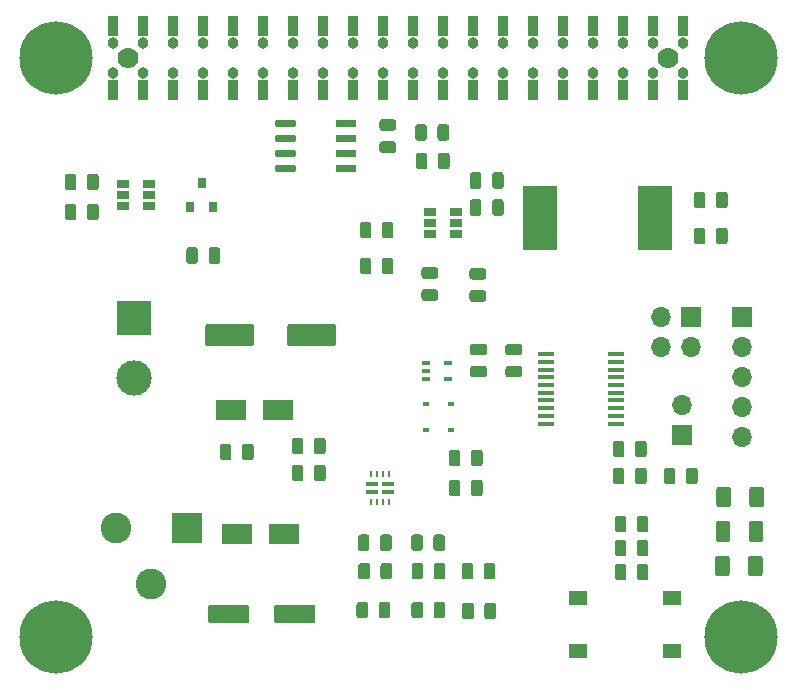
<source format=gbr>
G04 #@! TF.GenerationSoftware,KiCad,Pcbnew,(5.1.5)-2*
G04 #@! TF.CreationDate,2020-04-29T21:28:48+02:00*
G04 #@! TF.ProjectId,UPS-2,5550532d-322e-46b6-9963-61645f706362,rev?*
G04 #@! TF.SameCoordinates,Original*
G04 #@! TF.FileFunction,Soldermask,Top*
G04 #@! TF.FilePolarity,Negative*
%FSLAX46Y46*%
G04 Gerber Fmt 4.6, Leading zero omitted, Abs format (unit mm)*
G04 Created by KiCad (PCBNEW (5.1.5)-2) date 2020-04-29 21:28:48*
%MOMM*%
%LPD*%
G04 APERTURE LIST*
%ADD10C,0.100000*%
%ADD11R,1.450000X0.450000*%
%ADD12R,0.800000X0.900000*%
%ADD13R,1.060000X0.650000*%
%ADD14C,3.000000*%
%ADD15R,3.000000X3.000000*%
%ADD16O,1.700000X1.700000*%
%ADD17R,1.700000X1.700000*%
%ADD18R,0.889000X1.676400*%
%ADD19C,0.965200*%
%ADD20C,1.778000*%
%ADD21R,0.650000X0.400000*%
%ADD22R,0.600000X0.450000*%
%ADD23R,0.200000X0.599999*%
%ADD24R,1.050000X0.399999*%
%ADD25C,6.200000*%
%ADD26R,1.550000X1.300000*%
%ADD27R,2.900000X5.400000*%
%ADD28C,2.600000*%
%ADD29R,2.600000X2.600000*%
%ADD30R,2.500000X1.800000*%
G04 APERTURE END LIST*
D10*
G36*
X110896504Y-86173204D02*
G01*
X110920773Y-86176804D01*
X110944571Y-86182765D01*
X110967671Y-86191030D01*
X110989849Y-86201520D01*
X111010893Y-86214133D01*
X111030598Y-86228747D01*
X111048777Y-86245223D01*
X111065253Y-86263402D01*
X111079867Y-86283107D01*
X111092480Y-86304151D01*
X111102970Y-86326329D01*
X111111235Y-86349429D01*
X111117196Y-86373227D01*
X111120796Y-86397496D01*
X111122000Y-86422000D01*
X111122000Y-87822000D01*
X111120796Y-87846504D01*
X111117196Y-87870773D01*
X111111235Y-87894571D01*
X111102970Y-87917671D01*
X111092480Y-87939849D01*
X111079867Y-87960893D01*
X111065253Y-87980598D01*
X111048777Y-87998777D01*
X111030598Y-88015253D01*
X111010893Y-88029867D01*
X110989849Y-88042480D01*
X110967671Y-88052970D01*
X110944571Y-88061235D01*
X110920773Y-88067196D01*
X110896504Y-88070796D01*
X110872000Y-88072000D01*
X107222000Y-88072000D01*
X107197496Y-88070796D01*
X107173227Y-88067196D01*
X107149429Y-88061235D01*
X107126329Y-88052970D01*
X107104151Y-88042480D01*
X107083107Y-88029867D01*
X107063402Y-88015253D01*
X107045223Y-87998777D01*
X107028747Y-87980598D01*
X107014133Y-87960893D01*
X107001520Y-87939849D01*
X106991030Y-87917671D01*
X106982765Y-87894571D01*
X106976804Y-87870773D01*
X106973204Y-87846504D01*
X106972000Y-87822000D01*
X106972000Y-86422000D01*
X106973204Y-86397496D01*
X106976804Y-86373227D01*
X106982765Y-86349429D01*
X106991030Y-86326329D01*
X107001520Y-86304151D01*
X107014133Y-86283107D01*
X107028747Y-86263402D01*
X107045223Y-86245223D01*
X107063402Y-86228747D01*
X107083107Y-86214133D01*
X107104151Y-86201520D01*
X107126329Y-86191030D01*
X107149429Y-86182765D01*
X107173227Y-86176804D01*
X107197496Y-86173204D01*
X107222000Y-86172000D01*
X110872000Y-86172000D01*
X110896504Y-86173204D01*
G37*
G36*
X117846504Y-86173204D02*
G01*
X117870773Y-86176804D01*
X117894571Y-86182765D01*
X117917671Y-86191030D01*
X117939849Y-86201520D01*
X117960893Y-86214133D01*
X117980598Y-86228747D01*
X117998777Y-86245223D01*
X118015253Y-86263402D01*
X118029867Y-86283107D01*
X118042480Y-86304151D01*
X118052970Y-86326329D01*
X118061235Y-86349429D01*
X118067196Y-86373227D01*
X118070796Y-86397496D01*
X118072000Y-86422000D01*
X118072000Y-87822000D01*
X118070796Y-87846504D01*
X118067196Y-87870773D01*
X118061235Y-87894571D01*
X118052970Y-87917671D01*
X118042480Y-87939849D01*
X118029867Y-87960893D01*
X118015253Y-87980598D01*
X117998777Y-87998777D01*
X117980598Y-88015253D01*
X117960893Y-88029867D01*
X117939849Y-88042480D01*
X117917671Y-88052970D01*
X117894571Y-88061235D01*
X117870773Y-88067196D01*
X117846504Y-88070796D01*
X117822000Y-88072000D01*
X114172000Y-88072000D01*
X114147496Y-88070796D01*
X114123227Y-88067196D01*
X114099429Y-88061235D01*
X114076329Y-88052970D01*
X114054151Y-88042480D01*
X114033107Y-88029867D01*
X114013402Y-88015253D01*
X113995223Y-87998777D01*
X113978747Y-87980598D01*
X113964133Y-87960893D01*
X113951520Y-87939849D01*
X113941030Y-87917671D01*
X113932765Y-87894571D01*
X113926804Y-87870773D01*
X113923204Y-87846504D01*
X113922000Y-87822000D01*
X113922000Y-86422000D01*
X113923204Y-86397496D01*
X113926804Y-86373227D01*
X113932765Y-86349429D01*
X113941030Y-86326329D01*
X113951520Y-86304151D01*
X113964133Y-86283107D01*
X113978747Y-86263402D01*
X113995223Y-86245223D01*
X114013402Y-86228747D01*
X114033107Y-86214133D01*
X114054151Y-86201520D01*
X114076329Y-86191030D01*
X114099429Y-86182765D01*
X114123227Y-86176804D01*
X114147496Y-86173204D01*
X114172000Y-86172000D01*
X117822000Y-86172000D01*
X117846504Y-86173204D01*
G37*
G36*
X122908142Y-70730674D02*
G01*
X122931803Y-70734184D01*
X122955007Y-70739996D01*
X122977529Y-70748054D01*
X122999153Y-70758282D01*
X123019670Y-70770579D01*
X123038883Y-70784829D01*
X123056607Y-70800893D01*
X123072671Y-70818617D01*
X123086921Y-70837830D01*
X123099218Y-70858347D01*
X123109446Y-70879971D01*
X123117504Y-70902493D01*
X123123316Y-70925697D01*
X123126826Y-70949358D01*
X123128000Y-70973250D01*
X123128000Y-71460750D01*
X123126826Y-71484642D01*
X123123316Y-71508303D01*
X123117504Y-71531507D01*
X123109446Y-71554029D01*
X123099218Y-71575653D01*
X123086921Y-71596170D01*
X123072671Y-71615383D01*
X123056607Y-71633107D01*
X123038883Y-71649171D01*
X123019670Y-71663421D01*
X122999153Y-71675718D01*
X122977529Y-71685946D01*
X122955007Y-71694004D01*
X122931803Y-71699816D01*
X122908142Y-71703326D01*
X122884250Y-71704500D01*
X121971750Y-71704500D01*
X121947858Y-71703326D01*
X121924197Y-71699816D01*
X121900993Y-71694004D01*
X121878471Y-71685946D01*
X121856847Y-71675718D01*
X121836330Y-71663421D01*
X121817117Y-71649171D01*
X121799393Y-71633107D01*
X121783329Y-71615383D01*
X121769079Y-71596170D01*
X121756782Y-71575653D01*
X121746554Y-71554029D01*
X121738496Y-71531507D01*
X121732684Y-71508303D01*
X121729174Y-71484642D01*
X121728000Y-71460750D01*
X121728000Y-70973250D01*
X121729174Y-70949358D01*
X121732684Y-70925697D01*
X121738496Y-70902493D01*
X121746554Y-70879971D01*
X121756782Y-70858347D01*
X121769079Y-70837830D01*
X121783329Y-70818617D01*
X121799393Y-70800893D01*
X121817117Y-70784829D01*
X121836330Y-70770579D01*
X121856847Y-70758282D01*
X121878471Y-70748054D01*
X121900993Y-70739996D01*
X121924197Y-70734184D01*
X121947858Y-70730674D01*
X121971750Y-70729500D01*
X122884250Y-70729500D01*
X122908142Y-70730674D01*
G37*
G36*
X122908142Y-68855674D02*
G01*
X122931803Y-68859184D01*
X122955007Y-68864996D01*
X122977529Y-68873054D01*
X122999153Y-68883282D01*
X123019670Y-68895579D01*
X123038883Y-68909829D01*
X123056607Y-68925893D01*
X123072671Y-68943617D01*
X123086921Y-68962830D01*
X123099218Y-68983347D01*
X123109446Y-69004971D01*
X123117504Y-69027493D01*
X123123316Y-69050697D01*
X123126826Y-69074358D01*
X123128000Y-69098250D01*
X123128000Y-69585750D01*
X123126826Y-69609642D01*
X123123316Y-69633303D01*
X123117504Y-69656507D01*
X123109446Y-69679029D01*
X123099218Y-69700653D01*
X123086921Y-69721170D01*
X123072671Y-69740383D01*
X123056607Y-69758107D01*
X123038883Y-69774171D01*
X123019670Y-69788421D01*
X122999153Y-69800718D01*
X122977529Y-69810946D01*
X122955007Y-69819004D01*
X122931803Y-69824816D01*
X122908142Y-69828326D01*
X122884250Y-69829500D01*
X121971750Y-69829500D01*
X121947858Y-69828326D01*
X121924197Y-69824816D01*
X121900993Y-69819004D01*
X121878471Y-69810946D01*
X121856847Y-69800718D01*
X121836330Y-69788421D01*
X121817117Y-69774171D01*
X121799393Y-69758107D01*
X121783329Y-69740383D01*
X121769079Y-69721170D01*
X121756782Y-69700653D01*
X121746554Y-69679029D01*
X121738496Y-69656507D01*
X121732684Y-69633303D01*
X121729174Y-69609642D01*
X121728000Y-69585750D01*
X121728000Y-69098250D01*
X121729174Y-69074358D01*
X121732684Y-69050697D01*
X121738496Y-69027493D01*
X121746554Y-69004971D01*
X121756782Y-68983347D01*
X121769079Y-68962830D01*
X121783329Y-68943617D01*
X121799393Y-68925893D01*
X121817117Y-68909829D01*
X121836330Y-68895579D01*
X121856847Y-68883282D01*
X121878471Y-68873054D01*
X121900993Y-68864996D01*
X121924197Y-68859184D01*
X121947858Y-68855674D01*
X121971750Y-68854500D01*
X122884250Y-68854500D01*
X122908142Y-68855674D01*
G37*
G36*
X106137142Y-79692174D02*
G01*
X106160803Y-79695684D01*
X106184007Y-79701496D01*
X106206529Y-79709554D01*
X106228153Y-79719782D01*
X106248670Y-79732079D01*
X106267883Y-79746329D01*
X106285607Y-79762393D01*
X106301671Y-79780117D01*
X106315921Y-79799330D01*
X106328218Y-79819847D01*
X106338446Y-79841471D01*
X106346504Y-79863993D01*
X106352316Y-79887197D01*
X106355826Y-79910858D01*
X106357000Y-79934750D01*
X106357000Y-80847250D01*
X106355826Y-80871142D01*
X106352316Y-80894803D01*
X106346504Y-80918007D01*
X106338446Y-80940529D01*
X106328218Y-80962153D01*
X106315921Y-80982670D01*
X106301671Y-81001883D01*
X106285607Y-81019607D01*
X106267883Y-81035671D01*
X106248670Y-81049921D01*
X106228153Y-81062218D01*
X106206529Y-81072446D01*
X106184007Y-81080504D01*
X106160803Y-81086316D01*
X106137142Y-81089826D01*
X106113250Y-81091000D01*
X105625750Y-81091000D01*
X105601858Y-81089826D01*
X105578197Y-81086316D01*
X105554993Y-81080504D01*
X105532471Y-81072446D01*
X105510847Y-81062218D01*
X105490330Y-81049921D01*
X105471117Y-81035671D01*
X105453393Y-81019607D01*
X105437329Y-81001883D01*
X105423079Y-80982670D01*
X105410782Y-80962153D01*
X105400554Y-80940529D01*
X105392496Y-80918007D01*
X105386684Y-80894803D01*
X105383174Y-80871142D01*
X105382000Y-80847250D01*
X105382000Y-79934750D01*
X105383174Y-79910858D01*
X105386684Y-79887197D01*
X105392496Y-79863993D01*
X105400554Y-79841471D01*
X105410782Y-79819847D01*
X105423079Y-79799330D01*
X105437329Y-79780117D01*
X105453393Y-79762393D01*
X105471117Y-79746329D01*
X105490330Y-79732079D01*
X105510847Y-79719782D01*
X105532471Y-79709554D01*
X105554993Y-79701496D01*
X105578197Y-79695684D01*
X105601858Y-79692174D01*
X105625750Y-79691000D01*
X106113250Y-79691000D01*
X106137142Y-79692174D01*
G37*
G36*
X108012142Y-79692174D02*
G01*
X108035803Y-79695684D01*
X108059007Y-79701496D01*
X108081529Y-79709554D01*
X108103153Y-79719782D01*
X108123670Y-79732079D01*
X108142883Y-79746329D01*
X108160607Y-79762393D01*
X108176671Y-79780117D01*
X108190921Y-79799330D01*
X108203218Y-79819847D01*
X108213446Y-79841471D01*
X108221504Y-79863993D01*
X108227316Y-79887197D01*
X108230826Y-79910858D01*
X108232000Y-79934750D01*
X108232000Y-80847250D01*
X108230826Y-80871142D01*
X108227316Y-80894803D01*
X108221504Y-80918007D01*
X108213446Y-80940529D01*
X108203218Y-80962153D01*
X108190921Y-80982670D01*
X108176671Y-81001883D01*
X108160607Y-81019607D01*
X108142883Y-81035671D01*
X108123670Y-81049921D01*
X108103153Y-81062218D01*
X108081529Y-81072446D01*
X108059007Y-81080504D01*
X108035803Y-81086316D01*
X108012142Y-81089826D01*
X107988250Y-81091000D01*
X107500750Y-81091000D01*
X107476858Y-81089826D01*
X107453197Y-81086316D01*
X107429993Y-81080504D01*
X107407471Y-81072446D01*
X107385847Y-81062218D01*
X107365330Y-81049921D01*
X107346117Y-81035671D01*
X107328393Y-81019607D01*
X107312329Y-81001883D01*
X107298079Y-80982670D01*
X107285782Y-80962153D01*
X107275554Y-80940529D01*
X107267496Y-80918007D01*
X107261684Y-80894803D01*
X107258174Y-80871142D01*
X107257000Y-80847250D01*
X107257000Y-79934750D01*
X107258174Y-79910858D01*
X107261684Y-79887197D01*
X107267496Y-79863993D01*
X107275554Y-79841471D01*
X107285782Y-79819847D01*
X107298079Y-79799330D01*
X107312329Y-79780117D01*
X107328393Y-79762393D01*
X107346117Y-79746329D01*
X107365330Y-79732079D01*
X107385847Y-79719782D01*
X107407471Y-79709554D01*
X107429993Y-79701496D01*
X107453197Y-79695684D01*
X107476858Y-79692174D01*
X107500750Y-79691000D01*
X107988250Y-79691000D01*
X108012142Y-79692174D01*
G37*
D11*
X141761000Y-88769000D03*
X141761000Y-89419000D03*
X141761000Y-90069000D03*
X141761000Y-90719000D03*
X141761000Y-91369000D03*
X141761000Y-92019000D03*
X141761000Y-92669000D03*
X141761000Y-93319000D03*
X141761000Y-93969000D03*
X141761000Y-94619000D03*
X135861000Y-94619000D03*
X135861000Y-93969000D03*
X135861000Y-93319000D03*
X135861000Y-92669000D03*
X135861000Y-92019000D03*
X135861000Y-91369000D03*
X135861000Y-90719000D03*
X135861000Y-90069000D03*
X135861000Y-89419000D03*
X135861000Y-88769000D03*
D10*
G36*
X119646703Y-68915722D02*
G01*
X119661264Y-68917882D01*
X119675543Y-68921459D01*
X119689403Y-68926418D01*
X119702710Y-68932712D01*
X119715336Y-68940280D01*
X119727159Y-68949048D01*
X119738066Y-68958934D01*
X119747952Y-68969841D01*
X119756720Y-68981664D01*
X119764288Y-68994290D01*
X119770582Y-69007597D01*
X119775541Y-69021457D01*
X119779118Y-69035736D01*
X119781278Y-69050297D01*
X119782000Y-69065000D01*
X119782000Y-69365000D01*
X119781278Y-69379703D01*
X119779118Y-69394264D01*
X119775541Y-69408543D01*
X119770582Y-69422403D01*
X119764288Y-69435710D01*
X119756720Y-69448336D01*
X119747952Y-69460159D01*
X119738066Y-69471066D01*
X119727159Y-69480952D01*
X119715336Y-69489720D01*
X119702710Y-69497288D01*
X119689403Y-69503582D01*
X119675543Y-69508541D01*
X119661264Y-69512118D01*
X119646703Y-69514278D01*
X119632000Y-69515000D01*
X118182000Y-69515000D01*
X118167297Y-69514278D01*
X118152736Y-69512118D01*
X118138457Y-69508541D01*
X118124597Y-69503582D01*
X118111290Y-69497288D01*
X118098664Y-69489720D01*
X118086841Y-69480952D01*
X118075934Y-69471066D01*
X118066048Y-69460159D01*
X118057280Y-69448336D01*
X118049712Y-69435710D01*
X118043418Y-69422403D01*
X118038459Y-69408543D01*
X118034882Y-69394264D01*
X118032722Y-69379703D01*
X118032000Y-69365000D01*
X118032000Y-69065000D01*
X118032722Y-69050297D01*
X118034882Y-69035736D01*
X118038459Y-69021457D01*
X118043418Y-69007597D01*
X118049712Y-68994290D01*
X118057280Y-68981664D01*
X118066048Y-68969841D01*
X118075934Y-68958934D01*
X118086841Y-68949048D01*
X118098664Y-68940280D01*
X118111290Y-68932712D01*
X118124597Y-68926418D01*
X118138457Y-68921459D01*
X118152736Y-68917882D01*
X118167297Y-68915722D01*
X118182000Y-68915000D01*
X119632000Y-68915000D01*
X119646703Y-68915722D01*
G37*
G36*
X119646703Y-70185722D02*
G01*
X119661264Y-70187882D01*
X119675543Y-70191459D01*
X119689403Y-70196418D01*
X119702710Y-70202712D01*
X119715336Y-70210280D01*
X119727159Y-70219048D01*
X119738066Y-70228934D01*
X119747952Y-70239841D01*
X119756720Y-70251664D01*
X119764288Y-70264290D01*
X119770582Y-70277597D01*
X119775541Y-70291457D01*
X119779118Y-70305736D01*
X119781278Y-70320297D01*
X119782000Y-70335000D01*
X119782000Y-70635000D01*
X119781278Y-70649703D01*
X119779118Y-70664264D01*
X119775541Y-70678543D01*
X119770582Y-70692403D01*
X119764288Y-70705710D01*
X119756720Y-70718336D01*
X119747952Y-70730159D01*
X119738066Y-70741066D01*
X119727159Y-70750952D01*
X119715336Y-70759720D01*
X119702710Y-70767288D01*
X119689403Y-70773582D01*
X119675543Y-70778541D01*
X119661264Y-70782118D01*
X119646703Y-70784278D01*
X119632000Y-70785000D01*
X118182000Y-70785000D01*
X118167297Y-70784278D01*
X118152736Y-70782118D01*
X118138457Y-70778541D01*
X118124597Y-70773582D01*
X118111290Y-70767288D01*
X118098664Y-70759720D01*
X118086841Y-70750952D01*
X118075934Y-70741066D01*
X118066048Y-70730159D01*
X118057280Y-70718336D01*
X118049712Y-70705710D01*
X118043418Y-70692403D01*
X118038459Y-70678543D01*
X118034882Y-70664264D01*
X118032722Y-70649703D01*
X118032000Y-70635000D01*
X118032000Y-70335000D01*
X118032722Y-70320297D01*
X118034882Y-70305736D01*
X118038459Y-70291457D01*
X118043418Y-70277597D01*
X118049712Y-70264290D01*
X118057280Y-70251664D01*
X118066048Y-70239841D01*
X118075934Y-70228934D01*
X118086841Y-70219048D01*
X118098664Y-70210280D01*
X118111290Y-70202712D01*
X118124597Y-70196418D01*
X118138457Y-70191459D01*
X118152736Y-70187882D01*
X118167297Y-70185722D01*
X118182000Y-70185000D01*
X119632000Y-70185000D01*
X119646703Y-70185722D01*
G37*
G36*
X119646703Y-71455722D02*
G01*
X119661264Y-71457882D01*
X119675543Y-71461459D01*
X119689403Y-71466418D01*
X119702710Y-71472712D01*
X119715336Y-71480280D01*
X119727159Y-71489048D01*
X119738066Y-71498934D01*
X119747952Y-71509841D01*
X119756720Y-71521664D01*
X119764288Y-71534290D01*
X119770582Y-71547597D01*
X119775541Y-71561457D01*
X119779118Y-71575736D01*
X119781278Y-71590297D01*
X119782000Y-71605000D01*
X119782000Y-71905000D01*
X119781278Y-71919703D01*
X119779118Y-71934264D01*
X119775541Y-71948543D01*
X119770582Y-71962403D01*
X119764288Y-71975710D01*
X119756720Y-71988336D01*
X119747952Y-72000159D01*
X119738066Y-72011066D01*
X119727159Y-72020952D01*
X119715336Y-72029720D01*
X119702710Y-72037288D01*
X119689403Y-72043582D01*
X119675543Y-72048541D01*
X119661264Y-72052118D01*
X119646703Y-72054278D01*
X119632000Y-72055000D01*
X118182000Y-72055000D01*
X118167297Y-72054278D01*
X118152736Y-72052118D01*
X118138457Y-72048541D01*
X118124597Y-72043582D01*
X118111290Y-72037288D01*
X118098664Y-72029720D01*
X118086841Y-72020952D01*
X118075934Y-72011066D01*
X118066048Y-72000159D01*
X118057280Y-71988336D01*
X118049712Y-71975710D01*
X118043418Y-71962403D01*
X118038459Y-71948543D01*
X118034882Y-71934264D01*
X118032722Y-71919703D01*
X118032000Y-71905000D01*
X118032000Y-71605000D01*
X118032722Y-71590297D01*
X118034882Y-71575736D01*
X118038459Y-71561457D01*
X118043418Y-71547597D01*
X118049712Y-71534290D01*
X118057280Y-71521664D01*
X118066048Y-71509841D01*
X118075934Y-71498934D01*
X118086841Y-71489048D01*
X118098664Y-71480280D01*
X118111290Y-71472712D01*
X118124597Y-71466418D01*
X118138457Y-71461459D01*
X118152736Y-71457882D01*
X118167297Y-71455722D01*
X118182000Y-71455000D01*
X119632000Y-71455000D01*
X119646703Y-71455722D01*
G37*
G36*
X119646703Y-72725722D02*
G01*
X119661264Y-72727882D01*
X119675543Y-72731459D01*
X119689403Y-72736418D01*
X119702710Y-72742712D01*
X119715336Y-72750280D01*
X119727159Y-72759048D01*
X119738066Y-72768934D01*
X119747952Y-72779841D01*
X119756720Y-72791664D01*
X119764288Y-72804290D01*
X119770582Y-72817597D01*
X119775541Y-72831457D01*
X119779118Y-72845736D01*
X119781278Y-72860297D01*
X119782000Y-72875000D01*
X119782000Y-73175000D01*
X119781278Y-73189703D01*
X119779118Y-73204264D01*
X119775541Y-73218543D01*
X119770582Y-73232403D01*
X119764288Y-73245710D01*
X119756720Y-73258336D01*
X119747952Y-73270159D01*
X119738066Y-73281066D01*
X119727159Y-73290952D01*
X119715336Y-73299720D01*
X119702710Y-73307288D01*
X119689403Y-73313582D01*
X119675543Y-73318541D01*
X119661264Y-73322118D01*
X119646703Y-73324278D01*
X119632000Y-73325000D01*
X118182000Y-73325000D01*
X118167297Y-73324278D01*
X118152736Y-73322118D01*
X118138457Y-73318541D01*
X118124597Y-73313582D01*
X118111290Y-73307288D01*
X118098664Y-73299720D01*
X118086841Y-73290952D01*
X118075934Y-73281066D01*
X118066048Y-73270159D01*
X118057280Y-73258336D01*
X118049712Y-73245710D01*
X118043418Y-73232403D01*
X118038459Y-73218543D01*
X118034882Y-73204264D01*
X118032722Y-73189703D01*
X118032000Y-73175000D01*
X118032000Y-72875000D01*
X118032722Y-72860297D01*
X118034882Y-72845736D01*
X118038459Y-72831457D01*
X118043418Y-72817597D01*
X118049712Y-72804290D01*
X118057280Y-72791664D01*
X118066048Y-72779841D01*
X118075934Y-72768934D01*
X118086841Y-72759048D01*
X118098664Y-72750280D01*
X118111290Y-72742712D01*
X118124597Y-72736418D01*
X118138457Y-72731459D01*
X118152736Y-72727882D01*
X118167297Y-72725722D01*
X118182000Y-72725000D01*
X119632000Y-72725000D01*
X119646703Y-72725722D01*
G37*
G36*
X114496703Y-72725722D02*
G01*
X114511264Y-72727882D01*
X114525543Y-72731459D01*
X114539403Y-72736418D01*
X114552710Y-72742712D01*
X114565336Y-72750280D01*
X114577159Y-72759048D01*
X114588066Y-72768934D01*
X114597952Y-72779841D01*
X114606720Y-72791664D01*
X114614288Y-72804290D01*
X114620582Y-72817597D01*
X114625541Y-72831457D01*
X114629118Y-72845736D01*
X114631278Y-72860297D01*
X114632000Y-72875000D01*
X114632000Y-73175000D01*
X114631278Y-73189703D01*
X114629118Y-73204264D01*
X114625541Y-73218543D01*
X114620582Y-73232403D01*
X114614288Y-73245710D01*
X114606720Y-73258336D01*
X114597952Y-73270159D01*
X114588066Y-73281066D01*
X114577159Y-73290952D01*
X114565336Y-73299720D01*
X114552710Y-73307288D01*
X114539403Y-73313582D01*
X114525543Y-73318541D01*
X114511264Y-73322118D01*
X114496703Y-73324278D01*
X114482000Y-73325000D01*
X113032000Y-73325000D01*
X113017297Y-73324278D01*
X113002736Y-73322118D01*
X112988457Y-73318541D01*
X112974597Y-73313582D01*
X112961290Y-73307288D01*
X112948664Y-73299720D01*
X112936841Y-73290952D01*
X112925934Y-73281066D01*
X112916048Y-73270159D01*
X112907280Y-73258336D01*
X112899712Y-73245710D01*
X112893418Y-73232403D01*
X112888459Y-73218543D01*
X112884882Y-73204264D01*
X112882722Y-73189703D01*
X112882000Y-73175000D01*
X112882000Y-72875000D01*
X112882722Y-72860297D01*
X112884882Y-72845736D01*
X112888459Y-72831457D01*
X112893418Y-72817597D01*
X112899712Y-72804290D01*
X112907280Y-72791664D01*
X112916048Y-72779841D01*
X112925934Y-72768934D01*
X112936841Y-72759048D01*
X112948664Y-72750280D01*
X112961290Y-72742712D01*
X112974597Y-72736418D01*
X112988457Y-72731459D01*
X113002736Y-72727882D01*
X113017297Y-72725722D01*
X113032000Y-72725000D01*
X114482000Y-72725000D01*
X114496703Y-72725722D01*
G37*
G36*
X114496703Y-71455722D02*
G01*
X114511264Y-71457882D01*
X114525543Y-71461459D01*
X114539403Y-71466418D01*
X114552710Y-71472712D01*
X114565336Y-71480280D01*
X114577159Y-71489048D01*
X114588066Y-71498934D01*
X114597952Y-71509841D01*
X114606720Y-71521664D01*
X114614288Y-71534290D01*
X114620582Y-71547597D01*
X114625541Y-71561457D01*
X114629118Y-71575736D01*
X114631278Y-71590297D01*
X114632000Y-71605000D01*
X114632000Y-71905000D01*
X114631278Y-71919703D01*
X114629118Y-71934264D01*
X114625541Y-71948543D01*
X114620582Y-71962403D01*
X114614288Y-71975710D01*
X114606720Y-71988336D01*
X114597952Y-72000159D01*
X114588066Y-72011066D01*
X114577159Y-72020952D01*
X114565336Y-72029720D01*
X114552710Y-72037288D01*
X114539403Y-72043582D01*
X114525543Y-72048541D01*
X114511264Y-72052118D01*
X114496703Y-72054278D01*
X114482000Y-72055000D01*
X113032000Y-72055000D01*
X113017297Y-72054278D01*
X113002736Y-72052118D01*
X112988457Y-72048541D01*
X112974597Y-72043582D01*
X112961290Y-72037288D01*
X112948664Y-72029720D01*
X112936841Y-72020952D01*
X112925934Y-72011066D01*
X112916048Y-72000159D01*
X112907280Y-71988336D01*
X112899712Y-71975710D01*
X112893418Y-71962403D01*
X112888459Y-71948543D01*
X112884882Y-71934264D01*
X112882722Y-71919703D01*
X112882000Y-71905000D01*
X112882000Y-71605000D01*
X112882722Y-71590297D01*
X112884882Y-71575736D01*
X112888459Y-71561457D01*
X112893418Y-71547597D01*
X112899712Y-71534290D01*
X112907280Y-71521664D01*
X112916048Y-71509841D01*
X112925934Y-71498934D01*
X112936841Y-71489048D01*
X112948664Y-71480280D01*
X112961290Y-71472712D01*
X112974597Y-71466418D01*
X112988457Y-71461459D01*
X113002736Y-71457882D01*
X113017297Y-71455722D01*
X113032000Y-71455000D01*
X114482000Y-71455000D01*
X114496703Y-71455722D01*
G37*
G36*
X114496703Y-70185722D02*
G01*
X114511264Y-70187882D01*
X114525543Y-70191459D01*
X114539403Y-70196418D01*
X114552710Y-70202712D01*
X114565336Y-70210280D01*
X114577159Y-70219048D01*
X114588066Y-70228934D01*
X114597952Y-70239841D01*
X114606720Y-70251664D01*
X114614288Y-70264290D01*
X114620582Y-70277597D01*
X114625541Y-70291457D01*
X114629118Y-70305736D01*
X114631278Y-70320297D01*
X114632000Y-70335000D01*
X114632000Y-70635000D01*
X114631278Y-70649703D01*
X114629118Y-70664264D01*
X114625541Y-70678543D01*
X114620582Y-70692403D01*
X114614288Y-70705710D01*
X114606720Y-70718336D01*
X114597952Y-70730159D01*
X114588066Y-70741066D01*
X114577159Y-70750952D01*
X114565336Y-70759720D01*
X114552710Y-70767288D01*
X114539403Y-70773582D01*
X114525543Y-70778541D01*
X114511264Y-70782118D01*
X114496703Y-70784278D01*
X114482000Y-70785000D01*
X113032000Y-70785000D01*
X113017297Y-70784278D01*
X113002736Y-70782118D01*
X112988457Y-70778541D01*
X112974597Y-70773582D01*
X112961290Y-70767288D01*
X112948664Y-70759720D01*
X112936841Y-70750952D01*
X112925934Y-70741066D01*
X112916048Y-70730159D01*
X112907280Y-70718336D01*
X112899712Y-70705710D01*
X112893418Y-70692403D01*
X112888459Y-70678543D01*
X112884882Y-70664264D01*
X112882722Y-70649703D01*
X112882000Y-70635000D01*
X112882000Y-70335000D01*
X112882722Y-70320297D01*
X112884882Y-70305736D01*
X112888459Y-70291457D01*
X112893418Y-70277597D01*
X112899712Y-70264290D01*
X112907280Y-70251664D01*
X112916048Y-70239841D01*
X112925934Y-70228934D01*
X112936841Y-70219048D01*
X112948664Y-70210280D01*
X112961290Y-70202712D01*
X112974597Y-70196418D01*
X112988457Y-70191459D01*
X113002736Y-70187882D01*
X113017297Y-70185722D01*
X113032000Y-70185000D01*
X114482000Y-70185000D01*
X114496703Y-70185722D01*
G37*
G36*
X114496703Y-68915722D02*
G01*
X114511264Y-68917882D01*
X114525543Y-68921459D01*
X114539403Y-68926418D01*
X114552710Y-68932712D01*
X114565336Y-68940280D01*
X114577159Y-68949048D01*
X114588066Y-68958934D01*
X114597952Y-68969841D01*
X114606720Y-68981664D01*
X114614288Y-68994290D01*
X114620582Y-69007597D01*
X114625541Y-69021457D01*
X114629118Y-69035736D01*
X114631278Y-69050297D01*
X114632000Y-69065000D01*
X114632000Y-69365000D01*
X114631278Y-69379703D01*
X114629118Y-69394264D01*
X114625541Y-69408543D01*
X114620582Y-69422403D01*
X114614288Y-69435710D01*
X114606720Y-69448336D01*
X114597952Y-69460159D01*
X114588066Y-69471066D01*
X114577159Y-69480952D01*
X114565336Y-69489720D01*
X114552710Y-69497288D01*
X114539403Y-69503582D01*
X114525543Y-69508541D01*
X114511264Y-69512118D01*
X114496703Y-69514278D01*
X114482000Y-69515000D01*
X113032000Y-69515000D01*
X113017297Y-69514278D01*
X113002736Y-69512118D01*
X112988457Y-69508541D01*
X112974597Y-69503582D01*
X112961290Y-69497288D01*
X112948664Y-69489720D01*
X112936841Y-69480952D01*
X112925934Y-69471066D01*
X112916048Y-69460159D01*
X112907280Y-69448336D01*
X112899712Y-69435710D01*
X112893418Y-69422403D01*
X112888459Y-69408543D01*
X112884882Y-69394264D01*
X112882722Y-69379703D01*
X112882000Y-69365000D01*
X112882000Y-69065000D01*
X112882722Y-69050297D01*
X112884882Y-69035736D01*
X112888459Y-69021457D01*
X112893418Y-69007597D01*
X112899712Y-68994290D01*
X112907280Y-68981664D01*
X112916048Y-68969841D01*
X112925934Y-68958934D01*
X112936841Y-68949048D01*
X112948664Y-68940280D01*
X112961290Y-68932712D01*
X112974597Y-68926418D01*
X112988457Y-68921459D01*
X113002736Y-68917882D01*
X113017297Y-68915722D01*
X113032000Y-68915000D01*
X114482000Y-68915000D01*
X114496703Y-68915722D01*
G37*
G36*
X127443142Y-71691174D02*
G01*
X127466803Y-71694684D01*
X127490007Y-71700496D01*
X127512529Y-71708554D01*
X127534153Y-71718782D01*
X127554670Y-71731079D01*
X127573883Y-71745329D01*
X127591607Y-71761393D01*
X127607671Y-71779117D01*
X127621921Y-71798330D01*
X127634218Y-71818847D01*
X127644446Y-71840471D01*
X127652504Y-71862993D01*
X127658316Y-71886197D01*
X127661826Y-71909858D01*
X127663000Y-71933750D01*
X127663000Y-72846250D01*
X127661826Y-72870142D01*
X127658316Y-72893803D01*
X127652504Y-72917007D01*
X127644446Y-72939529D01*
X127634218Y-72961153D01*
X127621921Y-72981670D01*
X127607671Y-73000883D01*
X127591607Y-73018607D01*
X127573883Y-73034671D01*
X127554670Y-73048921D01*
X127534153Y-73061218D01*
X127512529Y-73071446D01*
X127490007Y-73079504D01*
X127466803Y-73085316D01*
X127443142Y-73088826D01*
X127419250Y-73090000D01*
X126931750Y-73090000D01*
X126907858Y-73088826D01*
X126884197Y-73085316D01*
X126860993Y-73079504D01*
X126838471Y-73071446D01*
X126816847Y-73061218D01*
X126796330Y-73048921D01*
X126777117Y-73034671D01*
X126759393Y-73018607D01*
X126743329Y-73000883D01*
X126729079Y-72981670D01*
X126716782Y-72961153D01*
X126706554Y-72939529D01*
X126698496Y-72917007D01*
X126692684Y-72893803D01*
X126689174Y-72870142D01*
X126688000Y-72846250D01*
X126688000Y-71933750D01*
X126689174Y-71909858D01*
X126692684Y-71886197D01*
X126698496Y-71862993D01*
X126706554Y-71840471D01*
X126716782Y-71818847D01*
X126729079Y-71798330D01*
X126743329Y-71779117D01*
X126759393Y-71761393D01*
X126777117Y-71745329D01*
X126796330Y-71731079D01*
X126816847Y-71718782D01*
X126838471Y-71708554D01*
X126860993Y-71700496D01*
X126884197Y-71694684D01*
X126907858Y-71691174D01*
X126931750Y-71690000D01*
X127419250Y-71690000D01*
X127443142Y-71691174D01*
G37*
G36*
X125568142Y-71691174D02*
G01*
X125591803Y-71694684D01*
X125615007Y-71700496D01*
X125637529Y-71708554D01*
X125659153Y-71718782D01*
X125679670Y-71731079D01*
X125698883Y-71745329D01*
X125716607Y-71761393D01*
X125732671Y-71779117D01*
X125746921Y-71798330D01*
X125759218Y-71818847D01*
X125769446Y-71840471D01*
X125777504Y-71862993D01*
X125783316Y-71886197D01*
X125786826Y-71909858D01*
X125788000Y-71933750D01*
X125788000Y-72846250D01*
X125786826Y-72870142D01*
X125783316Y-72893803D01*
X125777504Y-72917007D01*
X125769446Y-72939529D01*
X125759218Y-72961153D01*
X125746921Y-72981670D01*
X125732671Y-73000883D01*
X125716607Y-73018607D01*
X125698883Y-73034671D01*
X125679670Y-73048921D01*
X125659153Y-73061218D01*
X125637529Y-73071446D01*
X125615007Y-73079504D01*
X125591803Y-73085316D01*
X125568142Y-73088826D01*
X125544250Y-73090000D01*
X125056750Y-73090000D01*
X125032858Y-73088826D01*
X125009197Y-73085316D01*
X124985993Y-73079504D01*
X124963471Y-73071446D01*
X124941847Y-73061218D01*
X124921330Y-73048921D01*
X124902117Y-73034671D01*
X124884393Y-73018607D01*
X124868329Y-73000883D01*
X124854079Y-72981670D01*
X124841782Y-72961153D01*
X124831554Y-72939529D01*
X124823496Y-72917007D01*
X124817684Y-72893803D01*
X124814174Y-72870142D01*
X124813000Y-72846250D01*
X124813000Y-71933750D01*
X124814174Y-71909858D01*
X124817684Y-71886197D01*
X124823496Y-71862993D01*
X124831554Y-71840471D01*
X124841782Y-71818847D01*
X124854079Y-71798330D01*
X124868329Y-71779117D01*
X124884393Y-71761393D01*
X124902117Y-71745329D01*
X124921330Y-71731079D01*
X124941847Y-71718782D01*
X124963471Y-71708554D01*
X124985993Y-71700496D01*
X125009197Y-71694684D01*
X125032858Y-71691174D01*
X125056750Y-71690000D01*
X125544250Y-71690000D01*
X125568142Y-71691174D01*
G37*
G36*
X127394642Y-69278174D02*
G01*
X127418303Y-69281684D01*
X127441507Y-69287496D01*
X127464029Y-69295554D01*
X127485653Y-69305782D01*
X127506170Y-69318079D01*
X127525383Y-69332329D01*
X127543107Y-69348393D01*
X127559171Y-69366117D01*
X127573421Y-69385330D01*
X127585718Y-69405847D01*
X127595946Y-69427471D01*
X127604004Y-69449993D01*
X127609816Y-69473197D01*
X127613326Y-69496858D01*
X127614500Y-69520750D01*
X127614500Y-70433250D01*
X127613326Y-70457142D01*
X127609816Y-70480803D01*
X127604004Y-70504007D01*
X127595946Y-70526529D01*
X127585718Y-70548153D01*
X127573421Y-70568670D01*
X127559171Y-70587883D01*
X127543107Y-70605607D01*
X127525383Y-70621671D01*
X127506170Y-70635921D01*
X127485653Y-70648218D01*
X127464029Y-70658446D01*
X127441507Y-70666504D01*
X127418303Y-70672316D01*
X127394642Y-70675826D01*
X127370750Y-70677000D01*
X126883250Y-70677000D01*
X126859358Y-70675826D01*
X126835697Y-70672316D01*
X126812493Y-70666504D01*
X126789971Y-70658446D01*
X126768347Y-70648218D01*
X126747830Y-70635921D01*
X126728617Y-70621671D01*
X126710893Y-70605607D01*
X126694829Y-70587883D01*
X126680579Y-70568670D01*
X126668282Y-70548153D01*
X126658054Y-70526529D01*
X126649996Y-70504007D01*
X126644184Y-70480803D01*
X126640674Y-70457142D01*
X126639500Y-70433250D01*
X126639500Y-69520750D01*
X126640674Y-69496858D01*
X126644184Y-69473197D01*
X126649996Y-69449993D01*
X126658054Y-69427471D01*
X126668282Y-69405847D01*
X126680579Y-69385330D01*
X126694829Y-69366117D01*
X126710893Y-69348393D01*
X126728617Y-69332329D01*
X126747830Y-69318079D01*
X126768347Y-69305782D01*
X126789971Y-69295554D01*
X126812493Y-69287496D01*
X126835697Y-69281684D01*
X126859358Y-69278174D01*
X126883250Y-69277000D01*
X127370750Y-69277000D01*
X127394642Y-69278174D01*
G37*
G36*
X125519642Y-69278174D02*
G01*
X125543303Y-69281684D01*
X125566507Y-69287496D01*
X125589029Y-69295554D01*
X125610653Y-69305782D01*
X125631170Y-69318079D01*
X125650383Y-69332329D01*
X125668107Y-69348393D01*
X125684171Y-69366117D01*
X125698421Y-69385330D01*
X125710718Y-69405847D01*
X125720946Y-69427471D01*
X125729004Y-69449993D01*
X125734816Y-69473197D01*
X125738326Y-69496858D01*
X125739500Y-69520750D01*
X125739500Y-70433250D01*
X125738326Y-70457142D01*
X125734816Y-70480803D01*
X125729004Y-70504007D01*
X125720946Y-70526529D01*
X125710718Y-70548153D01*
X125698421Y-70568670D01*
X125684171Y-70587883D01*
X125668107Y-70605607D01*
X125650383Y-70621671D01*
X125631170Y-70635921D01*
X125610653Y-70648218D01*
X125589029Y-70658446D01*
X125566507Y-70666504D01*
X125543303Y-70672316D01*
X125519642Y-70675826D01*
X125495750Y-70677000D01*
X125008250Y-70677000D01*
X124984358Y-70675826D01*
X124960697Y-70672316D01*
X124937493Y-70666504D01*
X124914971Y-70658446D01*
X124893347Y-70648218D01*
X124872830Y-70635921D01*
X124853617Y-70621671D01*
X124835893Y-70605607D01*
X124819829Y-70587883D01*
X124805579Y-70568670D01*
X124793282Y-70548153D01*
X124783054Y-70526529D01*
X124774996Y-70504007D01*
X124769184Y-70480803D01*
X124765674Y-70457142D01*
X124764500Y-70433250D01*
X124764500Y-69520750D01*
X124765674Y-69496858D01*
X124769184Y-69473197D01*
X124774996Y-69449993D01*
X124783054Y-69427471D01*
X124793282Y-69405847D01*
X124805579Y-69385330D01*
X124819829Y-69366117D01*
X124835893Y-69348393D01*
X124853617Y-69332329D01*
X124872830Y-69318079D01*
X124893347Y-69305782D01*
X124914971Y-69295554D01*
X124937493Y-69287496D01*
X124960697Y-69281684D01*
X124984358Y-69278174D01*
X125008250Y-69277000D01*
X125495750Y-69277000D01*
X125519642Y-69278174D01*
G37*
D12*
X106664000Y-74250000D03*
X107614000Y-76250000D03*
X105714000Y-76250000D03*
D13*
X102192000Y-75250000D03*
X102192000Y-74300000D03*
X102192000Y-76200000D03*
X99992000Y-76200000D03*
X99992000Y-75250000D03*
X99992000Y-74300000D03*
D14*
X100965000Y-90805000D03*
D15*
X100965000Y-85725000D03*
D10*
G36*
X148446642Y-98361174D02*
G01*
X148470303Y-98364684D01*
X148493507Y-98370496D01*
X148516029Y-98378554D01*
X148537653Y-98388782D01*
X148558170Y-98401079D01*
X148577383Y-98415329D01*
X148595107Y-98431393D01*
X148611171Y-98449117D01*
X148625421Y-98468330D01*
X148637718Y-98488847D01*
X148647946Y-98510471D01*
X148656004Y-98532993D01*
X148661816Y-98556197D01*
X148665326Y-98579858D01*
X148666500Y-98603750D01*
X148666500Y-99516250D01*
X148665326Y-99540142D01*
X148661816Y-99563803D01*
X148656004Y-99587007D01*
X148647946Y-99609529D01*
X148637718Y-99631153D01*
X148625421Y-99651670D01*
X148611171Y-99670883D01*
X148595107Y-99688607D01*
X148577383Y-99704671D01*
X148558170Y-99718921D01*
X148537653Y-99731218D01*
X148516029Y-99741446D01*
X148493507Y-99749504D01*
X148470303Y-99755316D01*
X148446642Y-99758826D01*
X148422750Y-99760000D01*
X147935250Y-99760000D01*
X147911358Y-99758826D01*
X147887697Y-99755316D01*
X147864493Y-99749504D01*
X147841971Y-99741446D01*
X147820347Y-99731218D01*
X147799830Y-99718921D01*
X147780617Y-99704671D01*
X147762893Y-99688607D01*
X147746829Y-99670883D01*
X147732579Y-99651670D01*
X147720282Y-99631153D01*
X147710054Y-99609529D01*
X147701996Y-99587007D01*
X147696184Y-99563803D01*
X147692674Y-99540142D01*
X147691500Y-99516250D01*
X147691500Y-98603750D01*
X147692674Y-98579858D01*
X147696184Y-98556197D01*
X147701996Y-98532993D01*
X147710054Y-98510471D01*
X147720282Y-98488847D01*
X147732579Y-98468330D01*
X147746829Y-98449117D01*
X147762893Y-98431393D01*
X147780617Y-98415329D01*
X147799830Y-98401079D01*
X147820347Y-98388782D01*
X147841971Y-98378554D01*
X147864493Y-98370496D01*
X147887697Y-98364684D01*
X147911358Y-98361174D01*
X147935250Y-98360000D01*
X148422750Y-98360000D01*
X148446642Y-98361174D01*
G37*
G36*
X146571642Y-98361174D02*
G01*
X146595303Y-98364684D01*
X146618507Y-98370496D01*
X146641029Y-98378554D01*
X146662653Y-98388782D01*
X146683170Y-98401079D01*
X146702383Y-98415329D01*
X146720107Y-98431393D01*
X146736171Y-98449117D01*
X146750421Y-98468330D01*
X146762718Y-98488847D01*
X146772946Y-98510471D01*
X146781004Y-98532993D01*
X146786816Y-98556197D01*
X146790326Y-98579858D01*
X146791500Y-98603750D01*
X146791500Y-99516250D01*
X146790326Y-99540142D01*
X146786816Y-99563803D01*
X146781004Y-99587007D01*
X146772946Y-99609529D01*
X146762718Y-99631153D01*
X146750421Y-99651670D01*
X146736171Y-99670883D01*
X146720107Y-99688607D01*
X146702383Y-99704671D01*
X146683170Y-99718921D01*
X146662653Y-99731218D01*
X146641029Y-99741446D01*
X146618507Y-99749504D01*
X146595303Y-99755316D01*
X146571642Y-99758826D01*
X146547750Y-99760000D01*
X146060250Y-99760000D01*
X146036358Y-99758826D01*
X146012697Y-99755316D01*
X145989493Y-99749504D01*
X145966971Y-99741446D01*
X145945347Y-99731218D01*
X145924830Y-99718921D01*
X145905617Y-99704671D01*
X145887893Y-99688607D01*
X145871829Y-99670883D01*
X145857579Y-99651670D01*
X145845282Y-99631153D01*
X145835054Y-99609529D01*
X145826996Y-99587007D01*
X145821184Y-99563803D01*
X145817674Y-99540142D01*
X145816500Y-99516250D01*
X145816500Y-98603750D01*
X145817674Y-98579858D01*
X145821184Y-98556197D01*
X145826996Y-98532993D01*
X145835054Y-98510471D01*
X145845282Y-98488847D01*
X145857579Y-98468330D01*
X145871829Y-98449117D01*
X145887893Y-98431393D01*
X145905617Y-98415329D01*
X145924830Y-98401079D01*
X145945347Y-98388782D01*
X145966971Y-98378554D01*
X145989493Y-98370496D01*
X146012697Y-98364684D01*
X146036358Y-98361174D01*
X146060250Y-98360000D01*
X146547750Y-98360000D01*
X146571642Y-98361174D01*
G37*
D16*
X145542000Y-88138000D03*
X145542000Y-85598000D03*
X148082000Y-88138000D03*
D17*
X148082000Y-85598000D03*
D16*
X152400000Y-95758000D03*
X152400000Y-93218000D03*
X152400000Y-90678000D03*
X152400000Y-88138000D03*
D17*
X152400000Y-85598000D03*
D10*
G36*
X142410642Y-102425174D02*
G01*
X142434303Y-102428684D01*
X142457507Y-102434496D01*
X142480029Y-102442554D01*
X142501653Y-102452782D01*
X142522170Y-102465079D01*
X142541383Y-102479329D01*
X142559107Y-102495393D01*
X142575171Y-102513117D01*
X142589421Y-102532330D01*
X142601718Y-102552847D01*
X142611946Y-102574471D01*
X142620004Y-102596993D01*
X142625816Y-102620197D01*
X142629326Y-102643858D01*
X142630500Y-102667750D01*
X142630500Y-103580250D01*
X142629326Y-103604142D01*
X142625816Y-103627803D01*
X142620004Y-103651007D01*
X142611946Y-103673529D01*
X142601718Y-103695153D01*
X142589421Y-103715670D01*
X142575171Y-103734883D01*
X142559107Y-103752607D01*
X142541383Y-103768671D01*
X142522170Y-103782921D01*
X142501653Y-103795218D01*
X142480029Y-103805446D01*
X142457507Y-103813504D01*
X142434303Y-103819316D01*
X142410642Y-103822826D01*
X142386750Y-103824000D01*
X141899250Y-103824000D01*
X141875358Y-103822826D01*
X141851697Y-103819316D01*
X141828493Y-103813504D01*
X141805971Y-103805446D01*
X141784347Y-103795218D01*
X141763830Y-103782921D01*
X141744617Y-103768671D01*
X141726893Y-103752607D01*
X141710829Y-103734883D01*
X141696579Y-103715670D01*
X141684282Y-103695153D01*
X141674054Y-103673529D01*
X141665996Y-103651007D01*
X141660184Y-103627803D01*
X141656674Y-103604142D01*
X141655500Y-103580250D01*
X141655500Y-102667750D01*
X141656674Y-102643858D01*
X141660184Y-102620197D01*
X141665996Y-102596993D01*
X141674054Y-102574471D01*
X141684282Y-102552847D01*
X141696579Y-102532330D01*
X141710829Y-102513117D01*
X141726893Y-102495393D01*
X141744617Y-102479329D01*
X141763830Y-102465079D01*
X141784347Y-102452782D01*
X141805971Y-102442554D01*
X141828493Y-102434496D01*
X141851697Y-102428684D01*
X141875358Y-102425174D01*
X141899250Y-102424000D01*
X142386750Y-102424000D01*
X142410642Y-102425174D01*
G37*
G36*
X144285642Y-102425174D02*
G01*
X144309303Y-102428684D01*
X144332507Y-102434496D01*
X144355029Y-102442554D01*
X144376653Y-102452782D01*
X144397170Y-102465079D01*
X144416383Y-102479329D01*
X144434107Y-102495393D01*
X144450171Y-102513117D01*
X144464421Y-102532330D01*
X144476718Y-102552847D01*
X144486946Y-102574471D01*
X144495004Y-102596993D01*
X144500816Y-102620197D01*
X144504326Y-102643858D01*
X144505500Y-102667750D01*
X144505500Y-103580250D01*
X144504326Y-103604142D01*
X144500816Y-103627803D01*
X144495004Y-103651007D01*
X144486946Y-103673529D01*
X144476718Y-103695153D01*
X144464421Y-103715670D01*
X144450171Y-103734883D01*
X144434107Y-103752607D01*
X144416383Y-103768671D01*
X144397170Y-103782921D01*
X144376653Y-103795218D01*
X144355029Y-103805446D01*
X144332507Y-103813504D01*
X144309303Y-103819316D01*
X144285642Y-103822826D01*
X144261750Y-103824000D01*
X143774250Y-103824000D01*
X143750358Y-103822826D01*
X143726697Y-103819316D01*
X143703493Y-103813504D01*
X143680971Y-103805446D01*
X143659347Y-103795218D01*
X143638830Y-103782921D01*
X143619617Y-103768671D01*
X143601893Y-103752607D01*
X143585829Y-103734883D01*
X143571579Y-103715670D01*
X143559282Y-103695153D01*
X143549054Y-103673529D01*
X143540996Y-103651007D01*
X143535184Y-103627803D01*
X143531674Y-103604142D01*
X143530500Y-103580250D01*
X143530500Y-102667750D01*
X143531674Y-102643858D01*
X143535184Y-102620197D01*
X143540996Y-102596993D01*
X143549054Y-102574471D01*
X143559282Y-102552847D01*
X143571579Y-102532330D01*
X143585829Y-102513117D01*
X143601893Y-102495393D01*
X143619617Y-102479329D01*
X143638830Y-102465079D01*
X143659347Y-102452782D01*
X143680971Y-102442554D01*
X143703493Y-102434496D01*
X143726697Y-102428684D01*
X143750358Y-102425174D01*
X143774250Y-102424000D01*
X144261750Y-102424000D01*
X144285642Y-102425174D01*
G37*
G36*
X108979642Y-96329174D02*
G01*
X109003303Y-96332684D01*
X109026507Y-96338496D01*
X109049029Y-96346554D01*
X109070653Y-96356782D01*
X109091170Y-96369079D01*
X109110383Y-96383329D01*
X109128107Y-96399393D01*
X109144171Y-96417117D01*
X109158421Y-96436330D01*
X109170718Y-96456847D01*
X109180946Y-96478471D01*
X109189004Y-96500993D01*
X109194816Y-96524197D01*
X109198326Y-96547858D01*
X109199500Y-96571750D01*
X109199500Y-97484250D01*
X109198326Y-97508142D01*
X109194816Y-97531803D01*
X109189004Y-97555007D01*
X109180946Y-97577529D01*
X109170718Y-97599153D01*
X109158421Y-97619670D01*
X109144171Y-97638883D01*
X109128107Y-97656607D01*
X109110383Y-97672671D01*
X109091170Y-97686921D01*
X109070653Y-97699218D01*
X109049029Y-97709446D01*
X109026507Y-97717504D01*
X109003303Y-97723316D01*
X108979642Y-97726826D01*
X108955750Y-97728000D01*
X108468250Y-97728000D01*
X108444358Y-97726826D01*
X108420697Y-97723316D01*
X108397493Y-97717504D01*
X108374971Y-97709446D01*
X108353347Y-97699218D01*
X108332830Y-97686921D01*
X108313617Y-97672671D01*
X108295893Y-97656607D01*
X108279829Y-97638883D01*
X108265579Y-97619670D01*
X108253282Y-97599153D01*
X108243054Y-97577529D01*
X108234996Y-97555007D01*
X108229184Y-97531803D01*
X108225674Y-97508142D01*
X108224500Y-97484250D01*
X108224500Y-96571750D01*
X108225674Y-96547858D01*
X108229184Y-96524197D01*
X108234996Y-96500993D01*
X108243054Y-96478471D01*
X108253282Y-96456847D01*
X108265579Y-96436330D01*
X108279829Y-96417117D01*
X108295893Y-96399393D01*
X108313617Y-96383329D01*
X108332830Y-96369079D01*
X108353347Y-96356782D01*
X108374971Y-96346554D01*
X108397493Y-96338496D01*
X108420697Y-96332684D01*
X108444358Y-96329174D01*
X108468250Y-96328000D01*
X108955750Y-96328000D01*
X108979642Y-96329174D01*
G37*
G36*
X110854642Y-96329174D02*
G01*
X110878303Y-96332684D01*
X110901507Y-96338496D01*
X110924029Y-96346554D01*
X110945653Y-96356782D01*
X110966170Y-96369079D01*
X110985383Y-96383329D01*
X111003107Y-96399393D01*
X111019171Y-96417117D01*
X111033421Y-96436330D01*
X111045718Y-96456847D01*
X111055946Y-96478471D01*
X111064004Y-96500993D01*
X111069816Y-96524197D01*
X111073326Y-96547858D01*
X111074500Y-96571750D01*
X111074500Y-97484250D01*
X111073326Y-97508142D01*
X111069816Y-97531803D01*
X111064004Y-97555007D01*
X111055946Y-97577529D01*
X111045718Y-97599153D01*
X111033421Y-97619670D01*
X111019171Y-97638883D01*
X111003107Y-97656607D01*
X110985383Y-97672671D01*
X110966170Y-97686921D01*
X110945653Y-97699218D01*
X110924029Y-97709446D01*
X110901507Y-97717504D01*
X110878303Y-97723316D01*
X110854642Y-97726826D01*
X110830750Y-97728000D01*
X110343250Y-97728000D01*
X110319358Y-97726826D01*
X110295697Y-97723316D01*
X110272493Y-97717504D01*
X110249971Y-97709446D01*
X110228347Y-97699218D01*
X110207830Y-97686921D01*
X110188617Y-97672671D01*
X110170893Y-97656607D01*
X110154829Y-97638883D01*
X110140579Y-97619670D01*
X110128282Y-97599153D01*
X110118054Y-97577529D01*
X110109996Y-97555007D01*
X110104184Y-97531803D01*
X110100674Y-97508142D01*
X110099500Y-97484250D01*
X110099500Y-96571750D01*
X110100674Y-96547858D01*
X110104184Y-96524197D01*
X110109996Y-96500993D01*
X110118054Y-96478471D01*
X110128282Y-96456847D01*
X110140579Y-96436330D01*
X110154829Y-96417117D01*
X110170893Y-96399393D01*
X110188617Y-96383329D01*
X110207830Y-96369079D01*
X110228347Y-96356782D01*
X110249971Y-96346554D01*
X110272493Y-96338496D01*
X110295697Y-96332684D01*
X110319358Y-96329174D01*
X110343250Y-96328000D01*
X110830750Y-96328000D01*
X110854642Y-96329174D01*
G37*
D18*
X139827000Y-60985400D03*
X142367000Y-60985400D03*
X147447000Y-60985400D03*
X144907000Y-60985400D03*
X119507000Y-60985400D03*
X122047000Y-60985400D03*
X127127000Y-60985400D03*
X124587000Y-60985400D03*
X134747000Y-60985400D03*
X137287000Y-60985400D03*
X132207000Y-60985400D03*
X129667000Y-60985400D03*
X109347000Y-60985400D03*
X111887000Y-60985400D03*
X116967000Y-60985400D03*
X114427000Y-60985400D03*
X104267000Y-60985400D03*
X106807000Y-60985400D03*
X101727000Y-60985400D03*
X99187000Y-60985400D03*
X147447000Y-66421000D03*
X144907000Y-66421000D03*
X139827000Y-66421000D03*
X142367000Y-66421000D03*
X132207000Y-66421000D03*
X129667000Y-66421000D03*
X134747000Y-66421000D03*
X137287000Y-66421000D03*
X127127000Y-66421000D03*
X124587000Y-66421000D03*
X119507000Y-66421000D03*
X122047000Y-66421000D03*
X101727000Y-66421000D03*
X99187000Y-66421000D03*
X104267000Y-66421000D03*
X106807000Y-66421000D03*
X116967000Y-66421000D03*
X114427000Y-66421000D03*
D19*
X127127000Y-64973200D03*
X124587000Y-64973200D03*
X129667000Y-64973200D03*
X132207000Y-64973200D03*
X142367000Y-64973200D03*
X139827000Y-64973200D03*
X134747000Y-64973200D03*
X137287000Y-64973200D03*
X144907000Y-64973200D03*
X147447000Y-64973200D03*
X122047000Y-64973200D03*
X119507000Y-64973200D03*
X111887000Y-64973200D03*
X109347000Y-64973200D03*
X114427000Y-64973200D03*
X116967000Y-64973200D03*
X106807000Y-64973200D03*
X104267000Y-64973200D03*
X99187000Y-64973200D03*
X101727000Y-64973200D03*
X101727000Y-62433200D03*
X99187000Y-62433200D03*
X104267000Y-62433200D03*
X106807000Y-62433200D03*
X116967000Y-62433200D03*
X114427000Y-62433200D03*
X109347000Y-62433200D03*
X111887000Y-62433200D03*
X119507000Y-62433200D03*
X122047000Y-62433200D03*
X147447000Y-62433200D03*
X144907000Y-62433200D03*
X137287000Y-62433200D03*
X134747000Y-62433200D03*
X139827000Y-62433200D03*
X142367000Y-62433200D03*
X132207000Y-62433200D03*
X129667000Y-62433200D03*
X124587000Y-62433200D03*
X127127000Y-62433200D03*
D18*
X109347000Y-66421000D03*
X111887000Y-66421000D03*
D20*
X100457000Y-63703200D03*
X146177000Y-63703200D03*
D21*
X127569000Y-89520000D03*
X127569000Y-90820000D03*
X125669000Y-90170000D03*
X125669000Y-90820000D03*
X125669000Y-89520000D03*
D10*
G36*
X144128642Y-96075174D02*
G01*
X144152303Y-96078684D01*
X144175507Y-96084496D01*
X144198029Y-96092554D01*
X144219653Y-96102782D01*
X144240170Y-96115079D01*
X144259383Y-96129329D01*
X144277107Y-96145393D01*
X144293171Y-96163117D01*
X144307421Y-96182330D01*
X144319718Y-96202847D01*
X144329946Y-96224471D01*
X144338004Y-96246993D01*
X144343816Y-96270197D01*
X144347326Y-96293858D01*
X144348500Y-96317750D01*
X144348500Y-97230250D01*
X144347326Y-97254142D01*
X144343816Y-97277803D01*
X144338004Y-97301007D01*
X144329946Y-97323529D01*
X144319718Y-97345153D01*
X144307421Y-97365670D01*
X144293171Y-97384883D01*
X144277107Y-97402607D01*
X144259383Y-97418671D01*
X144240170Y-97432921D01*
X144219653Y-97445218D01*
X144198029Y-97455446D01*
X144175507Y-97463504D01*
X144152303Y-97469316D01*
X144128642Y-97472826D01*
X144104750Y-97474000D01*
X143617250Y-97474000D01*
X143593358Y-97472826D01*
X143569697Y-97469316D01*
X143546493Y-97463504D01*
X143523971Y-97455446D01*
X143502347Y-97445218D01*
X143481830Y-97432921D01*
X143462617Y-97418671D01*
X143444893Y-97402607D01*
X143428829Y-97384883D01*
X143414579Y-97365670D01*
X143402282Y-97345153D01*
X143392054Y-97323529D01*
X143383996Y-97301007D01*
X143378184Y-97277803D01*
X143374674Y-97254142D01*
X143373500Y-97230250D01*
X143373500Y-96317750D01*
X143374674Y-96293858D01*
X143378184Y-96270197D01*
X143383996Y-96246993D01*
X143392054Y-96224471D01*
X143402282Y-96202847D01*
X143414579Y-96182330D01*
X143428829Y-96163117D01*
X143444893Y-96145393D01*
X143462617Y-96129329D01*
X143481830Y-96115079D01*
X143502347Y-96102782D01*
X143523971Y-96092554D01*
X143546493Y-96084496D01*
X143569697Y-96078684D01*
X143593358Y-96075174D01*
X143617250Y-96074000D01*
X144104750Y-96074000D01*
X144128642Y-96075174D01*
G37*
G36*
X142253642Y-96075174D02*
G01*
X142277303Y-96078684D01*
X142300507Y-96084496D01*
X142323029Y-96092554D01*
X142344653Y-96102782D01*
X142365170Y-96115079D01*
X142384383Y-96129329D01*
X142402107Y-96145393D01*
X142418171Y-96163117D01*
X142432421Y-96182330D01*
X142444718Y-96202847D01*
X142454946Y-96224471D01*
X142463004Y-96246993D01*
X142468816Y-96270197D01*
X142472326Y-96293858D01*
X142473500Y-96317750D01*
X142473500Y-97230250D01*
X142472326Y-97254142D01*
X142468816Y-97277803D01*
X142463004Y-97301007D01*
X142454946Y-97323529D01*
X142444718Y-97345153D01*
X142432421Y-97365670D01*
X142418171Y-97384883D01*
X142402107Y-97402607D01*
X142384383Y-97418671D01*
X142365170Y-97432921D01*
X142344653Y-97445218D01*
X142323029Y-97455446D01*
X142300507Y-97463504D01*
X142277303Y-97469316D01*
X142253642Y-97472826D01*
X142229750Y-97474000D01*
X141742250Y-97474000D01*
X141718358Y-97472826D01*
X141694697Y-97469316D01*
X141671493Y-97463504D01*
X141648971Y-97455446D01*
X141627347Y-97445218D01*
X141606830Y-97432921D01*
X141587617Y-97418671D01*
X141569893Y-97402607D01*
X141553829Y-97384883D01*
X141539579Y-97365670D01*
X141527282Y-97345153D01*
X141517054Y-97323529D01*
X141508996Y-97301007D01*
X141503184Y-97277803D01*
X141499674Y-97254142D01*
X141498500Y-97230250D01*
X141498500Y-96317750D01*
X141499674Y-96293858D01*
X141503184Y-96270197D01*
X141508996Y-96246993D01*
X141517054Y-96224471D01*
X141527282Y-96202847D01*
X141539579Y-96182330D01*
X141553829Y-96163117D01*
X141569893Y-96145393D01*
X141587617Y-96129329D01*
X141606830Y-96115079D01*
X141627347Y-96102782D01*
X141648971Y-96092554D01*
X141671493Y-96084496D01*
X141694697Y-96078684D01*
X141718358Y-96075174D01*
X141742250Y-96074000D01*
X142229750Y-96074000D01*
X142253642Y-96075174D01*
G37*
G36*
X144128642Y-98361174D02*
G01*
X144152303Y-98364684D01*
X144175507Y-98370496D01*
X144198029Y-98378554D01*
X144219653Y-98388782D01*
X144240170Y-98401079D01*
X144259383Y-98415329D01*
X144277107Y-98431393D01*
X144293171Y-98449117D01*
X144307421Y-98468330D01*
X144319718Y-98488847D01*
X144329946Y-98510471D01*
X144338004Y-98532993D01*
X144343816Y-98556197D01*
X144347326Y-98579858D01*
X144348500Y-98603750D01*
X144348500Y-99516250D01*
X144347326Y-99540142D01*
X144343816Y-99563803D01*
X144338004Y-99587007D01*
X144329946Y-99609529D01*
X144319718Y-99631153D01*
X144307421Y-99651670D01*
X144293171Y-99670883D01*
X144277107Y-99688607D01*
X144259383Y-99704671D01*
X144240170Y-99718921D01*
X144219653Y-99731218D01*
X144198029Y-99741446D01*
X144175507Y-99749504D01*
X144152303Y-99755316D01*
X144128642Y-99758826D01*
X144104750Y-99760000D01*
X143617250Y-99760000D01*
X143593358Y-99758826D01*
X143569697Y-99755316D01*
X143546493Y-99749504D01*
X143523971Y-99741446D01*
X143502347Y-99731218D01*
X143481830Y-99718921D01*
X143462617Y-99704671D01*
X143444893Y-99688607D01*
X143428829Y-99670883D01*
X143414579Y-99651670D01*
X143402282Y-99631153D01*
X143392054Y-99609529D01*
X143383996Y-99587007D01*
X143378184Y-99563803D01*
X143374674Y-99540142D01*
X143373500Y-99516250D01*
X143373500Y-98603750D01*
X143374674Y-98579858D01*
X143378184Y-98556197D01*
X143383996Y-98532993D01*
X143392054Y-98510471D01*
X143402282Y-98488847D01*
X143414579Y-98468330D01*
X143428829Y-98449117D01*
X143444893Y-98431393D01*
X143462617Y-98415329D01*
X143481830Y-98401079D01*
X143502347Y-98388782D01*
X143523971Y-98378554D01*
X143546493Y-98370496D01*
X143569697Y-98364684D01*
X143593358Y-98361174D01*
X143617250Y-98360000D01*
X144104750Y-98360000D01*
X144128642Y-98361174D01*
G37*
G36*
X142253642Y-98361174D02*
G01*
X142277303Y-98364684D01*
X142300507Y-98370496D01*
X142323029Y-98378554D01*
X142344653Y-98388782D01*
X142365170Y-98401079D01*
X142384383Y-98415329D01*
X142402107Y-98431393D01*
X142418171Y-98449117D01*
X142432421Y-98468330D01*
X142444718Y-98488847D01*
X142454946Y-98510471D01*
X142463004Y-98532993D01*
X142468816Y-98556197D01*
X142472326Y-98579858D01*
X142473500Y-98603750D01*
X142473500Y-99516250D01*
X142472326Y-99540142D01*
X142468816Y-99563803D01*
X142463004Y-99587007D01*
X142454946Y-99609529D01*
X142444718Y-99631153D01*
X142432421Y-99651670D01*
X142418171Y-99670883D01*
X142402107Y-99688607D01*
X142384383Y-99704671D01*
X142365170Y-99718921D01*
X142344653Y-99731218D01*
X142323029Y-99741446D01*
X142300507Y-99749504D01*
X142277303Y-99755316D01*
X142253642Y-99758826D01*
X142229750Y-99760000D01*
X141742250Y-99760000D01*
X141718358Y-99758826D01*
X141694697Y-99755316D01*
X141671493Y-99749504D01*
X141648971Y-99741446D01*
X141627347Y-99731218D01*
X141606830Y-99718921D01*
X141587617Y-99704671D01*
X141569893Y-99688607D01*
X141553829Y-99670883D01*
X141539579Y-99651670D01*
X141527282Y-99631153D01*
X141517054Y-99609529D01*
X141508996Y-99587007D01*
X141503184Y-99563803D01*
X141499674Y-99540142D01*
X141498500Y-99516250D01*
X141498500Y-98603750D01*
X141499674Y-98579858D01*
X141503184Y-98556197D01*
X141508996Y-98532993D01*
X141517054Y-98510471D01*
X141527282Y-98488847D01*
X141539579Y-98468330D01*
X141553829Y-98449117D01*
X141569893Y-98431393D01*
X141587617Y-98415329D01*
X141606830Y-98401079D01*
X141627347Y-98388782D01*
X141648971Y-98378554D01*
X141671493Y-98370496D01*
X141694697Y-98364684D01*
X141718358Y-98361174D01*
X141742250Y-98360000D01*
X142229750Y-98360000D01*
X142253642Y-98361174D01*
G37*
G36*
X127062142Y-109727674D02*
G01*
X127085803Y-109731184D01*
X127109007Y-109736996D01*
X127131529Y-109745054D01*
X127153153Y-109755282D01*
X127173670Y-109767579D01*
X127192883Y-109781829D01*
X127210607Y-109797893D01*
X127226671Y-109815617D01*
X127240921Y-109834830D01*
X127253218Y-109855347D01*
X127263446Y-109876971D01*
X127271504Y-109899493D01*
X127277316Y-109922697D01*
X127280826Y-109946358D01*
X127282000Y-109970250D01*
X127282000Y-110882750D01*
X127280826Y-110906642D01*
X127277316Y-110930303D01*
X127271504Y-110953507D01*
X127263446Y-110976029D01*
X127253218Y-110997653D01*
X127240921Y-111018170D01*
X127226671Y-111037383D01*
X127210607Y-111055107D01*
X127192883Y-111071171D01*
X127173670Y-111085421D01*
X127153153Y-111097718D01*
X127131529Y-111107946D01*
X127109007Y-111116004D01*
X127085803Y-111121816D01*
X127062142Y-111125326D01*
X127038250Y-111126500D01*
X126550750Y-111126500D01*
X126526858Y-111125326D01*
X126503197Y-111121816D01*
X126479993Y-111116004D01*
X126457471Y-111107946D01*
X126435847Y-111097718D01*
X126415330Y-111085421D01*
X126396117Y-111071171D01*
X126378393Y-111055107D01*
X126362329Y-111037383D01*
X126348079Y-111018170D01*
X126335782Y-110997653D01*
X126325554Y-110976029D01*
X126317496Y-110953507D01*
X126311684Y-110930303D01*
X126308174Y-110906642D01*
X126307000Y-110882750D01*
X126307000Y-109970250D01*
X126308174Y-109946358D01*
X126311684Y-109922697D01*
X126317496Y-109899493D01*
X126325554Y-109876971D01*
X126335782Y-109855347D01*
X126348079Y-109834830D01*
X126362329Y-109815617D01*
X126378393Y-109797893D01*
X126396117Y-109781829D01*
X126415330Y-109767579D01*
X126435847Y-109755282D01*
X126457471Y-109745054D01*
X126479993Y-109736996D01*
X126503197Y-109731184D01*
X126526858Y-109727674D01*
X126550750Y-109726500D01*
X127038250Y-109726500D01*
X127062142Y-109727674D01*
G37*
G36*
X125187142Y-109727674D02*
G01*
X125210803Y-109731184D01*
X125234007Y-109736996D01*
X125256529Y-109745054D01*
X125278153Y-109755282D01*
X125298670Y-109767579D01*
X125317883Y-109781829D01*
X125335607Y-109797893D01*
X125351671Y-109815617D01*
X125365921Y-109834830D01*
X125378218Y-109855347D01*
X125388446Y-109876971D01*
X125396504Y-109899493D01*
X125402316Y-109922697D01*
X125405826Y-109946358D01*
X125407000Y-109970250D01*
X125407000Y-110882750D01*
X125405826Y-110906642D01*
X125402316Y-110930303D01*
X125396504Y-110953507D01*
X125388446Y-110976029D01*
X125378218Y-110997653D01*
X125365921Y-111018170D01*
X125351671Y-111037383D01*
X125335607Y-111055107D01*
X125317883Y-111071171D01*
X125298670Y-111085421D01*
X125278153Y-111097718D01*
X125256529Y-111107946D01*
X125234007Y-111116004D01*
X125210803Y-111121816D01*
X125187142Y-111125326D01*
X125163250Y-111126500D01*
X124675750Y-111126500D01*
X124651858Y-111125326D01*
X124628197Y-111121816D01*
X124604993Y-111116004D01*
X124582471Y-111107946D01*
X124560847Y-111097718D01*
X124540330Y-111085421D01*
X124521117Y-111071171D01*
X124503393Y-111055107D01*
X124487329Y-111037383D01*
X124473079Y-111018170D01*
X124460782Y-110997653D01*
X124450554Y-110976029D01*
X124442496Y-110953507D01*
X124436684Y-110930303D01*
X124433174Y-110906642D01*
X124432000Y-110882750D01*
X124432000Y-109970250D01*
X124433174Y-109946358D01*
X124436684Y-109922697D01*
X124442496Y-109899493D01*
X124450554Y-109876971D01*
X124460782Y-109855347D01*
X124473079Y-109834830D01*
X124487329Y-109815617D01*
X124503393Y-109797893D01*
X124521117Y-109781829D01*
X124540330Y-109767579D01*
X124560847Y-109755282D01*
X124582471Y-109745054D01*
X124604993Y-109736996D01*
X124628197Y-109731184D01*
X124651858Y-109727674D01*
X124675750Y-109726500D01*
X125163250Y-109726500D01*
X125187142Y-109727674D01*
G37*
G36*
X122411642Y-109727674D02*
G01*
X122435303Y-109731184D01*
X122458507Y-109736996D01*
X122481029Y-109745054D01*
X122502653Y-109755282D01*
X122523170Y-109767579D01*
X122542383Y-109781829D01*
X122560107Y-109797893D01*
X122576171Y-109815617D01*
X122590421Y-109834830D01*
X122602718Y-109855347D01*
X122612946Y-109876971D01*
X122621004Y-109899493D01*
X122626816Y-109922697D01*
X122630326Y-109946358D01*
X122631500Y-109970250D01*
X122631500Y-110882750D01*
X122630326Y-110906642D01*
X122626816Y-110930303D01*
X122621004Y-110953507D01*
X122612946Y-110976029D01*
X122602718Y-110997653D01*
X122590421Y-111018170D01*
X122576171Y-111037383D01*
X122560107Y-111055107D01*
X122542383Y-111071171D01*
X122523170Y-111085421D01*
X122502653Y-111097718D01*
X122481029Y-111107946D01*
X122458507Y-111116004D01*
X122435303Y-111121816D01*
X122411642Y-111125326D01*
X122387750Y-111126500D01*
X121900250Y-111126500D01*
X121876358Y-111125326D01*
X121852697Y-111121816D01*
X121829493Y-111116004D01*
X121806971Y-111107946D01*
X121785347Y-111097718D01*
X121764830Y-111085421D01*
X121745617Y-111071171D01*
X121727893Y-111055107D01*
X121711829Y-111037383D01*
X121697579Y-111018170D01*
X121685282Y-110997653D01*
X121675054Y-110976029D01*
X121666996Y-110953507D01*
X121661184Y-110930303D01*
X121657674Y-110906642D01*
X121656500Y-110882750D01*
X121656500Y-109970250D01*
X121657674Y-109946358D01*
X121661184Y-109922697D01*
X121666996Y-109899493D01*
X121675054Y-109876971D01*
X121685282Y-109855347D01*
X121697579Y-109834830D01*
X121711829Y-109815617D01*
X121727893Y-109797893D01*
X121745617Y-109781829D01*
X121764830Y-109767579D01*
X121785347Y-109755282D01*
X121806971Y-109745054D01*
X121829493Y-109736996D01*
X121852697Y-109731184D01*
X121876358Y-109727674D01*
X121900250Y-109726500D01*
X122387750Y-109726500D01*
X122411642Y-109727674D01*
G37*
G36*
X120536642Y-109727674D02*
G01*
X120560303Y-109731184D01*
X120583507Y-109736996D01*
X120606029Y-109745054D01*
X120627653Y-109755282D01*
X120648170Y-109767579D01*
X120667383Y-109781829D01*
X120685107Y-109797893D01*
X120701171Y-109815617D01*
X120715421Y-109834830D01*
X120727718Y-109855347D01*
X120737946Y-109876971D01*
X120746004Y-109899493D01*
X120751816Y-109922697D01*
X120755326Y-109946358D01*
X120756500Y-109970250D01*
X120756500Y-110882750D01*
X120755326Y-110906642D01*
X120751816Y-110930303D01*
X120746004Y-110953507D01*
X120737946Y-110976029D01*
X120727718Y-110997653D01*
X120715421Y-111018170D01*
X120701171Y-111037383D01*
X120685107Y-111055107D01*
X120667383Y-111071171D01*
X120648170Y-111085421D01*
X120627653Y-111097718D01*
X120606029Y-111107946D01*
X120583507Y-111116004D01*
X120560303Y-111121816D01*
X120536642Y-111125326D01*
X120512750Y-111126500D01*
X120025250Y-111126500D01*
X120001358Y-111125326D01*
X119977697Y-111121816D01*
X119954493Y-111116004D01*
X119931971Y-111107946D01*
X119910347Y-111097718D01*
X119889830Y-111085421D01*
X119870617Y-111071171D01*
X119852893Y-111055107D01*
X119836829Y-111037383D01*
X119822579Y-111018170D01*
X119810282Y-110997653D01*
X119800054Y-110976029D01*
X119791996Y-110953507D01*
X119786184Y-110930303D01*
X119782674Y-110906642D01*
X119781500Y-110882750D01*
X119781500Y-109970250D01*
X119782674Y-109946358D01*
X119786184Y-109922697D01*
X119791996Y-109899493D01*
X119800054Y-109876971D01*
X119810282Y-109855347D01*
X119822579Y-109834830D01*
X119836829Y-109815617D01*
X119852893Y-109797893D01*
X119870617Y-109781829D01*
X119889830Y-109767579D01*
X119910347Y-109755282D01*
X119931971Y-109745054D01*
X119954493Y-109736996D01*
X119977697Y-109731184D01*
X120001358Y-109727674D01*
X120025250Y-109726500D01*
X120512750Y-109726500D01*
X120536642Y-109727674D01*
G37*
D16*
X147320000Y-93091000D03*
D17*
X147320000Y-95631000D03*
D22*
X125696000Y-92964000D03*
X127796000Y-92964000D03*
X125696000Y-95186500D03*
X127796000Y-95186500D03*
D10*
G36*
X133576142Y-87872174D02*
G01*
X133599803Y-87875684D01*
X133623007Y-87881496D01*
X133645529Y-87889554D01*
X133667153Y-87899782D01*
X133687670Y-87912079D01*
X133706883Y-87926329D01*
X133724607Y-87942393D01*
X133740671Y-87960117D01*
X133754921Y-87979330D01*
X133767218Y-87999847D01*
X133777446Y-88021471D01*
X133785504Y-88043993D01*
X133791316Y-88067197D01*
X133794826Y-88090858D01*
X133796000Y-88114750D01*
X133796000Y-88602250D01*
X133794826Y-88626142D01*
X133791316Y-88649803D01*
X133785504Y-88673007D01*
X133777446Y-88695529D01*
X133767218Y-88717153D01*
X133754921Y-88737670D01*
X133740671Y-88756883D01*
X133724607Y-88774607D01*
X133706883Y-88790671D01*
X133687670Y-88804921D01*
X133667153Y-88817218D01*
X133645529Y-88827446D01*
X133623007Y-88835504D01*
X133599803Y-88841316D01*
X133576142Y-88844826D01*
X133552250Y-88846000D01*
X132639750Y-88846000D01*
X132615858Y-88844826D01*
X132592197Y-88841316D01*
X132568993Y-88835504D01*
X132546471Y-88827446D01*
X132524847Y-88817218D01*
X132504330Y-88804921D01*
X132485117Y-88790671D01*
X132467393Y-88774607D01*
X132451329Y-88756883D01*
X132437079Y-88737670D01*
X132424782Y-88717153D01*
X132414554Y-88695529D01*
X132406496Y-88673007D01*
X132400684Y-88649803D01*
X132397174Y-88626142D01*
X132396000Y-88602250D01*
X132396000Y-88114750D01*
X132397174Y-88090858D01*
X132400684Y-88067197D01*
X132406496Y-88043993D01*
X132414554Y-88021471D01*
X132424782Y-87999847D01*
X132437079Y-87979330D01*
X132451329Y-87960117D01*
X132467393Y-87942393D01*
X132485117Y-87926329D01*
X132504330Y-87912079D01*
X132524847Y-87899782D01*
X132546471Y-87889554D01*
X132568993Y-87881496D01*
X132592197Y-87875684D01*
X132615858Y-87872174D01*
X132639750Y-87871000D01*
X133552250Y-87871000D01*
X133576142Y-87872174D01*
G37*
G36*
X133576142Y-89747174D02*
G01*
X133599803Y-89750684D01*
X133623007Y-89756496D01*
X133645529Y-89764554D01*
X133667153Y-89774782D01*
X133687670Y-89787079D01*
X133706883Y-89801329D01*
X133724607Y-89817393D01*
X133740671Y-89835117D01*
X133754921Y-89854330D01*
X133767218Y-89874847D01*
X133777446Y-89896471D01*
X133785504Y-89918993D01*
X133791316Y-89942197D01*
X133794826Y-89965858D01*
X133796000Y-89989750D01*
X133796000Y-90477250D01*
X133794826Y-90501142D01*
X133791316Y-90524803D01*
X133785504Y-90548007D01*
X133777446Y-90570529D01*
X133767218Y-90592153D01*
X133754921Y-90612670D01*
X133740671Y-90631883D01*
X133724607Y-90649607D01*
X133706883Y-90665671D01*
X133687670Y-90679921D01*
X133667153Y-90692218D01*
X133645529Y-90702446D01*
X133623007Y-90710504D01*
X133599803Y-90716316D01*
X133576142Y-90719826D01*
X133552250Y-90721000D01*
X132639750Y-90721000D01*
X132615858Y-90719826D01*
X132592197Y-90716316D01*
X132568993Y-90710504D01*
X132546471Y-90702446D01*
X132524847Y-90692218D01*
X132504330Y-90679921D01*
X132485117Y-90665671D01*
X132467393Y-90649607D01*
X132451329Y-90631883D01*
X132437079Y-90612670D01*
X132424782Y-90592153D01*
X132414554Y-90570529D01*
X132406496Y-90548007D01*
X132400684Y-90524803D01*
X132397174Y-90501142D01*
X132396000Y-90477250D01*
X132396000Y-89989750D01*
X132397174Y-89965858D01*
X132400684Y-89942197D01*
X132406496Y-89918993D01*
X132414554Y-89896471D01*
X132424782Y-89874847D01*
X132437079Y-89854330D01*
X132451329Y-89835117D01*
X132467393Y-89817393D01*
X132485117Y-89801329D01*
X132504330Y-89787079D01*
X132524847Y-89774782D01*
X132546471Y-89764554D01*
X132568993Y-89756496D01*
X132592197Y-89750684D01*
X132615858Y-89747174D01*
X132639750Y-89746000D01*
X133552250Y-89746000D01*
X133576142Y-89747174D01*
G37*
G36*
X130591642Y-87857174D02*
G01*
X130615303Y-87860684D01*
X130638507Y-87866496D01*
X130661029Y-87874554D01*
X130682653Y-87884782D01*
X130703170Y-87897079D01*
X130722383Y-87911329D01*
X130740107Y-87927393D01*
X130756171Y-87945117D01*
X130770421Y-87964330D01*
X130782718Y-87984847D01*
X130792946Y-88006471D01*
X130801004Y-88028993D01*
X130806816Y-88052197D01*
X130810326Y-88075858D01*
X130811500Y-88099750D01*
X130811500Y-88587250D01*
X130810326Y-88611142D01*
X130806816Y-88634803D01*
X130801004Y-88658007D01*
X130792946Y-88680529D01*
X130782718Y-88702153D01*
X130770421Y-88722670D01*
X130756171Y-88741883D01*
X130740107Y-88759607D01*
X130722383Y-88775671D01*
X130703170Y-88789921D01*
X130682653Y-88802218D01*
X130661029Y-88812446D01*
X130638507Y-88820504D01*
X130615303Y-88826316D01*
X130591642Y-88829826D01*
X130567750Y-88831000D01*
X129655250Y-88831000D01*
X129631358Y-88829826D01*
X129607697Y-88826316D01*
X129584493Y-88820504D01*
X129561971Y-88812446D01*
X129540347Y-88802218D01*
X129519830Y-88789921D01*
X129500617Y-88775671D01*
X129482893Y-88759607D01*
X129466829Y-88741883D01*
X129452579Y-88722670D01*
X129440282Y-88702153D01*
X129430054Y-88680529D01*
X129421996Y-88658007D01*
X129416184Y-88634803D01*
X129412674Y-88611142D01*
X129411500Y-88587250D01*
X129411500Y-88099750D01*
X129412674Y-88075858D01*
X129416184Y-88052197D01*
X129421996Y-88028993D01*
X129430054Y-88006471D01*
X129440282Y-87984847D01*
X129452579Y-87964330D01*
X129466829Y-87945117D01*
X129482893Y-87927393D01*
X129500617Y-87911329D01*
X129519830Y-87897079D01*
X129540347Y-87884782D01*
X129561971Y-87874554D01*
X129584493Y-87866496D01*
X129607697Y-87860684D01*
X129631358Y-87857174D01*
X129655250Y-87856000D01*
X130567750Y-87856000D01*
X130591642Y-87857174D01*
G37*
G36*
X130591642Y-89732174D02*
G01*
X130615303Y-89735684D01*
X130638507Y-89741496D01*
X130661029Y-89749554D01*
X130682653Y-89759782D01*
X130703170Y-89772079D01*
X130722383Y-89786329D01*
X130740107Y-89802393D01*
X130756171Y-89820117D01*
X130770421Y-89839330D01*
X130782718Y-89859847D01*
X130792946Y-89881471D01*
X130801004Y-89903993D01*
X130806816Y-89927197D01*
X130810326Y-89950858D01*
X130811500Y-89974750D01*
X130811500Y-90462250D01*
X130810326Y-90486142D01*
X130806816Y-90509803D01*
X130801004Y-90533007D01*
X130792946Y-90555529D01*
X130782718Y-90577153D01*
X130770421Y-90597670D01*
X130756171Y-90616883D01*
X130740107Y-90634607D01*
X130722383Y-90650671D01*
X130703170Y-90664921D01*
X130682653Y-90677218D01*
X130661029Y-90687446D01*
X130638507Y-90695504D01*
X130615303Y-90701316D01*
X130591642Y-90704826D01*
X130567750Y-90706000D01*
X129655250Y-90706000D01*
X129631358Y-90704826D01*
X129607697Y-90701316D01*
X129584493Y-90695504D01*
X129561971Y-90687446D01*
X129540347Y-90677218D01*
X129519830Y-90664921D01*
X129500617Y-90650671D01*
X129482893Y-90634607D01*
X129466829Y-90616883D01*
X129452579Y-90597670D01*
X129440282Y-90577153D01*
X129430054Y-90555529D01*
X129421996Y-90533007D01*
X129416184Y-90509803D01*
X129412674Y-90486142D01*
X129411500Y-90462250D01*
X129411500Y-89974750D01*
X129412674Y-89950858D01*
X129416184Y-89927197D01*
X129421996Y-89903993D01*
X129430054Y-89881471D01*
X129440282Y-89859847D01*
X129452579Y-89839330D01*
X129466829Y-89820117D01*
X129482893Y-89802393D01*
X129500617Y-89786329D01*
X129519830Y-89772079D01*
X129540347Y-89759782D01*
X129561971Y-89749554D01*
X129584493Y-89741496D01*
X129607697Y-89735684D01*
X129631358Y-89732174D01*
X129655250Y-89731000D01*
X130567750Y-89731000D01*
X130591642Y-89732174D01*
G37*
G36*
X131316642Y-106425674D02*
G01*
X131340303Y-106429184D01*
X131363507Y-106434996D01*
X131386029Y-106443054D01*
X131407653Y-106453282D01*
X131428170Y-106465579D01*
X131447383Y-106479829D01*
X131465107Y-106495893D01*
X131481171Y-106513617D01*
X131495421Y-106532830D01*
X131507718Y-106553347D01*
X131517946Y-106574971D01*
X131526004Y-106597493D01*
X131531816Y-106620697D01*
X131535326Y-106644358D01*
X131536500Y-106668250D01*
X131536500Y-107580750D01*
X131535326Y-107604642D01*
X131531816Y-107628303D01*
X131526004Y-107651507D01*
X131517946Y-107674029D01*
X131507718Y-107695653D01*
X131495421Y-107716170D01*
X131481171Y-107735383D01*
X131465107Y-107753107D01*
X131447383Y-107769171D01*
X131428170Y-107783421D01*
X131407653Y-107795718D01*
X131386029Y-107805946D01*
X131363507Y-107814004D01*
X131340303Y-107819816D01*
X131316642Y-107823326D01*
X131292750Y-107824500D01*
X130805250Y-107824500D01*
X130781358Y-107823326D01*
X130757697Y-107819816D01*
X130734493Y-107814004D01*
X130711971Y-107805946D01*
X130690347Y-107795718D01*
X130669830Y-107783421D01*
X130650617Y-107769171D01*
X130632893Y-107753107D01*
X130616829Y-107735383D01*
X130602579Y-107716170D01*
X130590282Y-107695653D01*
X130580054Y-107674029D01*
X130571996Y-107651507D01*
X130566184Y-107628303D01*
X130562674Y-107604642D01*
X130561500Y-107580750D01*
X130561500Y-106668250D01*
X130562674Y-106644358D01*
X130566184Y-106620697D01*
X130571996Y-106597493D01*
X130580054Y-106574971D01*
X130590282Y-106553347D01*
X130602579Y-106532830D01*
X130616829Y-106513617D01*
X130632893Y-106495893D01*
X130650617Y-106479829D01*
X130669830Y-106465579D01*
X130690347Y-106453282D01*
X130711971Y-106443054D01*
X130734493Y-106434996D01*
X130757697Y-106429184D01*
X130781358Y-106425674D01*
X130805250Y-106424500D01*
X131292750Y-106424500D01*
X131316642Y-106425674D01*
G37*
G36*
X129441642Y-106425674D02*
G01*
X129465303Y-106429184D01*
X129488507Y-106434996D01*
X129511029Y-106443054D01*
X129532653Y-106453282D01*
X129553170Y-106465579D01*
X129572383Y-106479829D01*
X129590107Y-106495893D01*
X129606171Y-106513617D01*
X129620421Y-106532830D01*
X129632718Y-106553347D01*
X129642946Y-106574971D01*
X129651004Y-106597493D01*
X129656816Y-106620697D01*
X129660326Y-106644358D01*
X129661500Y-106668250D01*
X129661500Y-107580750D01*
X129660326Y-107604642D01*
X129656816Y-107628303D01*
X129651004Y-107651507D01*
X129642946Y-107674029D01*
X129632718Y-107695653D01*
X129620421Y-107716170D01*
X129606171Y-107735383D01*
X129590107Y-107753107D01*
X129572383Y-107769171D01*
X129553170Y-107783421D01*
X129532653Y-107795718D01*
X129511029Y-107805946D01*
X129488507Y-107814004D01*
X129465303Y-107819816D01*
X129441642Y-107823326D01*
X129417750Y-107824500D01*
X128930250Y-107824500D01*
X128906358Y-107823326D01*
X128882697Y-107819816D01*
X128859493Y-107814004D01*
X128836971Y-107805946D01*
X128815347Y-107795718D01*
X128794830Y-107783421D01*
X128775617Y-107769171D01*
X128757893Y-107753107D01*
X128741829Y-107735383D01*
X128727579Y-107716170D01*
X128715282Y-107695653D01*
X128705054Y-107674029D01*
X128696996Y-107651507D01*
X128691184Y-107628303D01*
X128687674Y-107604642D01*
X128686500Y-107580750D01*
X128686500Y-106668250D01*
X128687674Y-106644358D01*
X128691184Y-106620697D01*
X128696996Y-106597493D01*
X128705054Y-106574971D01*
X128715282Y-106553347D01*
X128727579Y-106532830D01*
X128741829Y-106513617D01*
X128757893Y-106495893D01*
X128775617Y-106479829D01*
X128794830Y-106465579D01*
X128815347Y-106453282D01*
X128836971Y-106443054D01*
X128859493Y-106434996D01*
X128882697Y-106429184D01*
X128906358Y-106425674D01*
X128930250Y-106424500D01*
X129417750Y-106424500D01*
X129441642Y-106425674D01*
G37*
G36*
X131365142Y-109791174D02*
G01*
X131388803Y-109794684D01*
X131412007Y-109800496D01*
X131434529Y-109808554D01*
X131456153Y-109818782D01*
X131476670Y-109831079D01*
X131495883Y-109845329D01*
X131513607Y-109861393D01*
X131529671Y-109879117D01*
X131543921Y-109898330D01*
X131556218Y-109918847D01*
X131566446Y-109940471D01*
X131574504Y-109962993D01*
X131580316Y-109986197D01*
X131583826Y-110009858D01*
X131585000Y-110033750D01*
X131585000Y-110946250D01*
X131583826Y-110970142D01*
X131580316Y-110993803D01*
X131574504Y-111017007D01*
X131566446Y-111039529D01*
X131556218Y-111061153D01*
X131543921Y-111081670D01*
X131529671Y-111100883D01*
X131513607Y-111118607D01*
X131495883Y-111134671D01*
X131476670Y-111148921D01*
X131456153Y-111161218D01*
X131434529Y-111171446D01*
X131412007Y-111179504D01*
X131388803Y-111185316D01*
X131365142Y-111188826D01*
X131341250Y-111190000D01*
X130853750Y-111190000D01*
X130829858Y-111188826D01*
X130806197Y-111185316D01*
X130782993Y-111179504D01*
X130760471Y-111171446D01*
X130738847Y-111161218D01*
X130718330Y-111148921D01*
X130699117Y-111134671D01*
X130681393Y-111118607D01*
X130665329Y-111100883D01*
X130651079Y-111081670D01*
X130638782Y-111061153D01*
X130628554Y-111039529D01*
X130620496Y-111017007D01*
X130614684Y-110993803D01*
X130611174Y-110970142D01*
X130610000Y-110946250D01*
X130610000Y-110033750D01*
X130611174Y-110009858D01*
X130614684Y-109986197D01*
X130620496Y-109962993D01*
X130628554Y-109940471D01*
X130638782Y-109918847D01*
X130651079Y-109898330D01*
X130665329Y-109879117D01*
X130681393Y-109861393D01*
X130699117Y-109845329D01*
X130718330Y-109831079D01*
X130738847Y-109818782D01*
X130760471Y-109808554D01*
X130782993Y-109800496D01*
X130806197Y-109794684D01*
X130829858Y-109791174D01*
X130853750Y-109790000D01*
X131341250Y-109790000D01*
X131365142Y-109791174D01*
G37*
G36*
X129490142Y-109791174D02*
G01*
X129513803Y-109794684D01*
X129537007Y-109800496D01*
X129559529Y-109808554D01*
X129581153Y-109818782D01*
X129601670Y-109831079D01*
X129620883Y-109845329D01*
X129638607Y-109861393D01*
X129654671Y-109879117D01*
X129668921Y-109898330D01*
X129681218Y-109918847D01*
X129691446Y-109940471D01*
X129699504Y-109962993D01*
X129705316Y-109986197D01*
X129708826Y-110009858D01*
X129710000Y-110033750D01*
X129710000Y-110946250D01*
X129708826Y-110970142D01*
X129705316Y-110993803D01*
X129699504Y-111017007D01*
X129691446Y-111039529D01*
X129681218Y-111061153D01*
X129668921Y-111081670D01*
X129654671Y-111100883D01*
X129638607Y-111118607D01*
X129620883Y-111134671D01*
X129601670Y-111148921D01*
X129581153Y-111161218D01*
X129559529Y-111171446D01*
X129537007Y-111179504D01*
X129513803Y-111185316D01*
X129490142Y-111188826D01*
X129466250Y-111190000D01*
X128978750Y-111190000D01*
X128954858Y-111188826D01*
X128931197Y-111185316D01*
X128907993Y-111179504D01*
X128885471Y-111171446D01*
X128863847Y-111161218D01*
X128843330Y-111148921D01*
X128824117Y-111134671D01*
X128806393Y-111118607D01*
X128790329Y-111100883D01*
X128776079Y-111081670D01*
X128763782Y-111061153D01*
X128753554Y-111039529D01*
X128745496Y-111017007D01*
X128739684Y-110993803D01*
X128736174Y-110970142D01*
X128735000Y-110946250D01*
X128735000Y-110033750D01*
X128736174Y-110009858D01*
X128739684Y-109986197D01*
X128745496Y-109962993D01*
X128753554Y-109940471D01*
X128763782Y-109918847D01*
X128776079Y-109898330D01*
X128790329Y-109879117D01*
X128806393Y-109861393D01*
X128824117Y-109845329D01*
X128843330Y-109831079D01*
X128863847Y-109818782D01*
X128885471Y-109808554D01*
X128907993Y-109800496D01*
X128931197Y-109794684D01*
X128954858Y-109791174D01*
X128978750Y-109790000D01*
X129466250Y-109790000D01*
X129490142Y-109791174D01*
G37*
D23*
X121503000Y-98926002D03*
X121002999Y-98926002D03*
X122003000Y-98926002D03*
X122503001Y-98926002D03*
D24*
X122428000Y-99751002D03*
X122428000Y-100451001D03*
D23*
X122503001Y-101226000D03*
X122003000Y-101226000D03*
X121503000Y-101226000D03*
X121002999Y-101226000D03*
D24*
X121078000Y-100451001D03*
X121078000Y-99751002D03*
D10*
G36*
X130237142Y-99377174D02*
G01*
X130260803Y-99380684D01*
X130284007Y-99386496D01*
X130306529Y-99394554D01*
X130328153Y-99404782D01*
X130348670Y-99417079D01*
X130367883Y-99431329D01*
X130385607Y-99447393D01*
X130401671Y-99465117D01*
X130415921Y-99484330D01*
X130428218Y-99504847D01*
X130438446Y-99526471D01*
X130446504Y-99548993D01*
X130452316Y-99572197D01*
X130455826Y-99595858D01*
X130457000Y-99619750D01*
X130457000Y-100532250D01*
X130455826Y-100556142D01*
X130452316Y-100579803D01*
X130446504Y-100603007D01*
X130438446Y-100625529D01*
X130428218Y-100647153D01*
X130415921Y-100667670D01*
X130401671Y-100686883D01*
X130385607Y-100704607D01*
X130367883Y-100720671D01*
X130348670Y-100734921D01*
X130328153Y-100747218D01*
X130306529Y-100757446D01*
X130284007Y-100765504D01*
X130260803Y-100771316D01*
X130237142Y-100774826D01*
X130213250Y-100776000D01*
X129725750Y-100776000D01*
X129701858Y-100774826D01*
X129678197Y-100771316D01*
X129654993Y-100765504D01*
X129632471Y-100757446D01*
X129610847Y-100747218D01*
X129590330Y-100734921D01*
X129571117Y-100720671D01*
X129553393Y-100704607D01*
X129537329Y-100686883D01*
X129523079Y-100667670D01*
X129510782Y-100647153D01*
X129500554Y-100625529D01*
X129492496Y-100603007D01*
X129486684Y-100579803D01*
X129483174Y-100556142D01*
X129482000Y-100532250D01*
X129482000Y-99619750D01*
X129483174Y-99595858D01*
X129486684Y-99572197D01*
X129492496Y-99548993D01*
X129500554Y-99526471D01*
X129510782Y-99504847D01*
X129523079Y-99484330D01*
X129537329Y-99465117D01*
X129553393Y-99447393D01*
X129571117Y-99431329D01*
X129590330Y-99417079D01*
X129610847Y-99404782D01*
X129632471Y-99394554D01*
X129654993Y-99386496D01*
X129678197Y-99380684D01*
X129701858Y-99377174D01*
X129725750Y-99376000D01*
X130213250Y-99376000D01*
X130237142Y-99377174D01*
G37*
G36*
X128362142Y-99377174D02*
G01*
X128385803Y-99380684D01*
X128409007Y-99386496D01*
X128431529Y-99394554D01*
X128453153Y-99404782D01*
X128473670Y-99417079D01*
X128492883Y-99431329D01*
X128510607Y-99447393D01*
X128526671Y-99465117D01*
X128540921Y-99484330D01*
X128553218Y-99504847D01*
X128563446Y-99526471D01*
X128571504Y-99548993D01*
X128577316Y-99572197D01*
X128580826Y-99595858D01*
X128582000Y-99619750D01*
X128582000Y-100532250D01*
X128580826Y-100556142D01*
X128577316Y-100579803D01*
X128571504Y-100603007D01*
X128563446Y-100625529D01*
X128553218Y-100647153D01*
X128540921Y-100667670D01*
X128526671Y-100686883D01*
X128510607Y-100704607D01*
X128492883Y-100720671D01*
X128473670Y-100734921D01*
X128453153Y-100747218D01*
X128431529Y-100757446D01*
X128409007Y-100765504D01*
X128385803Y-100771316D01*
X128362142Y-100774826D01*
X128338250Y-100776000D01*
X127850750Y-100776000D01*
X127826858Y-100774826D01*
X127803197Y-100771316D01*
X127779993Y-100765504D01*
X127757471Y-100757446D01*
X127735847Y-100747218D01*
X127715330Y-100734921D01*
X127696117Y-100720671D01*
X127678393Y-100704607D01*
X127662329Y-100686883D01*
X127648079Y-100667670D01*
X127635782Y-100647153D01*
X127625554Y-100625529D01*
X127617496Y-100603007D01*
X127611684Y-100579803D01*
X127608174Y-100556142D01*
X127607000Y-100532250D01*
X127607000Y-99619750D01*
X127608174Y-99595858D01*
X127611684Y-99572197D01*
X127617496Y-99548993D01*
X127625554Y-99526471D01*
X127635782Y-99504847D01*
X127648079Y-99484330D01*
X127662329Y-99465117D01*
X127678393Y-99447393D01*
X127696117Y-99431329D01*
X127715330Y-99417079D01*
X127735847Y-99404782D01*
X127757471Y-99394554D01*
X127779993Y-99386496D01*
X127803197Y-99380684D01*
X127826858Y-99377174D01*
X127850750Y-99376000D01*
X128338250Y-99376000D01*
X128362142Y-99377174D01*
G37*
D25*
X94305000Y-63690000D03*
D26*
X146517000Y-113919000D03*
X146517000Y-109419000D03*
X138557000Y-109419000D03*
X138557000Y-113919000D03*
D10*
G36*
X151209004Y-102885204D02*
G01*
X151233273Y-102888804D01*
X151257071Y-102894765D01*
X151280171Y-102903030D01*
X151302349Y-102913520D01*
X151323393Y-102926133D01*
X151343098Y-102940747D01*
X151361277Y-102957223D01*
X151377753Y-102975402D01*
X151392367Y-102995107D01*
X151404980Y-103016151D01*
X151415470Y-103038329D01*
X151423735Y-103061429D01*
X151429696Y-103085227D01*
X151433296Y-103109496D01*
X151434500Y-103134000D01*
X151434500Y-104384000D01*
X151433296Y-104408504D01*
X151429696Y-104432773D01*
X151423735Y-104456571D01*
X151415470Y-104479671D01*
X151404980Y-104501849D01*
X151392367Y-104522893D01*
X151377753Y-104542598D01*
X151361277Y-104560777D01*
X151343098Y-104577253D01*
X151323393Y-104591867D01*
X151302349Y-104604480D01*
X151280171Y-104614970D01*
X151257071Y-104623235D01*
X151233273Y-104629196D01*
X151209004Y-104632796D01*
X151184500Y-104634000D01*
X150434500Y-104634000D01*
X150409996Y-104632796D01*
X150385727Y-104629196D01*
X150361929Y-104623235D01*
X150338829Y-104614970D01*
X150316651Y-104604480D01*
X150295607Y-104591867D01*
X150275902Y-104577253D01*
X150257723Y-104560777D01*
X150241247Y-104542598D01*
X150226633Y-104522893D01*
X150214020Y-104501849D01*
X150203530Y-104479671D01*
X150195265Y-104456571D01*
X150189304Y-104432773D01*
X150185704Y-104408504D01*
X150184500Y-104384000D01*
X150184500Y-103134000D01*
X150185704Y-103109496D01*
X150189304Y-103085227D01*
X150195265Y-103061429D01*
X150203530Y-103038329D01*
X150214020Y-103016151D01*
X150226633Y-102995107D01*
X150241247Y-102975402D01*
X150257723Y-102957223D01*
X150275902Y-102940747D01*
X150295607Y-102926133D01*
X150316651Y-102913520D01*
X150338829Y-102903030D01*
X150361929Y-102894765D01*
X150385727Y-102888804D01*
X150409996Y-102885204D01*
X150434500Y-102884000D01*
X151184500Y-102884000D01*
X151209004Y-102885204D01*
G37*
G36*
X154009004Y-102885204D02*
G01*
X154033273Y-102888804D01*
X154057071Y-102894765D01*
X154080171Y-102903030D01*
X154102349Y-102913520D01*
X154123393Y-102926133D01*
X154143098Y-102940747D01*
X154161277Y-102957223D01*
X154177753Y-102975402D01*
X154192367Y-102995107D01*
X154204980Y-103016151D01*
X154215470Y-103038329D01*
X154223735Y-103061429D01*
X154229696Y-103085227D01*
X154233296Y-103109496D01*
X154234500Y-103134000D01*
X154234500Y-104384000D01*
X154233296Y-104408504D01*
X154229696Y-104432773D01*
X154223735Y-104456571D01*
X154215470Y-104479671D01*
X154204980Y-104501849D01*
X154192367Y-104522893D01*
X154177753Y-104542598D01*
X154161277Y-104560777D01*
X154143098Y-104577253D01*
X154123393Y-104591867D01*
X154102349Y-104604480D01*
X154080171Y-104614970D01*
X154057071Y-104623235D01*
X154033273Y-104629196D01*
X154009004Y-104632796D01*
X153984500Y-104634000D01*
X153234500Y-104634000D01*
X153209996Y-104632796D01*
X153185727Y-104629196D01*
X153161929Y-104623235D01*
X153138829Y-104614970D01*
X153116651Y-104604480D01*
X153095607Y-104591867D01*
X153075902Y-104577253D01*
X153057723Y-104560777D01*
X153041247Y-104542598D01*
X153026633Y-104522893D01*
X153014020Y-104501849D01*
X153003530Y-104479671D01*
X152995265Y-104456571D01*
X152989304Y-104432773D01*
X152985704Y-104408504D01*
X152984500Y-104384000D01*
X152984500Y-103134000D01*
X152985704Y-103109496D01*
X152989304Y-103085227D01*
X152995265Y-103061429D01*
X153003530Y-103038329D01*
X153014020Y-103016151D01*
X153026633Y-102995107D01*
X153041247Y-102975402D01*
X153057723Y-102957223D01*
X153075902Y-102940747D01*
X153095607Y-102926133D01*
X153116651Y-102913520D01*
X153138829Y-102903030D01*
X153161929Y-102894765D01*
X153185727Y-102888804D01*
X153209996Y-102885204D01*
X153234500Y-102884000D01*
X153984500Y-102884000D01*
X154009004Y-102885204D01*
G37*
G36*
X126464142Y-83255174D02*
G01*
X126487803Y-83258684D01*
X126511007Y-83264496D01*
X126533529Y-83272554D01*
X126555153Y-83282782D01*
X126575670Y-83295079D01*
X126594883Y-83309329D01*
X126612607Y-83325393D01*
X126628671Y-83343117D01*
X126642921Y-83362330D01*
X126655218Y-83382847D01*
X126665446Y-83404471D01*
X126673504Y-83426993D01*
X126679316Y-83450197D01*
X126682826Y-83473858D01*
X126684000Y-83497750D01*
X126684000Y-83985250D01*
X126682826Y-84009142D01*
X126679316Y-84032803D01*
X126673504Y-84056007D01*
X126665446Y-84078529D01*
X126655218Y-84100153D01*
X126642921Y-84120670D01*
X126628671Y-84139883D01*
X126612607Y-84157607D01*
X126594883Y-84173671D01*
X126575670Y-84187921D01*
X126555153Y-84200218D01*
X126533529Y-84210446D01*
X126511007Y-84218504D01*
X126487803Y-84224316D01*
X126464142Y-84227826D01*
X126440250Y-84229000D01*
X125527750Y-84229000D01*
X125503858Y-84227826D01*
X125480197Y-84224316D01*
X125456993Y-84218504D01*
X125434471Y-84210446D01*
X125412847Y-84200218D01*
X125392330Y-84187921D01*
X125373117Y-84173671D01*
X125355393Y-84157607D01*
X125339329Y-84139883D01*
X125325079Y-84120670D01*
X125312782Y-84100153D01*
X125302554Y-84078529D01*
X125294496Y-84056007D01*
X125288684Y-84032803D01*
X125285174Y-84009142D01*
X125284000Y-83985250D01*
X125284000Y-83497750D01*
X125285174Y-83473858D01*
X125288684Y-83450197D01*
X125294496Y-83426993D01*
X125302554Y-83404471D01*
X125312782Y-83382847D01*
X125325079Y-83362330D01*
X125339329Y-83343117D01*
X125355393Y-83325393D01*
X125373117Y-83309329D01*
X125392330Y-83295079D01*
X125412847Y-83282782D01*
X125434471Y-83272554D01*
X125456993Y-83264496D01*
X125480197Y-83258684D01*
X125503858Y-83255174D01*
X125527750Y-83254000D01*
X126440250Y-83254000D01*
X126464142Y-83255174D01*
G37*
G36*
X126464142Y-81380174D02*
G01*
X126487803Y-81383684D01*
X126511007Y-81389496D01*
X126533529Y-81397554D01*
X126555153Y-81407782D01*
X126575670Y-81420079D01*
X126594883Y-81434329D01*
X126612607Y-81450393D01*
X126628671Y-81468117D01*
X126642921Y-81487330D01*
X126655218Y-81507847D01*
X126665446Y-81529471D01*
X126673504Y-81551993D01*
X126679316Y-81575197D01*
X126682826Y-81598858D01*
X126684000Y-81622750D01*
X126684000Y-82110250D01*
X126682826Y-82134142D01*
X126679316Y-82157803D01*
X126673504Y-82181007D01*
X126665446Y-82203529D01*
X126655218Y-82225153D01*
X126642921Y-82245670D01*
X126628671Y-82264883D01*
X126612607Y-82282607D01*
X126594883Y-82298671D01*
X126575670Y-82312921D01*
X126555153Y-82325218D01*
X126533529Y-82335446D01*
X126511007Y-82343504D01*
X126487803Y-82349316D01*
X126464142Y-82352826D01*
X126440250Y-82354000D01*
X125527750Y-82354000D01*
X125503858Y-82352826D01*
X125480197Y-82349316D01*
X125456993Y-82343504D01*
X125434471Y-82335446D01*
X125412847Y-82325218D01*
X125392330Y-82312921D01*
X125373117Y-82298671D01*
X125355393Y-82282607D01*
X125339329Y-82264883D01*
X125325079Y-82245670D01*
X125312782Y-82225153D01*
X125302554Y-82203529D01*
X125294496Y-82181007D01*
X125288684Y-82157803D01*
X125285174Y-82134142D01*
X125284000Y-82110250D01*
X125284000Y-81622750D01*
X125285174Y-81598858D01*
X125288684Y-81575197D01*
X125294496Y-81551993D01*
X125302554Y-81529471D01*
X125312782Y-81507847D01*
X125325079Y-81487330D01*
X125339329Y-81468117D01*
X125355393Y-81450393D01*
X125373117Y-81434329D01*
X125392330Y-81420079D01*
X125412847Y-81407782D01*
X125434471Y-81397554D01*
X125456993Y-81389496D01*
X125480197Y-81383684D01*
X125503858Y-81380174D01*
X125527750Y-81379000D01*
X126440250Y-81379000D01*
X126464142Y-81380174D01*
G37*
D27*
X135358000Y-77216000D03*
X145058000Y-77216000D03*
D10*
G36*
X110484504Y-109945204D02*
G01*
X110508773Y-109948804D01*
X110532571Y-109954765D01*
X110555671Y-109963030D01*
X110577849Y-109973520D01*
X110598893Y-109986133D01*
X110618598Y-110000747D01*
X110636777Y-110017223D01*
X110653253Y-110035402D01*
X110667867Y-110055107D01*
X110680480Y-110076151D01*
X110690970Y-110098329D01*
X110699235Y-110121429D01*
X110705196Y-110145227D01*
X110708796Y-110169496D01*
X110710000Y-110194000D01*
X110710000Y-111294000D01*
X110708796Y-111318504D01*
X110705196Y-111342773D01*
X110699235Y-111366571D01*
X110690970Y-111389671D01*
X110680480Y-111411849D01*
X110667867Y-111432893D01*
X110653253Y-111452598D01*
X110636777Y-111470777D01*
X110618598Y-111487253D01*
X110598893Y-111501867D01*
X110577849Y-111514480D01*
X110555671Y-111524970D01*
X110532571Y-111533235D01*
X110508773Y-111539196D01*
X110484504Y-111542796D01*
X110460000Y-111544000D01*
X107460000Y-111544000D01*
X107435496Y-111542796D01*
X107411227Y-111539196D01*
X107387429Y-111533235D01*
X107364329Y-111524970D01*
X107342151Y-111514480D01*
X107321107Y-111501867D01*
X107301402Y-111487253D01*
X107283223Y-111470777D01*
X107266747Y-111452598D01*
X107252133Y-111432893D01*
X107239520Y-111411849D01*
X107229030Y-111389671D01*
X107220765Y-111366571D01*
X107214804Y-111342773D01*
X107211204Y-111318504D01*
X107210000Y-111294000D01*
X107210000Y-110194000D01*
X107211204Y-110169496D01*
X107214804Y-110145227D01*
X107220765Y-110121429D01*
X107229030Y-110098329D01*
X107239520Y-110076151D01*
X107252133Y-110055107D01*
X107266747Y-110035402D01*
X107283223Y-110017223D01*
X107301402Y-110000747D01*
X107321107Y-109986133D01*
X107342151Y-109973520D01*
X107364329Y-109963030D01*
X107387429Y-109954765D01*
X107411227Y-109948804D01*
X107435496Y-109945204D01*
X107460000Y-109944000D01*
X110460000Y-109944000D01*
X110484504Y-109945204D01*
G37*
G36*
X116084504Y-109945204D02*
G01*
X116108773Y-109948804D01*
X116132571Y-109954765D01*
X116155671Y-109963030D01*
X116177849Y-109973520D01*
X116198893Y-109986133D01*
X116218598Y-110000747D01*
X116236777Y-110017223D01*
X116253253Y-110035402D01*
X116267867Y-110055107D01*
X116280480Y-110076151D01*
X116290970Y-110098329D01*
X116299235Y-110121429D01*
X116305196Y-110145227D01*
X116308796Y-110169496D01*
X116310000Y-110194000D01*
X116310000Y-111294000D01*
X116308796Y-111318504D01*
X116305196Y-111342773D01*
X116299235Y-111366571D01*
X116290970Y-111389671D01*
X116280480Y-111411849D01*
X116267867Y-111432893D01*
X116253253Y-111452598D01*
X116236777Y-111470777D01*
X116218598Y-111487253D01*
X116198893Y-111501867D01*
X116177849Y-111514480D01*
X116155671Y-111524970D01*
X116132571Y-111533235D01*
X116108773Y-111539196D01*
X116084504Y-111542796D01*
X116060000Y-111544000D01*
X113060000Y-111544000D01*
X113035496Y-111542796D01*
X113011227Y-111539196D01*
X112987429Y-111533235D01*
X112964329Y-111524970D01*
X112942151Y-111514480D01*
X112921107Y-111501867D01*
X112901402Y-111487253D01*
X112883223Y-111470777D01*
X112866747Y-111452598D01*
X112852133Y-111432893D01*
X112839520Y-111411849D01*
X112829030Y-111389671D01*
X112820765Y-111366571D01*
X112814804Y-111342773D01*
X112811204Y-111318504D01*
X112810000Y-111294000D01*
X112810000Y-110194000D01*
X112811204Y-110169496D01*
X112814804Y-110145227D01*
X112820765Y-110121429D01*
X112829030Y-110098329D01*
X112839520Y-110076151D01*
X112852133Y-110055107D01*
X112866747Y-110035402D01*
X112883223Y-110017223D01*
X112901402Y-110000747D01*
X112921107Y-109986133D01*
X112942151Y-109973520D01*
X112964329Y-109963030D01*
X112987429Y-109954765D01*
X113011227Y-109948804D01*
X113035496Y-109945204D01*
X113060000Y-109944000D01*
X116060000Y-109944000D01*
X116084504Y-109945204D01*
G37*
G36*
X95850142Y-76009174D02*
G01*
X95873803Y-76012684D01*
X95897007Y-76018496D01*
X95919529Y-76026554D01*
X95941153Y-76036782D01*
X95961670Y-76049079D01*
X95980883Y-76063329D01*
X95998607Y-76079393D01*
X96014671Y-76097117D01*
X96028921Y-76116330D01*
X96041218Y-76136847D01*
X96051446Y-76158471D01*
X96059504Y-76180993D01*
X96065316Y-76204197D01*
X96068826Y-76227858D01*
X96070000Y-76251750D01*
X96070000Y-77164250D01*
X96068826Y-77188142D01*
X96065316Y-77211803D01*
X96059504Y-77235007D01*
X96051446Y-77257529D01*
X96041218Y-77279153D01*
X96028921Y-77299670D01*
X96014671Y-77318883D01*
X95998607Y-77336607D01*
X95980883Y-77352671D01*
X95961670Y-77366921D01*
X95941153Y-77379218D01*
X95919529Y-77389446D01*
X95897007Y-77397504D01*
X95873803Y-77403316D01*
X95850142Y-77406826D01*
X95826250Y-77408000D01*
X95338750Y-77408000D01*
X95314858Y-77406826D01*
X95291197Y-77403316D01*
X95267993Y-77397504D01*
X95245471Y-77389446D01*
X95223847Y-77379218D01*
X95203330Y-77366921D01*
X95184117Y-77352671D01*
X95166393Y-77336607D01*
X95150329Y-77318883D01*
X95136079Y-77299670D01*
X95123782Y-77279153D01*
X95113554Y-77257529D01*
X95105496Y-77235007D01*
X95099684Y-77211803D01*
X95096174Y-77188142D01*
X95095000Y-77164250D01*
X95095000Y-76251750D01*
X95096174Y-76227858D01*
X95099684Y-76204197D01*
X95105496Y-76180993D01*
X95113554Y-76158471D01*
X95123782Y-76136847D01*
X95136079Y-76116330D01*
X95150329Y-76097117D01*
X95166393Y-76079393D01*
X95184117Y-76063329D01*
X95203330Y-76049079D01*
X95223847Y-76036782D01*
X95245471Y-76026554D01*
X95267993Y-76018496D01*
X95291197Y-76012684D01*
X95314858Y-76009174D01*
X95338750Y-76008000D01*
X95826250Y-76008000D01*
X95850142Y-76009174D01*
G37*
G36*
X97725142Y-76009174D02*
G01*
X97748803Y-76012684D01*
X97772007Y-76018496D01*
X97794529Y-76026554D01*
X97816153Y-76036782D01*
X97836670Y-76049079D01*
X97855883Y-76063329D01*
X97873607Y-76079393D01*
X97889671Y-76097117D01*
X97903921Y-76116330D01*
X97916218Y-76136847D01*
X97926446Y-76158471D01*
X97934504Y-76180993D01*
X97940316Y-76204197D01*
X97943826Y-76227858D01*
X97945000Y-76251750D01*
X97945000Y-77164250D01*
X97943826Y-77188142D01*
X97940316Y-77211803D01*
X97934504Y-77235007D01*
X97926446Y-77257529D01*
X97916218Y-77279153D01*
X97903921Y-77299670D01*
X97889671Y-77318883D01*
X97873607Y-77336607D01*
X97855883Y-77352671D01*
X97836670Y-77366921D01*
X97816153Y-77379218D01*
X97794529Y-77389446D01*
X97772007Y-77397504D01*
X97748803Y-77403316D01*
X97725142Y-77406826D01*
X97701250Y-77408000D01*
X97213750Y-77408000D01*
X97189858Y-77406826D01*
X97166197Y-77403316D01*
X97142993Y-77397504D01*
X97120471Y-77389446D01*
X97098847Y-77379218D01*
X97078330Y-77366921D01*
X97059117Y-77352671D01*
X97041393Y-77336607D01*
X97025329Y-77318883D01*
X97011079Y-77299670D01*
X96998782Y-77279153D01*
X96988554Y-77257529D01*
X96980496Y-77235007D01*
X96974684Y-77211803D01*
X96971174Y-77188142D01*
X96970000Y-77164250D01*
X96970000Y-76251750D01*
X96971174Y-76227858D01*
X96974684Y-76204197D01*
X96980496Y-76180993D01*
X96988554Y-76158471D01*
X96998782Y-76136847D01*
X97011079Y-76116330D01*
X97025329Y-76097117D01*
X97041393Y-76079393D01*
X97059117Y-76063329D01*
X97078330Y-76049079D01*
X97098847Y-76036782D01*
X97120471Y-76026554D01*
X97142993Y-76018496D01*
X97166197Y-76012684D01*
X97189858Y-76009174D01*
X97213750Y-76008000D01*
X97701250Y-76008000D01*
X97725142Y-76009174D01*
G37*
G36*
X95850142Y-73469174D02*
G01*
X95873803Y-73472684D01*
X95897007Y-73478496D01*
X95919529Y-73486554D01*
X95941153Y-73496782D01*
X95961670Y-73509079D01*
X95980883Y-73523329D01*
X95998607Y-73539393D01*
X96014671Y-73557117D01*
X96028921Y-73576330D01*
X96041218Y-73596847D01*
X96051446Y-73618471D01*
X96059504Y-73640993D01*
X96065316Y-73664197D01*
X96068826Y-73687858D01*
X96070000Y-73711750D01*
X96070000Y-74624250D01*
X96068826Y-74648142D01*
X96065316Y-74671803D01*
X96059504Y-74695007D01*
X96051446Y-74717529D01*
X96041218Y-74739153D01*
X96028921Y-74759670D01*
X96014671Y-74778883D01*
X95998607Y-74796607D01*
X95980883Y-74812671D01*
X95961670Y-74826921D01*
X95941153Y-74839218D01*
X95919529Y-74849446D01*
X95897007Y-74857504D01*
X95873803Y-74863316D01*
X95850142Y-74866826D01*
X95826250Y-74868000D01*
X95338750Y-74868000D01*
X95314858Y-74866826D01*
X95291197Y-74863316D01*
X95267993Y-74857504D01*
X95245471Y-74849446D01*
X95223847Y-74839218D01*
X95203330Y-74826921D01*
X95184117Y-74812671D01*
X95166393Y-74796607D01*
X95150329Y-74778883D01*
X95136079Y-74759670D01*
X95123782Y-74739153D01*
X95113554Y-74717529D01*
X95105496Y-74695007D01*
X95099684Y-74671803D01*
X95096174Y-74648142D01*
X95095000Y-74624250D01*
X95095000Y-73711750D01*
X95096174Y-73687858D01*
X95099684Y-73664197D01*
X95105496Y-73640993D01*
X95113554Y-73618471D01*
X95123782Y-73596847D01*
X95136079Y-73576330D01*
X95150329Y-73557117D01*
X95166393Y-73539393D01*
X95184117Y-73523329D01*
X95203330Y-73509079D01*
X95223847Y-73496782D01*
X95245471Y-73486554D01*
X95267993Y-73478496D01*
X95291197Y-73472684D01*
X95314858Y-73469174D01*
X95338750Y-73468000D01*
X95826250Y-73468000D01*
X95850142Y-73469174D01*
G37*
G36*
X97725142Y-73469174D02*
G01*
X97748803Y-73472684D01*
X97772007Y-73478496D01*
X97794529Y-73486554D01*
X97816153Y-73496782D01*
X97836670Y-73509079D01*
X97855883Y-73523329D01*
X97873607Y-73539393D01*
X97889671Y-73557117D01*
X97903921Y-73576330D01*
X97916218Y-73596847D01*
X97926446Y-73618471D01*
X97934504Y-73640993D01*
X97940316Y-73664197D01*
X97943826Y-73687858D01*
X97945000Y-73711750D01*
X97945000Y-74624250D01*
X97943826Y-74648142D01*
X97940316Y-74671803D01*
X97934504Y-74695007D01*
X97926446Y-74717529D01*
X97916218Y-74739153D01*
X97903921Y-74759670D01*
X97889671Y-74778883D01*
X97873607Y-74796607D01*
X97855883Y-74812671D01*
X97836670Y-74826921D01*
X97816153Y-74839218D01*
X97794529Y-74849446D01*
X97772007Y-74857504D01*
X97748803Y-74863316D01*
X97725142Y-74866826D01*
X97701250Y-74868000D01*
X97213750Y-74868000D01*
X97189858Y-74866826D01*
X97166197Y-74863316D01*
X97142993Y-74857504D01*
X97120471Y-74849446D01*
X97098847Y-74839218D01*
X97078330Y-74826921D01*
X97059117Y-74812671D01*
X97041393Y-74796607D01*
X97025329Y-74778883D01*
X97011079Y-74759670D01*
X96998782Y-74739153D01*
X96988554Y-74717529D01*
X96980496Y-74695007D01*
X96974684Y-74671803D01*
X96971174Y-74648142D01*
X96970000Y-74624250D01*
X96970000Y-73711750D01*
X96971174Y-73687858D01*
X96974684Y-73664197D01*
X96980496Y-73640993D01*
X96988554Y-73618471D01*
X96998782Y-73596847D01*
X97011079Y-73576330D01*
X97025329Y-73557117D01*
X97041393Y-73539393D01*
X97059117Y-73523329D01*
X97078330Y-73509079D01*
X97098847Y-73496782D01*
X97120471Y-73486554D01*
X97142993Y-73478496D01*
X97166197Y-73472684D01*
X97189858Y-73469174D01*
X97213750Y-73468000D01*
X97701250Y-73468000D01*
X97725142Y-73469174D01*
G37*
D13*
X125984000Y-77658000D03*
X125984000Y-78608000D03*
X125984000Y-76708000D03*
X128184000Y-76708000D03*
X128184000Y-77658000D03*
X128184000Y-78608000D03*
D10*
G36*
X122695642Y-77533174D02*
G01*
X122719303Y-77536684D01*
X122742507Y-77542496D01*
X122765029Y-77550554D01*
X122786653Y-77560782D01*
X122807170Y-77573079D01*
X122826383Y-77587329D01*
X122844107Y-77603393D01*
X122860171Y-77621117D01*
X122874421Y-77640330D01*
X122886718Y-77660847D01*
X122896946Y-77682471D01*
X122905004Y-77704993D01*
X122910816Y-77728197D01*
X122914326Y-77751858D01*
X122915500Y-77775750D01*
X122915500Y-78688250D01*
X122914326Y-78712142D01*
X122910816Y-78735803D01*
X122905004Y-78759007D01*
X122896946Y-78781529D01*
X122886718Y-78803153D01*
X122874421Y-78823670D01*
X122860171Y-78842883D01*
X122844107Y-78860607D01*
X122826383Y-78876671D01*
X122807170Y-78890921D01*
X122786653Y-78903218D01*
X122765029Y-78913446D01*
X122742507Y-78921504D01*
X122719303Y-78927316D01*
X122695642Y-78930826D01*
X122671750Y-78932000D01*
X122184250Y-78932000D01*
X122160358Y-78930826D01*
X122136697Y-78927316D01*
X122113493Y-78921504D01*
X122090971Y-78913446D01*
X122069347Y-78903218D01*
X122048830Y-78890921D01*
X122029617Y-78876671D01*
X122011893Y-78860607D01*
X121995829Y-78842883D01*
X121981579Y-78823670D01*
X121969282Y-78803153D01*
X121959054Y-78781529D01*
X121950996Y-78759007D01*
X121945184Y-78735803D01*
X121941674Y-78712142D01*
X121940500Y-78688250D01*
X121940500Y-77775750D01*
X121941674Y-77751858D01*
X121945184Y-77728197D01*
X121950996Y-77704993D01*
X121959054Y-77682471D01*
X121969282Y-77660847D01*
X121981579Y-77640330D01*
X121995829Y-77621117D01*
X122011893Y-77603393D01*
X122029617Y-77587329D01*
X122048830Y-77573079D01*
X122069347Y-77560782D01*
X122090971Y-77550554D01*
X122113493Y-77542496D01*
X122136697Y-77536684D01*
X122160358Y-77533174D01*
X122184250Y-77532000D01*
X122671750Y-77532000D01*
X122695642Y-77533174D01*
G37*
G36*
X120820642Y-77533174D02*
G01*
X120844303Y-77536684D01*
X120867507Y-77542496D01*
X120890029Y-77550554D01*
X120911653Y-77560782D01*
X120932170Y-77573079D01*
X120951383Y-77587329D01*
X120969107Y-77603393D01*
X120985171Y-77621117D01*
X120999421Y-77640330D01*
X121011718Y-77660847D01*
X121021946Y-77682471D01*
X121030004Y-77704993D01*
X121035816Y-77728197D01*
X121039326Y-77751858D01*
X121040500Y-77775750D01*
X121040500Y-78688250D01*
X121039326Y-78712142D01*
X121035816Y-78735803D01*
X121030004Y-78759007D01*
X121021946Y-78781529D01*
X121011718Y-78803153D01*
X120999421Y-78823670D01*
X120985171Y-78842883D01*
X120969107Y-78860607D01*
X120951383Y-78876671D01*
X120932170Y-78890921D01*
X120911653Y-78903218D01*
X120890029Y-78913446D01*
X120867507Y-78921504D01*
X120844303Y-78927316D01*
X120820642Y-78930826D01*
X120796750Y-78932000D01*
X120309250Y-78932000D01*
X120285358Y-78930826D01*
X120261697Y-78927316D01*
X120238493Y-78921504D01*
X120215971Y-78913446D01*
X120194347Y-78903218D01*
X120173830Y-78890921D01*
X120154617Y-78876671D01*
X120136893Y-78860607D01*
X120120829Y-78842883D01*
X120106579Y-78823670D01*
X120094282Y-78803153D01*
X120084054Y-78781529D01*
X120075996Y-78759007D01*
X120070184Y-78735803D01*
X120066674Y-78712142D01*
X120065500Y-78688250D01*
X120065500Y-77775750D01*
X120066674Y-77751858D01*
X120070184Y-77728197D01*
X120075996Y-77704993D01*
X120084054Y-77682471D01*
X120094282Y-77660847D01*
X120106579Y-77640330D01*
X120120829Y-77621117D01*
X120136893Y-77603393D01*
X120154617Y-77587329D01*
X120173830Y-77573079D01*
X120194347Y-77560782D01*
X120215971Y-77550554D01*
X120238493Y-77542496D01*
X120261697Y-77536684D01*
X120285358Y-77533174D01*
X120309250Y-77532000D01*
X120796750Y-77532000D01*
X120820642Y-77533174D01*
G37*
G36*
X120820642Y-80581174D02*
G01*
X120844303Y-80584684D01*
X120867507Y-80590496D01*
X120890029Y-80598554D01*
X120911653Y-80608782D01*
X120932170Y-80621079D01*
X120951383Y-80635329D01*
X120969107Y-80651393D01*
X120985171Y-80669117D01*
X120999421Y-80688330D01*
X121011718Y-80708847D01*
X121021946Y-80730471D01*
X121030004Y-80752993D01*
X121035816Y-80776197D01*
X121039326Y-80799858D01*
X121040500Y-80823750D01*
X121040500Y-81736250D01*
X121039326Y-81760142D01*
X121035816Y-81783803D01*
X121030004Y-81807007D01*
X121021946Y-81829529D01*
X121011718Y-81851153D01*
X120999421Y-81871670D01*
X120985171Y-81890883D01*
X120969107Y-81908607D01*
X120951383Y-81924671D01*
X120932170Y-81938921D01*
X120911653Y-81951218D01*
X120890029Y-81961446D01*
X120867507Y-81969504D01*
X120844303Y-81975316D01*
X120820642Y-81978826D01*
X120796750Y-81980000D01*
X120309250Y-81980000D01*
X120285358Y-81978826D01*
X120261697Y-81975316D01*
X120238493Y-81969504D01*
X120215971Y-81961446D01*
X120194347Y-81951218D01*
X120173830Y-81938921D01*
X120154617Y-81924671D01*
X120136893Y-81908607D01*
X120120829Y-81890883D01*
X120106579Y-81871670D01*
X120094282Y-81851153D01*
X120084054Y-81829529D01*
X120075996Y-81807007D01*
X120070184Y-81783803D01*
X120066674Y-81760142D01*
X120065500Y-81736250D01*
X120065500Y-80823750D01*
X120066674Y-80799858D01*
X120070184Y-80776197D01*
X120075996Y-80752993D01*
X120084054Y-80730471D01*
X120094282Y-80708847D01*
X120106579Y-80688330D01*
X120120829Y-80669117D01*
X120136893Y-80651393D01*
X120154617Y-80635329D01*
X120173830Y-80621079D01*
X120194347Y-80608782D01*
X120215971Y-80598554D01*
X120238493Y-80590496D01*
X120261697Y-80584684D01*
X120285358Y-80581174D01*
X120309250Y-80580000D01*
X120796750Y-80580000D01*
X120820642Y-80581174D01*
G37*
G36*
X122695642Y-80581174D02*
G01*
X122719303Y-80584684D01*
X122742507Y-80590496D01*
X122765029Y-80598554D01*
X122786653Y-80608782D01*
X122807170Y-80621079D01*
X122826383Y-80635329D01*
X122844107Y-80651393D01*
X122860171Y-80669117D01*
X122874421Y-80688330D01*
X122886718Y-80708847D01*
X122896946Y-80730471D01*
X122905004Y-80752993D01*
X122910816Y-80776197D01*
X122914326Y-80799858D01*
X122915500Y-80823750D01*
X122915500Y-81736250D01*
X122914326Y-81760142D01*
X122910816Y-81783803D01*
X122905004Y-81807007D01*
X122896946Y-81829529D01*
X122886718Y-81851153D01*
X122874421Y-81871670D01*
X122860171Y-81890883D01*
X122844107Y-81908607D01*
X122826383Y-81924671D01*
X122807170Y-81938921D01*
X122786653Y-81951218D01*
X122765029Y-81961446D01*
X122742507Y-81969504D01*
X122719303Y-81975316D01*
X122695642Y-81978826D01*
X122671750Y-81980000D01*
X122184250Y-81980000D01*
X122160358Y-81978826D01*
X122136697Y-81975316D01*
X122113493Y-81969504D01*
X122090971Y-81961446D01*
X122069347Y-81951218D01*
X122048830Y-81938921D01*
X122029617Y-81924671D01*
X122011893Y-81908607D01*
X121995829Y-81890883D01*
X121981579Y-81871670D01*
X121969282Y-81851153D01*
X121959054Y-81829529D01*
X121950996Y-81807007D01*
X121945184Y-81783803D01*
X121941674Y-81760142D01*
X121940500Y-81736250D01*
X121940500Y-80823750D01*
X121941674Y-80799858D01*
X121945184Y-80776197D01*
X121950996Y-80752993D01*
X121959054Y-80730471D01*
X121969282Y-80708847D01*
X121981579Y-80688330D01*
X121995829Y-80669117D01*
X122011893Y-80651393D01*
X122029617Y-80635329D01*
X122048830Y-80621079D01*
X122069347Y-80608782D01*
X122090971Y-80598554D01*
X122113493Y-80590496D01*
X122136697Y-80584684D01*
X122160358Y-80581174D01*
X122184250Y-80580000D01*
X122671750Y-80580000D01*
X122695642Y-80581174D01*
G37*
G36*
X142410642Y-106489174D02*
G01*
X142434303Y-106492684D01*
X142457507Y-106498496D01*
X142480029Y-106506554D01*
X142501653Y-106516782D01*
X142522170Y-106529079D01*
X142541383Y-106543329D01*
X142559107Y-106559393D01*
X142575171Y-106577117D01*
X142589421Y-106596330D01*
X142601718Y-106616847D01*
X142611946Y-106638471D01*
X142620004Y-106660993D01*
X142625816Y-106684197D01*
X142629326Y-106707858D01*
X142630500Y-106731750D01*
X142630500Y-107644250D01*
X142629326Y-107668142D01*
X142625816Y-107691803D01*
X142620004Y-107715007D01*
X142611946Y-107737529D01*
X142601718Y-107759153D01*
X142589421Y-107779670D01*
X142575171Y-107798883D01*
X142559107Y-107816607D01*
X142541383Y-107832671D01*
X142522170Y-107846921D01*
X142501653Y-107859218D01*
X142480029Y-107869446D01*
X142457507Y-107877504D01*
X142434303Y-107883316D01*
X142410642Y-107886826D01*
X142386750Y-107888000D01*
X141899250Y-107888000D01*
X141875358Y-107886826D01*
X141851697Y-107883316D01*
X141828493Y-107877504D01*
X141805971Y-107869446D01*
X141784347Y-107859218D01*
X141763830Y-107846921D01*
X141744617Y-107832671D01*
X141726893Y-107816607D01*
X141710829Y-107798883D01*
X141696579Y-107779670D01*
X141684282Y-107759153D01*
X141674054Y-107737529D01*
X141665996Y-107715007D01*
X141660184Y-107691803D01*
X141656674Y-107668142D01*
X141655500Y-107644250D01*
X141655500Y-106731750D01*
X141656674Y-106707858D01*
X141660184Y-106684197D01*
X141665996Y-106660993D01*
X141674054Y-106638471D01*
X141684282Y-106616847D01*
X141696579Y-106596330D01*
X141710829Y-106577117D01*
X141726893Y-106559393D01*
X141744617Y-106543329D01*
X141763830Y-106529079D01*
X141784347Y-106516782D01*
X141805971Y-106506554D01*
X141828493Y-106498496D01*
X141851697Y-106492684D01*
X141875358Y-106489174D01*
X141899250Y-106488000D01*
X142386750Y-106488000D01*
X142410642Y-106489174D01*
G37*
G36*
X144285642Y-106489174D02*
G01*
X144309303Y-106492684D01*
X144332507Y-106498496D01*
X144355029Y-106506554D01*
X144376653Y-106516782D01*
X144397170Y-106529079D01*
X144416383Y-106543329D01*
X144434107Y-106559393D01*
X144450171Y-106577117D01*
X144464421Y-106596330D01*
X144476718Y-106616847D01*
X144486946Y-106638471D01*
X144495004Y-106660993D01*
X144500816Y-106684197D01*
X144504326Y-106707858D01*
X144505500Y-106731750D01*
X144505500Y-107644250D01*
X144504326Y-107668142D01*
X144500816Y-107691803D01*
X144495004Y-107715007D01*
X144486946Y-107737529D01*
X144476718Y-107759153D01*
X144464421Y-107779670D01*
X144450171Y-107798883D01*
X144434107Y-107816607D01*
X144416383Y-107832671D01*
X144397170Y-107846921D01*
X144376653Y-107859218D01*
X144355029Y-107869446D01*
X144332507Y-107877504D01*
X144309303Y-107883316D01*
X144285642Y-107886826D01*
X144261750Y-107888000D01*
X143774250Y-107888000D01*
X143750358Y-107886826D01*
X143726697Y-107883316D01*
X143703493Y-107877504D01*
X143680971Y-107869446D01*
X143659347Y-107859218D01*
X143638830Y-107846921D01*
X143619617Y-107832671D01*
X143601893Y-107816607D01*
X143585829Y-107798883D01*
X143571579Y-107779670D01*
X143559282Y-107759153D01*
X143549054Y-107737529D01*
X143540996Y-107715007D01*
X143535184Y-107691803D01*
X143531674Y-107668142D01*
X143530500Y-107644250D01*
X143530500Y-106731750D01*
X143531674Y-106707858D01*
X143535184Y-106684197D01*
X143540996Y-106660993D01*
X143549054Y-106638471D01*
X143559282Y-106616847D01*
X143571579Y-106596330D01*
X143585829Y-106577117D01*
X143601893Y-106559393D01*
X143619617Y-106543329D01*
X143638830Y-106529079D01*
X143659347Y-106516782D01*
X143680971Y-106506554D01*
X143703493Y-106498496D01*
X143726697Y-106492684D01*
X143750358Y-106489174D01*
X143774250Y-106488000D01*
X144261750Y-106488000D01*
X144285642Y-106489174D01*
G37*
G36*
X142410642Y-104457174D02*
G01*
X142434303Y-104460684D01*
X142457507Y-104466496D01*
X142480029Y-104474554D01*
X142501653Y-104484782D01*
X142522170Y-104497079D01*
X142541383Y-104511329D01*
X142559107Y-104527393D01*
X142575171Y-104545117D01*
X142589421Y-104564330D01*
X142601718Y-104584847D01*
X142611946Y-104606471D01*
X142620004Y-104628993D01*
X142625816Y-104652197D01*
X142629326Y-104675858D01*
X142630500Y-104699750D01*
X142630500Y-105612250D01*
X142629326Y-105636142D01*
X142625816Y-105659803D01*
X142620004Y-105683007D01*
X142611946Y-105705529D01*
X142601718Y-105727153D01*
X142589421Y-105747670D01*
X142575171Y-105766883D01*
X142559107Y-105784607D01*
X142541383Y-105800671D01*
X142522170Y-105814921D01*
X142501653Y-105827218D01*
X142480029Y-105837446D01*
X142457507Y-105845504D01*
X142434303Y-105851316D01*
X142410642Y-105854826D01*
X142386750Y-105856000D01*
X141899250Y-105856000D01*
X141875358Y-105854826D01*
X141851697Y-105851316D01*
X141828493Y-105845504D01*
X141805971Y-105837446D01*
X141784347Y-105827218D01*
X141763830Y-105814921D01*
X141744617Y-105800671D01*
X141726893Y-105784607D01*
X141710829Y-105766883D01*
X141696579Y-105747670D01*
X141684282Y-105727153D01*
X141674054Y-105705529D01*
X141665996Y-105683007D01*
X141660184Y-105659803D01*
X141656674Y-105636142D01*
X141655500Y-105612250D01*
X141655500Y-104699750D01*
X141656674Y-104675858D01*
X141660184Y-104652197D01*
X141665996Y-104628993D01*
X141674054Y-104606471D01*
X141684282Y-104584847D01*
X141696579Y-104564330D01*
X141710829Y-104545117D01*
X141726893Y-104527393D01*
X141744617Y-104511329D01*
X141763830Y-104497079D01*
X141784347Y-104484782D01*
X141805971Y-104474554D01*
X141828493Y-104466496D01*
X141851697Y-104460684D01*
X141875358Y-104457174D01*
X141899250Y-104456000D01*
X142386750Y-104456000D01*
X142410642Y-104457174D01*
G37*
G36*
X144285642Y-104457174D02*
G01*
X144309303Y-104460684D01*
X144332507Y-104466496D01*
X144355029Y-104474554D01*
X144376653Y-104484782D01*
X144397170Y-104497079D01*
X144416383Y-104511329D01*
X144434107Y-104527393D01*
X144450171Y-104545117D01*
X144464421Y-104564330D01*
X144476718Y-104584847D01*
X144486946Y-104606471D01*
X144495004Y-104628993D01*
X144500816Y-104652197D01*
X144504326Y-104675858D01*
X144505500Y-104699750D01*
X144505500Y-105612250D01*
X144504326Y-105636142D01*
X144500816Y-105659803D01*
X144495004Y-105683007D01*
X144486946Y-105705529D01*
X144476718Y-105727153D01*
X144464421Y-105747670D01*
X144450171Y-105766883D01*
X144434107Y-105784607D01*
X144416383Y-105800671D01*
X144397170Y-105814921D01*
X144376653Y-105827218D01*
X144355029Y-105837446D01*
X144332507Y-105845504D01*
X144309303Y-105851316D01*
X144285642Y-105854826D01*
X144261750Y-105856000D01*
X143774250Y-105856000D01*
X143750358Y-105854826D01*
X143726697Y-105851316D01*
X143703493Y-105845504D01*
X143680971Y-105837446D01*
X143659347Y-105827218D01*
X143638830Y-105814921D01*
X143619617Y-105800671D01*
X143601893Y-105784607D01*
X143585829Y-105766883D01*
X143571579Y-105747670D01*
X143559282Y-105727153D01*
X143549054Y-105705529D01*
X143540996Y-105683007D01*
X143535184Y-105659803D01*
X143531674Y-105636142D01*
X143530500Y-105612250D01*
X143530500Y-104699750D01*
X143531674Y-104675858D01*
X143535184Y-104652197D01*
X143540996Y-104628993D01*
X143549054Y-104606471D01*
X143559282Y-104584847D01*
X143571579Y-104564330D01*
X143585829Y-104545117D01*
X143601893Y-104527393D01*
X143619617Y-104511329D01*
X143638830Y-104497079D01*
X143659347Y-104484782D01*
X143680971Y-104474554D01*
X143703493Y-104466496D01*
X143726697Y-104460684D01*
X143750358Y-104457174D01*
X143774250Y-104456000D01*
X144261750Y-104456000D01*
X144285642Y-104457174D01*
G37*
G36*
X116950642Y-98107174D02*
G01*
X116974303Y-98110684D01*
X116997507Y-98116496D01*
X117020029Y-98124554D01*
X117041653Y-98134782D01*
X117062170Y-98147079D01*
X117081383Y-98161329D01*
X117099107Y-98177393D01*
X117115171Y-98195117D01*
X117129421Y-98214330D01*
X117141718Y-98234847D01*
X117151946Y-98256471D01*
X117160004Y-98278993D01*
X117165816Y-98302197D01*
X117169326Y-98325858D01*
X117170500Y-98349750D01*
X117170500Y-99262250D01*
X117169326Y-99286142D01*
X117165816Y-99309803D01*
X117160004Y-99333007D01*
X117151946Y-99355529D01*
X117141718Y-99377153D01*
X117129421Y-99397670D01*
X117115171Y-99416883D01*
X117099107Y-99434607D01*
X117081383Y-99450671D01*
X117062170Y-99464921D01*
X117041653Y-99477218D01*
X117020029Y-99487446D01*
X116997507Y-99495504D01*
X116974303Y-99501316D01*
X116950642Y-99504826D01*
X116926750Y-99506000D01*
X116439250Y-99506000D01*
X116415358Y-99504826D01*
X116391697Y-99501316D01*
X116368493Y-99495504D01*
X116345971Y-99487446D01*
X116324347Y-99477218D01*
X116303830Y-99464921D01*
X116284617Y-99450671D01*
X116266893Y-99434607D01*
X116250829Y-99416883D01*
X116236579Y-99397670D01*
X116224282Y-99377153D01*
X116214054Y-99355529D01*
X116205996Y-99333007D01*
X116200184Y-99309803D01*
X116196674Y-99286142D01*
X116195500Y-99262250D01*
X116195500Y-98349750D01*
X116196674Y-98325858D01*
X116200184Y-98302197D01*
X116205996Y-98278993D01*
X116214054Y-98256471D01*
X116224282Y-98234847D01*
X116236579Y-98214330D01*
X116250829Y-98195117D01*
X116266893Y-98177393D01*
X116284617Y-98161329D01*
X116303830Y-98147079D01*
X116324347Y-98134782D01*
X116345971Y-98124554D01*
X116368493Y-98116496D01*
X116391697Y-98110684D01*
X116415358Y-98107174D01*
X116439250Y-98106000D01*
X116926750Y-98106000D01*
X116950642Y-98107174D01*
G37*
G36*
X115075642Y-98107174D02*
G01*
X115099303Y-98110684D01*
X115122507Y-98116496D01*
X115145029Y-98124554D01*
X115166653Y-98134782D01*
X115187170Y-98147079D01*
X115206383Y-98161329D01*
X115224107Y-98177393D01*
X115240171Y-98195117D01*
X115254421Y-98214330D01*
X115266718Y-98234847D01*
X115276946Y-98256471D01*
X115285004Y-98278993D01*
X115290816Y-98302197D01*
X115294326Y-98325858D01*
X115295500Y-98349750D01*
X115295500Y-99262250D01*
X115294326Y-99286142D01*
X115290816Y-99309803D01*
X115285004Y-99333007D01*
X115276946Y-99355529D01*
X115266718Y-99377153D01*
X115254421Y-99397670D01*
X115240171Y-99416883D01*
X115224107Y-99434607D01*
X115206383Y-99450671D01*
X115187170Y-99464921D01*
X115166653Y-99477218D01*
X115145029Y-99487446D01*
X115122507Y-99495504D01*
X115099303Y-99501316D01*
X115075642Y-99504826D01*
X115051750Y-99506000D01*
X114564250Y-99506000D01*
X114540358Y-99504826D01*
X114516697Y-99501316D01*
X114493493Y-99495504D01*
X114470971Y-99487446D01*
X114449347Y-99477218D01*
X114428830Y-99464921D01*
X114409617Y-99450671D01*
X114391893Y-99434607D01*
X114375829Y-99416883D01*
X114361579Y-99397670D01*
X114349282Y-99377153D01*
X114339054Y-99355529D01*
X114330996Y-99333007D01*
X114325184Y-99309803D01*
X114321674Y-99286142D01*
X114320500Y-99262250D01*
X114320500Y-98349750D01*
X114321674Y-98325858D01*
X114325184Y-98302197D01*
X114330996Y-98278993D01*
X114339054Y-98256471D01*
X114349282Y-98234847D01*
X114361579Y-98214330D01*
X114375829Y-98195117D01*
X114391893Y-98177393D01*
X114409617Y-98161329D01*
X114428830Y-98147079D01*
X114449347Y-98134782D01*
X114470971Y-98124554D01*
X114493493Y-98116496D01*
X114516697Y-98110684D01*
X114540358Y-98107174D01*
X114564250Y-98106000D01*
X115051750Y-98106000D01*
X115075642Y-98107174D01*
G37*
G36*
X115075642Y-95821174D02*
G01*
X115099303Y-95824684D01*
X115122507Y-95830496D01*
X115145029Y-95838554D01*
X115166653Y-95848782D01*
X115187170Y-95861079D01*
X115206383Y-95875329D01*
X115224107Y-95891393D01*
X115240171Y-95909117D01*
X115254421Y-95928330D01*
X115266718Y-95948847D01*
X115276946Y-95970471D01*
X115285004Y-95992993D01*
X115290816Y-96016197D01*
X115294326Y-96039858D01*
X115295500Y-96063750D01*
X115295500Y-96976250D01*
X115294326Y-97000142D01*
X115290816Y-97023803D01*
X115285004Y-97047007D01*
X115276946Y-97069529D01*
X115266718Y-97091153D01*
X115254421Y-97111670D01*
X115240171Y-97130883D01*
X115224107Y-97148607D01*
X115206383Y-97164671D01*
X115187170Y-97178921D01*
X115166653Y-97191218D01*
X115145029Y-97201446D01*
X115122507Y-97209504D01*
X115099303Y-97215316D01*
X115075642Y-97218826D01*
X115051750Y-97220000D01*
X114564250Y-97220000D01*
X114540358Y-97218826D01*
X114516697Y-97215316D01*
X114493493Y-97209504D01*
X114470971Y-97201446D01*
X114449347Y-97191218D01*
X114428830Y-97178921D01*
X114409617Y-97164671D01*
X114391893Y-97148607D01*
X114375829Y-97130883D01*
X114361579Y-97111670D01*
X114349282Y-97091153D01*
X114339054Y-97069529D01*
X114330996Y-97047007D01*
X114325184Y-97023803D01*
X114321674Y-97000142D01*
X114320500Y-96976250D01*
X114320500Y-96063750D01*
X114321674Y-96039858D01*
X114325184Y-96016197D01*
X114330996Y-95992993D01*
X114339054Y-95970471D01*
X114349282Y-95948847D01*
X114361579Y-95928330D01*
X114375829Y-95909117D01*
X114391893Y-95891393D01*
X114409617Y-95875329D01*
X114428830Y-95861079D01*
X114449347Y-95848782D01*
X114470971Y-95838554D01*
X114493493Y-95830496D01*
X114516697Y-95824684D01*
X114540358Y-95821174D01*
X114564250Y-95820000D01*
X115051750Y-95820000D01*
X115075642Y-95821174D01*
G37*
G36*
X116950642Y-95821174D02*
G01*
X116974303Y-95824684D01*
X116997507Y-95830496D01*
X117020029Y-95838554D01*
X117041653Y-95848782D01*
X117062170Y-95861079D01*
X117081383Y-95875329D01*
X117099107Y-95891393D01*
X117115171Y-95909117D01*
X117129421Y-95928330D01*
X117141718Y-95948847D01*
X117151946Y-95970471D01*
X117160004Y-95992993D01*
X117165816Y-96016197D01*
X117169326Y-96039858D01*
X117170500Y-96063750D01*
X117170500Y-96976250D01*
X117169326Y-97000142D01*
X117165816Y-97023803D01*
X117160004Y-97047007D01*
X117151946Y-97069529D01*
X117141718Y-97091153D01*
X117129421Y-97111670D01*
X117115171Y-97130883D01*
X117099107Y-97148607D01*
X117081383Y-97164671D01*
X117062170Y-97178921D01*
X117041653Y-97191218D01*
X117020029Y-97201446D01*
X116997507Y-97209504D01*
X116974303Y-97215316D01*
X116950642Y-97218826D01*
X116926750Y-97220000D01*
X116439250Y-97220000D01*
X116415358Y-97218826D01*
X116391697Y-97215316D01*
X116368493Y-97209504D01*
X116345971Y-97201446D01*
X116324347Y-97191218D01*
X116303830Y-97178921D01*
X116284617Y-97164671D01*
X116266893Y-97148607D01*
X116250829Y-97130883D01*
X116236579Y-97111670D01*
X116224282Y-97091153D01*
X116214054Y-97069529D01*
X116205996Y-97047007D01*
X116200184Y-97023803D01*
X116196674Y-97000142D01*
X116195500Y-96976250D01*
X116195500Y-96063750D01*
X116196674Y-96039858D01*
X116200184Y-96016197D01*
X116205996Y-95992993D01*
X116214054Y-95970471D01*
X116224282Y-95948847D01*
X116236579Y-95928330D01*
X116250829Y-95909117D01*
X116266893Y-95891393D01*
X116284617Y-95875329D01*
X116303830Y-95861079D01*
X116324347Y-95848782D01*
X116345971Y-95838554D01*
X116368493Y-95830496D01*
X116391697Y-95824684D01*
X116415358Y-95821174D01*
X116439250Y-95820000D01*
X116926750Y-95820000D01*
X116950642Y-95821174D01*
G37*
G36*
X127077142Y-106425674D02*
G01*
X127100803Y-106429184D01*
X127124007Y-106434996D01*
X127146529Y-106443054D01*
X127168153Y-106453282D01*
X127188670Y-106465579D01*
X127207883Y-106479829D01*
X127225607Y-106495893D01*
X127241671Y-106513617D01*
X127255921Y-106532830D01*
X127268218Y-106553347D01*
X127278446Y-106574971D01*
X127286504Y-106597493D01*
X127292316Y-106620697D01*
X127295826Y-106644358D01*
X127297000Y-106668250D01*
X127297000Y-107580750D01*
X127295826Y-107604642D01*
X127292316Y-107628303D01*
X127286504Y-107651507D01*
X127278446Y-107674029D01*
X127268218Y-107695653D01*
X127255921Y-107716170D01*
X127241671Y-107735383D01*
X127225607Y-107753107D01*
X127207883Y-107769171D01*
X127188670Y-107783421D01*
X127168153Y-107795718D01*
X127146529Y-107805946D01*
X127124007Y-107814004D01*
X127100803Y-107819816D01*
X127077142Y-107823326D01*
X127053250Y-107824500D01*
X126565750Y-107824500D01*
X126541858Y-107823326D01*
X126518197Y-107819816D01*
X126494993Y-107814004D01*
X126472471Y-107805946D01*
X126450847Y-107795718D01*
X126430330Y-107783421D01*
X126411117Y-107769171D01*
X126393393Y-107753107D01*
X126377329Y-107735383D01*
X126363079Y-107716170D01*
X126350782Y-107695653D01*
X126340554Y-107674029D01*
X126332496Y-107651507D01*
X126326684Y-107628303D01*
X126323174Y-107604642D01*
X126322000Y-107580750D01*
X126322000Y-106668250D01*
X126323174Y-106644358D01*
X126326684Y-106620697D01*
X126332496Y-106597493D01*
X126340554Y-106574971D01*
X126350782Y-106553347D01*
X126363079Y-106532830D01*
X126377329Y-106513617D01*
X126393393Y-106495893D01*
X126411117Y-106479829D01*
X126430330Y-106465579D01*
X126450847Y-106453282D01*
X126472471Y-106443054D01*
X126494993Y-106434996D01*
X126518197Y-106429184D01*
X126541858Y-106425674D01*
X126565750Y-106424500D01*
X127053250Y-106424500D01*
X127077142Y-106425674D01*
G37*
G36*
X125202142Y-106425674D02*
G01*
X125225803Y-106429184D01*
X125249007Y-106434996D01*
X125271529Y-106443054D01*
X125293153Y-106453282D01*
X125313670Y-106465579D01*
X125332883Y-106479829D01*
X125350607Y-106495893D01*
X125366671Y-106513617D01*
X125380921Y-106532830D01*
X125393218Y-106553347D01*
X125403446Y-106574971D01*
X125411504Y-106597493D01*
X125417316Y-106620697D01*
X125420826Y-106644358D01*
X125422000Y-106668250D01*
X125422000Y-107580750D01*
X125420826Y-107604642D01*
X125417316Y-107628303D01*
X125411504Y-107651507D01*
X125403446Y-107674029D01*
X125393218Y-107695653D01*
X125380921Y-107716170D01*
X125366671Y-107735383D01*
X125350607Y-107753107D01*
X125332883Y-107769171D01*
X125313670Y-107783421D01*
X125293153Y-107795718D01*
X125271529Y-107805946D01*
X125249007Y-107814004D01*
X125225803Y-107819816D01*
X125202142Y-107823326D01*
X125178250Y-107824500D01*
X124690750Y-107824500D01*
X124666858Y-107823326D01*
X124643197Y-107819816D01*
X124619993Y-107814004D01*
X124597471Y-107805946D01*
X124575847Y-107795718D01*
X124555330Y-107783421D01*
X124536117Y-107769171D01*
X124518393Y-107753107D01*
X124502329Y-107735383D01*
X124488079Y-107716170D01*
X124475782Y-107695653D01*
X124465554Y-107674029D01*
X124457496Y-107651507D01*
X124451684Y-107628303D01*
X124448174Y-107604642D01*
X124447000Y-107580750D01*
X124447000Y-106668250D01*
X124448174Y-106644358D01*
X124451684Y-106620697D01*
X124457496Y-106597493D01*
X124465554Y-106574971D01*
X124475782Y-106553347D01*
X124488079Y-106532830D01*
X124502329Y-106513617D01*
X124518393Y-106495893D01*
X124536117Y-106479829D01*
X124555330Y-106465579D01*
X124575847Y-106453282D01*
X124597471Y-106443054D01*
X124619993Y-106434996D01*
X124643197Y-106429184D01*
X124666858Y-106425674D01*
X124690750Y-106424500D01*
X125178250Y-106424500D01*
X125202142Y-106425674D01*
G37*
G36*
X127047142Y-104012674D02*
G01*
X127070803Y-104016184D01*
X127094007Y-104021996D01*
X127116529Y-104030054D01*
X127138153Y-104040282D01*
X127158670Y-104052579D01*
X127177883Y-104066829D01*
X127195607Y-104082893D01*
X127211671Y-104100617D01*
X127225921Y-104119830D01*
X127238218Y-104140347D01*
X127248446Y-104161971D01*
X127256504Y-104184493D01*
X127262316Y-104207697D01*
X127265826Y-104231358D01*
X127267000Y-104255250D01*
X127267000Y-105167750D01*
X127265826Y-105191642D01*
X127262316Y-105215303D01*
X127256504Y-105238507D01*
X127248446Y-105261029D01*
X127238218Y-105282653D01*
X127225921Y-105303170D01*
X127211671Y-105322383D01*
X127195607Y-105340107D01*
X127177883Y-105356171D01*
X127158670Y-105370421D01*
X127138153Y-105382718D01*
X127116529Y-105392946D01*
X127094007Y-105401004D01*
X127070803Y-105406816D01*
X127047142Y-105410326D01*
X127023250Y-105411500D01*
X126535750Y-105411500D01*
X126511858Y-105410326D01*
X126488197Y-105406816D01*
X126464993Y-105401004D01*
X126442471Y-105392946D01*
X126420847Y-105382718D01*
X126400330Y-105370421D01*
X126381117Y-105356171D01*
X126363393Y-105340107D01*
X126347329Y-105322383D01*
X126333079Y-105303170D01*
X126320782Y-105282653D01*
X126310554Y-105261029D01*
X126302496Y-105238507D01*
X126296684Y-105215303D01*
X126293174Y-105191642D01*
X126292000Y-105167750D01*
X126292000Y-104255250D01*
X126293174Y-104231358D01*
X126296684Y-104207697D01*
X126302496Y-104184493D01*
X126310554Y-104161971D01*
X126320782Y-104140347D01*
X126333079Y-104119830D01*
X126347329Y-104100617D01*
X126363393Y-104082893D01*
X126381117Y-104066829D01*
X126400330Y-104052579D01*
X126420847Y-104040282D01*
X126442471Y-104030054D01*
X126464993Y-104021996D01*
X126488197Y-104016184D01*
X126511858Y-104012674D01*
X126535750Y-104011500D01*
X127023250Y-104011500D01*
X127047142Y-104012674D01*
G37*
G36*
X125172142Y-104012674D02*
G01*
X125195803Y-104016184D01*
X125219007Y-104021996D01*
X125241529Y-104030054D01*
X125263153Y-104040282D01*
X125283670Y-104052579D01*
X125302883Y-104066829D01*
X125320607Y-104082893D01*
X125336671Y-104100617D01*
X125350921Y-104119830D01*
X125363218Y-104140347D01*
X125373446Y-104161971D01*
X125381504Y-104184493D01*
X125387316Y-104207697D01*
X125390826Y-104231358D01*
X125392000Y-104255250D01*
X125392000Y-105167750D01*
X125390826Y-105191642D01*
X125387316Y-105215303D01*
X125381504Y-105238507D01*
X125373446Y-105261029D01*
X125363218Y-105282653D01*
X125350921Y-105303170D01*
X125336671Y-105322383D01*
X125320607Y-105340107D01*
X125302883Y-105356171D01*
X125283670Y-105370421D01*
X125263153Y-105382718D01*
X125241529Y-105392946D01*
X125219007Y-105401004D01*
X125195803Y-105406816D01*
X125172142Y-105410326D01*
X125148250Y-105411500D01*
X124660750Y-105411500D01*
X124636858Y-105410326D01*
X124613197Y-105406816D01*
X124589993Y-105401004D01*
X124567471Y-105392946D01*
X124545847Y-105382718D01*
X124525330Y-105370421D01*
X124506117Y-105356171D01*
X124488393Y-105340107D01*
X124472329Y-105322383D01*
X124458079Y-105303170D01*
X124445782Y-105282653D01*
X124435554Y-105261029D01*
X124427496Y-105238507D01*
X124421684Y-105215303D01*
X124418174Y-105191642D01*
X124417000Y-105167750D01*
X124417000Y-104255250D01*
X124418174Y-104231358D01*
X124421684Y-104207697D01*
X124427496Y-104184493D01*
X124435554Y-104161971D01*
X124445782Y-104140347D01*
X124458079Y-104119830D01*
X124472329Y-104100617D01*
X124488393Y-104082893D01*
X124506117Y-104066829D01*
X124525330Y-104052579D01*
X124545847Y-104040282D01*
X124567471Y-104030054D01*
X124589993Y-104021996D01*
X124613197Y-104016184D01*
X124636858Y-104012674D01*
X124660750Y-104011500D01*
X125148250Y-104011500D01*
X125172142Y-104012674D01*
G37*
G36*
X120693642Y-106425674D02*
G01*
X120717303Y-106429184D01*
X120740507Y-106434996D01*
X120763029Y-106443054D01*
X120784653Y-106453282D01*
X120805170Y-106465579D01*
X120824383Y-106479829D01*
X120842107Y-106495893D01*
X120858171Y-106513617D01*
X120872421Y-106532830D01*
X120884718Y-106553347D01*
X120894946Y-106574971D01*
X120903004Y-106597493D01*
X120908816Y-106620697D01*
X120912326Y-106644358D01*
X120913500Y-106668250D01*
X120913500Y-107580750D01*
X120912326Y-107604642D01*
X120908816Y-107628303D01*
X120903004Y-107651507D01*
X120894946Y-107674029D01*
X120884718Y-107695653D01*
X120872421Y-107716170D01*
X120858171Y-107735383D01*
X120842107Y-107753107D01*
X120824383Y-107769171D01*
X120805170Y-107783421D01*
X120784653Y-107795718D01*
X120763029Y-107805946D01*
X120740507Y-107814004D01*
X120717303Y-107819816D01*
X120693642Y-107823326D01*
X120669750Y-107824500D01*
X120182250Y-107824500D01*
X120158358Y-107823326D01*
X120134697Y-107819816D01*
X120111493Y-107814004D01*
X120088971Y-107805946D01*
X120067347Y-107795718D01*
X120046830Y-107783421D01*
X120027617Y-107769171D01*
X120009893Y-107753107D01*
X119993829Y-107735383D01*
X119979579Y-107716170D01*
X119967282Y-107695653D01*
X119957054Y-107674029D01*
X119948996Y-107651507D01*
X119943184Y-107628303D01*
X119939674Y-107604642D01*
X119938500Y-107580750D01*
X119938500Y-106668250D01*
X119939674Y-106644358D01*
X119943184Y-106620697D01*
X119948996Y-106597493D01*
X119957054Y-106574971D01*
X119967282Y-106553347D01*
X119979579Y-106532830D01*
X119993829Y-106513617D01*
X120009893Y-106495893D01*
X120027617Y-106479829D01*
X120046830Y-106465579D01*
X120067347Y-106453282D01*
X120088971Y-106443054D01*
X120111493Y-106434996D01*
X120134697Y-106429184D01*
X120158358Y-106425674D01*
X120182250Y-106424500D01*
X120669750Y-106424500D01*
X120693642Y-106425674D01*
G37*
G36*
X122568642Y-106425674D02*
G01*
X122592303Y-106429184D01*
X122615507Y-106434996D01*
X122638029Y-106443054D01*
X122659653Y-106453282D01*
X122680170Y-106465579D01*
X122699383Y-106479829D01*
X122717107Y-106495893D01*
X122733171Y-106513617D01*
X122747421Y-106532830D01*
X122759718Y-106553347D01*
X122769946Y-106574971D01*
X122778004Y-106597493D01*
X122783816Y-106620697D01*
X122787326Y-106644358D01*
X122788500Y-106668250D01*
X122788500Y-107580750D01*
X122787326Y-107604642D01*
X122783816Y-107628303D01*
X122778004Y-107651507D01*
X122769946Y-107674029D01*
X122759718Y-107695653D01*
X122747421Y-107716170D01*
X122733171Y-107735383D01*
X122717107Y-107753107D01*
X122699383Y-107769171D01*
X122680170Y-107783421D01*
X122659653Y-107795718D01*
X122638029Y-107805946D01*
X122615507Y-107814004D01*
X122592303Y-107819816D01*
X122568642Y-107823326D01*
X122544750Y-107824500D01*
X122057250Y-107824500D01*
X122033358Y-107823326D01*
X122009697Y-107819816D01*
X121986493Y-107814004D01*
X121963971Y-107805946D01*
X121942347Y-107795718D01*
X121921830Y-107783421D01*
X121902617Y-107769171D01*
X121884893Y-107753107D01*
X121868829Y-107735383D01*
X121854579Y-107716170D01*
X121842282Y-107695653D01*
X121832054Y-107674029D01*
X121823996Y-107651507D01*
X121818184Y-107628303D01*
X121814674Y-107604642D01*
X121813500Y-107580750D01*
X121813500Y-106668250D01*
X121814674Y-106644358D01*
X121818184Y-106620697D01*
X121823996Y-106597493D01*
X121832054Y-106574971D01*
X121842282Y-106553347D01*
X121854579Y-106532830D01*
X121868829Y-106513617D01*
X121884893Y-106495893D01*
X121902617Y-106479829D01*
X121921830Y-106465579D01*
X121942347Y-106453282D01*
X121963971Y-106443054D01*
X121986493Y-106434996D01*
X122009697Y-106429184D01*
X122033358Y-106425674D01*
X122057250Y-106424500D01*
X122544750Y-106424500D01*
X122568642Y-106425674D01*
G37*
G36*
X122538642Y-104012674D02*
G01*
X122562303Y-104016184D01*
X122585507Y-104021996D01*
X122608029Y-104030054D01*
X122629653Y-104040282D01*
X122650170Y-104052579D01*
X122669383Y-104066829D01*
X122687107Y-104082893D01*
X122703171Y-104100617D01*
X122717421Y-104119830D01*
X122729718Y-104140347D01*
X122739946Y-104161971D01*
X122748004Y-104184493D01*
X122753816Y-104207697D01*
X122757326Y-104231358D01*
X122758500Y-104255250D01*
X122758500Y-105167750D01*
X122757326Y-105191642D01*
X122753816Y-105215303D01*
X122748004Y-105238507D01*
X122739946Y-105261029D01*
X122729718Y-105282653D01*
X122717421Y-105303170D01*
X122703171Y-105322383D01*
X122687107Y-105340107D01*
X122669383Y-105356171D01*
X122650170Y-105370421D01*
X122629653Y-105382718D01*
X122608029Y-105392946D01*
X122585507Y-105401004D01*
X122562303Y-105406816D01*
X122538642Y-105410326D01*
X122514750Y-105411500D01*
X122027250Y-105411500D01*
X122003358Y-105410326D01*
X121979697Y-105406816D01*
X121956493Y-105401004D01*
X121933971Y-105392946D01*
X121912347Y-105382718D01*
X121891830Y-105370421D01*
X121872617Y-105356171D01*
X121854893Y-105340107D01*
X121838829Y-105322383D01*
X121824579Y-105303170D01*
X121812282Y-105282653D01*
X121802054Y-105261029D01*
X121793996Y-105238507D01*
X121788184Y-105215303D01*
X121784674Y-105191642D01*
X121783500Y-105167750D01*
X121783500Y-104255250D01*
X121784674Y-104231358D01*
X121788184Y-104207697D01*
X121793996Y-104184493D01*
X121802054Y-104161971D01*
X121812282Y-104140347D01*
X121824579Y-104119830D01*
X121838829Y-104100617D01*
X121854893Y-104082893D01*
X121872617Y-104066829D01*
X121891830Y-104052579D01*
X121912347Y-104040282D01*
X121933971Y-104030054D01*
X121956493Y-104021996D01*
X121979697Y-104016184D01*
X122003358Y-104012674D01*
X122027250Y-104011500D01*
X122514750Y-104011500D01*
X122538642Y-104012674D01*
G37*
G36*
X120663642Y-104012674D02*
G01*
X120687303Y-104016184D01*
X120710507Y-104021996D01*
X120733029Y-104030054D01*
X120754653Y-104040282D01*
X120775170Y-104052579D01*
X120794383Y-104066829D01*
X120812107Y-104082893D01*
X120828171Y-104100617D01*
X120842421Y-104119830D01*
X120854718Y-104140347D01*
X120864946Y-104161971D01*
X120873004Y-104184493D01*
X120878816Y-104207697D01*
X120882326Y-104231358D01*
X120883500Y-104255250D01*
X120883500Y-105167750D01*
X120882326Y-105191642D01*
X120878816Y-105215303D01*
X120873004Y-105238507D01*
X120864946Y-105261029D01*
X120854718Y-105282653D01*
X120842421Y-105303170D01*
X120828171Y-105322383D01*
X120812107Y-105340107D01*
X120794383Y-105356171D01*
X120775170Y-105370421D01*
X120754653Y-105382718D01*
X120733029Y-105392946D01*
X120710507Y-105401004D01*
X120687303Y-105406816D01*
X120663642Y-105410326D01*
X120639750Y-105411500D01*
X120152250Y-105411500D01*
X120128358Y-105410326D01*
X120104697Y-105406816D01*
X120081493Y-105401004D01*
X120058971Y-105392946D01*
X120037347Y-105382718D01*
X120016830Y-105370421D01*
X119997617Y-105356171D01*
X119979893Y-105340107D01*
X119963829Y-105322383D01*
X119949579Y-105303170D01*
X119937282Y-105282653D01*
X119927054Y-105261029D01*
X119918996Y-105238507D01*
X119913184Y-105215303D01*
X119909674Y-105191642D01*
X119908500Y-105167750D01*
X119908500Y-104255250D01*
X119909674Y-104231358D01*
X119913184Y-104207697D01*
X119918996Y-104184493D01*
X119927054Y-104161971D01*
X119937282Y-104140347D01*
X119949579Y-104119830D01*
X119963829Y-104100617D01*
X119979893Y-104082893D01*
X119997617Y-104066829D01*
X120016830Y-104052579D01*
X120037347Y-104040282D01*
X120058971Y-104030054D01*
X120081493Y-104021996D01*
X120104697Y-104016184D01*
X120128358Y-104012674D01*
X120152250Y-104011500D01*
X120639750Y-104011500D01*
X120663642Y-104012674D01*
G37*
D28*
X102410000Y-108205000D03*
X99410000Y-103505000D03*
D29*
X105410000Y-103505000D03*
D10*
G36*
X151142504Y-105806204D02*
G01*
X151166773Y-105809804D01*
X151190571Y-105815765D01*
X151213671Y-105824030D01*
X151235849Y-105834520D01*
X151256893Y-105847133D01*
X151276598Y-105861747D01*
X151294777Y-105878223D01*
X151311253Y-105896402D01*
X151325867Y-105916107D01*
X151338480Y-105937151D01*
X151348970Y-105959329D01*
X151357235Y-105982429D01*
X151363196Y-106006227D01*
X151366796Y-106030496D01*
X151368000Y-106055000D01*
X151368000Y-107305000D01*
X151366796Y-107329504D01*
X151363196Y-107353773D01*
X151357235Y-107377571D01*
X151348970Y-107400671D01*
X151338480Y-107422849D01*
X151325867Y-107443893D01*
X151311253Y-107463598D01*
X151294777Y-107481777D01*
X151276598Y-107498253D01*
X151256893Y-107512867D01*
X151235849Y-107525480D01*
X151213671Y-107535970D01*
X151190571Y-107544235D01*
X151166773Y-107550196D01*
X151142504Y-107553796D01*
X151118000Y-107555000D01*
X150368000Y-107555000D01*
X150343496Y-107553796D01*
X150319227Y-107550196D01*
X150295429Y-107544235D01*
X150272329Y-107535970D01*
X150250151Y-107525480D01*
X150229107Y-107512867D01*
X150209402Y-107498253D01*
X150191223Y-107481777D01*
X150174747Y-107463598D01*
X150160133Y-107443893D01*
X150147520Y-107422849D01*
X150137030Y-107400671D01*
X150128765Y-107377571D01*
X150122804Y-107353773D01*
X150119204Y-107329504D01*
X150118000Y-107305000D01*
X150118000Y-106055000D01*
X150119204Y-106030496D01*
X150122804Y-106006227D01*
X150128765Y-105982429D01*
X150137030Y-105959329D01*
X150147520Y-105937151D01*
X150160133Y-105916107D01*
X150174747Y-105896402D01*
X150191223Y-105878223D01*
X150209402Y-105861747D01*
X150229107Y-105847133D01*
X150250151Y-105834520D01*
X150272329Y-105824030D01*
X150295429Y-105815765D01*
X150319227Y-105809804D01*
X150343496Y-105806204D01*
X150368000Y-105805000D01*
X151118000Y-105805000D01*
X151142504Y-105806204D01*
G37*
G36*
X153942504Y-105806204D02*
G01*
X153966773Y-105809804D01*
X153990571Y-105815765D01*
X154013671Y-105824030D01*
X154035849Y-105834520D01*
X154056893Y-105847133D01*
X154076598Y-105861747D01*
X154094777Y-105878223D01*
X154111253Y-105896402D01*
X154125867Y-105916107D01*
X154138480Y-105937151D01*
X154148970Y-105959329D01*
X154157235Y-105982429D01*
X154163196Y-106006227D01*
X154166796Y-106030496D01*
X154168000Y-106055000D01*
X154168000Y-107305000D01*
X154166796Y-107329504D01*
X154163196Y-107353773D01*
X154157235Y-107377571D01*
X154148970Y-107400671D01*
X154138480Y-107422849D01*
X154125867Y-107443893D01*
X154111253Y-107463598D01*
X154094777Y-107481777D01*
X154076598Y-107498253D01*
X154056893Y-107512867D01*
X154035849Y-107525480D01*
X154013671Y-107535970D01*
X153990571Y-107544235D01*
X153966773Y-107550196D01*
X153942504Y-107553796D01*
X153918000Y-107555000D01*
X153168000Y-107555000D01*
X153143496Y-107553796D01*
X153119227Y-107550196D01*
X153095429Y-107544235D01*
X153072329Y-107535970D01*
X153050151Y-107525480D01*
X153029107Y-107512867D01*
X153009402Y-107498253D01*
X152991223Y-107481777D01*
X152974747Y-107463598D01*
X152960133Y-107443893D01*
X152947520Y-107422849D01*
X152937030Y-107400671D01*
X152928765Y-107377571D01*
X152922804Y-107353773D01*
X152919204Y-107329504D01*
X152918000Y-107305000D01*
X152918000Y-106055000D01*
X152919204Y-106030496D01*
X152922804Y-106006227D01*
X152928765Y-105982429D01*
X152937030Y-105959329D01*
X152947520Y-105937151D01*
X152960133Y-105916107D01*
X152974747Y-105896402D01*
X152991223Y-105878223D01*
X153009402Y-105861747D01*
X153029107Y-105847133D01*
X153050151Y-105834520D01*
X153072329Y-105824030D01*
X153095429Y-105815765D01*
X153119227Y-105809804D01*
X153143496Y-105806204D01*
X153168000Y-105805000D01*
X153918000Y-105805000D01*
X153942504Y-105806204D01*
G37*
G36*
X151275504Y-99964204D02*
G01*
X151299773Y-99967804D01*
X151323571Y-99973765D01*
X151346671Y-99982030D01*
X151368849Y-99992520D01*
X151389893Y-100005133D01*
X151409598Y-100019747D01*
X151427777Y-100036223D01*
X151444253Y-100054402D01*
X151458867Y-100074107D01*
X151471480Y-100095151D01*
X151481970Y-100117329D01*
X151490235Y-100140429D01*
X151496196Y-100164227D01*
X151499796Y-100188496D01*
X151501000Y-100213000D01*
X151501000Y-101463000D01*
X151499796Y-101487504D01*
X151496196Y-101511773D01*
X151490235Y-101535571D01*
X151481970Y-101558671D01*
X151471480Y-101580849D01*
X151458867Y-101601893D01*
X151444253Y-101621598D01*
X151427777Y-101639777D01*
X151409598Y-101656253D01*
X151389893Y-101670867D01*
X151368849Y-101683480D01*
X151346671Y-101693970D01*
X151323571Y-101702235D01*
X151299773Y-101708196D01*
X151275504Y-101711796D01*
X151251000Y-101713000D01*
X150501000Y-101713000D01*
X150476496Y-101711796D01*
X150452227Y-101708196D01*
X150428429Y-101702235D01*
X150405329Y-101693970D01*
X150383151Y-101683480D01*
X150362107Y-101670867D01*
X150342402Y-101656253D01*
X150324223Y-101639777D01*
X150307747Y-101621598D01*
X150293133Y-101601893D01*
X150280520Y-101580849D01*
X150270030Y-101558671D01*
X150261765Y-101535571D01*
X150255804Y-101511773D01*
X150252204Y-101487504D01*
X150251000Y-101463000D01*
X150251000Y-100213000D01*
X150252204Y-100188496D01*
X150255804Y-100164227D01*
X150261765Y-100140429D01*
X150270030Y-100117329D01*
X150280520Y-100095151D01*
X150293133Y-100074107D01*
X150307747Y-100054402D01*
X150324223Y-100036223D01*
X150342402Y-100019747D01*
X150362107Y-100005133D01*
X150383151Y-99992520D01*
X150405329Y-99982030D01*
X150428429Y-99973765D01*
X150452227Y-99967804D01*
X150476496Y-99964204D01*
X150501000Y-99963000D01*
X151251000Y-99963000D01*
X151275504Y-99964204D01*
G37*
G36*
X154075504Y-99964204D02*
G01*
X154099773Y-99967804D01*
X154123571Y-99973765D01*
X154146671Y-99982030D01*
X154168849Y-99992520D01*
X154189893Y-100005133D01*
X154209598Y-100019747D01*
X154227777Y-100036223D01*
X154244253Y-100054402D01*
X154258867Y-100074107D01*
X154271480Y-100095151D01*
X154281970Y-100117329D01*
X154290235Y-100140429D01*
X154296196Y-100164227D01*
X154299796Y-100188496D01*
X154301000Y-100213000D01*
X154301000Y-101463000D01*
X154299796Y-101487504D01*
X154296196Y-101511773D01*
X154290235Y-101535571D01*
X154281970Y-101558671D01*
X154271480Y-101580849D01*
X154258867Y-101601893D01*
X154244253Y-101621598D01*
X154227777Y-101639777D01*
X154209598Y-101656253D01*
X154189893Y-101670867D01*
X154168849Y-101683480D01*
X154146671Y-101693970D01*
X154123571Y-101702235D01*
X154099773Y-101708196D01*
X154075504Y-101711796D01*
X154051000Y-101713000D01*
X153301000Y-101713000D01*
X153276496Y-101711796D01*
X153252227Y-101708196D01*
X153228429Y-101702235D01*
X153205329Y-101693970D01*
X153183151Y-101683480D01*
X153162107Y-101670867D01*
X153142402Y-101656253D01*
X153124223Y-101639777D01*
X153107747Y-101621598D01*
X153093133Y-101601893D01*
X153080520Y-101580849D01*
X153070030Y-101558671D01*
X153061765Y-101535571D01*
X153055804Y-101511773D01*
X153052204Y-101487504D01*
X153051000Y-101463000D01*
X153051000Y-100213000D01*
X153052204Y-100188496D01*
X153055804Y-100164227D01*
X153061765Y-100140429D01*
X153070030Y-100117329D01*
X153080520Y-100095151D01*
X153093133Y-100074107D01*
X153107747Y-100054402D01*
X153124223Y-100036223D01*
X153142402Y-100019747D01*
X153162107Y-100005133D01*
X153183151Y-99992520D01*
X153205329Y-99982030D01*
X153228429Y-99973765D01*
X153252227Y-99967804D01*
X153276496Y-99964204D01*
X153301000Y-99963000D01*
X154051000Y-99963000D01*
X154075504Y-99964204D01*
G37*
D30*
X109125000Y-93472000D03*
X113125000Y-93472000D03*
X109665000Y-104013000D03*
X113665000Y-104013000D03*
D10*
G36*
X150986642Y-78041174D02*
G01*
X151010303Y-78044684D01*
X151033507Y-78050496D01*
X151056029Y-78058554D01*
X151077653Y-78068782D01*
X151098170Y-78081079D01*
X151117383Y-78095329D01*
X151135107Y-78111393D01*
X151151171Y-78129117D01*
X151165421Y-78148330D01*
X151177718Y-78168847D01*
X151187946Y-78190471D01*
X151196004Y-78212993D01*
X151201816Y-78236197D01*
X151205326Y-78259858D01*
X151206500Y-78283750D01*
X151206500Y-79196250D01*
X151205326Y-79220142D01*
X151201816Y-79243803D01*
X151196004Y-79267007D01*
X151187946Y-79289529D01*
X151177718Y-79311153D01*
X151165421Y-79331670D01*
X151151171Y-79350883D01*
X151135107Y-79368607D01*
X151117383Y-79384671D01*
X151098170Y-79398921D01*
X151077653Y-79411218D01*
X151056029Y-79421446D01*
X151033507Y-79429504D01*
X151010303Y-79435316D01*
X150986642Y-79438826D01*
X150962750Y-79440000D01*
X150475250Y-79440000D01*
X150451358Y-79438826D01*
X150427697Y-79435316D01*
X150404493Y-79429504D01*
X150381971Y-79421446D01*
X150360347Y-79411218D01*
X150339830Y-79398921D01*
X150320617Y-79384671D01*
X150302893Y-79368607D01*
X150286829Y-79350883D01*
X150272579Y-79331670D01*
X150260282Y-79311153D01*
X150250054Y-79289529D01*
X150241996Y-79267007D01*
X150236184Y-79243803D01*
X150232674Y-79220142D01*
X150231500Y-79196250D01*
X150231500Y-78283750D01*
X150232674Y-78259858D01*
X150236184Y-78236197D01*
X150241996Y-78212993D01*
X150250054Y-78190471D01*
X150260282Y-78168847D01*
X150272579Y-78148330D01*
X150286829Y-78129117D01*
X150302893Y-78111393D01*
X150320617Y-78095329D01*
X150339830Y-78081079D01*
X150360347Y-78068782D01*
X150381971Y-78058554D01*
X150404493Y-78050496D01*
X150427697Y-78044684D01*
X150451358Y-78041174D01*
X150475250Y-78040000D01*
X150962750Y-78040000D01*
X150986642Y-78041174D01*
G37*
G36*
X149111642Y-78041174D02*
G01*
X149135303Y-78044684D01*
X149158507Y-78050496D01*
X149181029Y-78058554D01*
X149202653Y-78068782D01*
X149223170Y-78081079D01*
X149242383Y-78095329D01*
X149260107Y-78111393D01*
X149276171Y-78129117D01*
X149290421Y-78148330D01*
X149302718Y-78168847D01*
X149312946Y-78190471D01*
X149321004Y-78212993D01*
X149326816Y-78236197D01*
X149330326Y-78259858D01*
X149331500Y-78283750D01*
X149331500Y-79196250D01*
X149330326Y-79220142D01*
X149326816Y-79243803D01*
X149321004Y-79267007D01*
X149312946Y-79289529D01*
X149302718Y-79311153D01*
X149290421Y-79331670D01*
X149276171Y-79350883D01*
X149260107Y-79368607D01*
X149242383Y-79384671D01*
X149223170Y-79398921D01*
X149202653Y-79411218D01*
X149181029Y-79421446D01*
X149158507Y-79429504D01*
X149135303Y-79435316D01*
X149111642Y-79438826D01*
X149087750Y-79440000D01*
X148600250Y-79440000D01*
X148576358Y-79438826D01*
X148552697Y-79435316D01*
X148529493Y-79429504D01*
X148506971Y-79421446D01*
X148485347Y-79411218D01*
X148464830Y-79398921D01*
X148445617Y-79384671D01*
X148427893Y-79368607D01*
X148411829Y-79350883D01*
X148397579Y-79331670D01*
X148385282Y-79311153D01*
X148375054Y-79289529D01*
X148366996Y-79267007D01*
X148361184Y-79243803D01*
X148357674Y-79220142D01*
X148356500Y-79196250D01*
X148356500Y-78283750D01*
X148357674Y-78259858D01*
X148361184Y-78236197D01*
X148366996Y-78212993D01*
X148375054Y-78190471D01*
X148385282Y-78168847D01*
X148397579Y-78148330D01*
X148411829Y-78129117D01*
X148427893Y-78111393D01*
X148445617Y-78095329D01*
X148464830Y-78081079D01*
X148485347Y-78068782D01*
X148506971Y-78058554D01*
X148529493Y-78050496D01*
X148552697Y-78044684D01*
X148576358Y-78041174D01*
X148600250Y-78040000D01*
X149087750Y-78040000D01*
X149111642Y-78041174D01*
G37*
G36*
X150986642Y-74993174D02*
G01*
X151010303Y-74996684D01*
X151033507Y-75002496D01*
X151056029Y-75010554D01*
X151077653Y-75020782D01*
X151098170Y-75033079D01*
X151117383Y-75047329D01*
X151135107Y-75063393D01*
X151151171Y-75081117D01*
X151165421Y-75100330D01*
X151177718Y-75120847D01*
X151187946Y-75142471D01*
X151196004Y-75164993D01*
X151201816Y-75188197D01*
X151205326Y-75211858D01*
X151206500Y-75235750D01*
X151206500Y-76148250D01*
X151205326Y-76172142D01*
X151201816Y-76195803D01*
X151196004Y-76219007D01*
X151187946Y-76241529D01*
X151177718Y-76263153D01*
X151165421Y-76283670D01*
X151151171Y-76302883D01*
X151135107Y-76320607D01*
X151117383Y-76336671D01*
X151098170Y-76350921D01*
X151077653Y-76363218D01*
X151056029Y-76373446D01*
X151033507Y-76381504D01*
X151010303Y-76387316D01*
X150986642Y-76390826D01*
X150962750Y-76392000D01*
X150475250Y-76392000D01*
X150451358Y-76390826D01*
X150427697Y-76387316D01*
X150404493Y-76381504D01*
X150381971Y-76373446D01*
X150360347Y-76363218D01*
X150339830Y-76350921D01*
X150320617Y-76336671D01*
X150302893Y-76320607D01*
X150286829Y-76302883D01*
X150272579Y-76283670D01*
X150260282Y-76263153D01*
X150250054Y-76241529D01*
X150241996Y-76219007D01*
X150236184Y-76195803D01*
X150232674Y-76172142D01*
X150231500Y-76148250D01*
X150231500Y-75235750D01*
X150232674Y-75211858D01*
X150236184Y-75188197D01*
X150241996Y-75164993D01*
X150250054Y-75142471D01*
X150260282Y-75120847D01*
X150272579Y-75100330D01*
X150286829Y-75081117D01*
X150302893Y-75063393D01*
X150320617Y-75047329D01*
X150339830Y-75033079D01*
X150360347Y-75020782D01*
X150381971Y-75010554D01*
X150404493Y-75002496D01*
X150427697Y-74996684D01*
X150451358Y-74993174D01*
X150475250Y-74992000D01*
X150962750Y-74992000D01*
X150986642Y-74993174D01*
G37*
G36*
X149111642Y-74993174D02*
G01*
X149135303Y-74996684D01*
X149158507Y-75002496D01*
X149181029Y-75010554D01*
X149202653Y-75020782D01*
X149223170Y-75033079D01*
X149242383Y-75047329D01*
X149260107Y-75063393D01*
X149276171Y-75081117D01*
X149290421Y-75100330D01*
X149302718Y-75120847D01*
X149312946Y-75142471D01*
X149321004Y-75164993D01*
X149326816Y-75188197D01*
X149330326Y-75211858D01*
X149331500Y-75235750D01*
X149331500Y-76148250D01*
X149330326Y-76172142D01*
X149326816Y-76195803D01*
X149321004Y-76219007D01*
X149312946Y-76241529D01*
X149302718Y-76263153D01*
X149290421Y-76283670D01*
X149276171Y-76302883D01*
X149260107Y-76320607D01*
X149242383Y-76336671D01*
X149223170Y-76350921D01*
X149202653Y-76363218D01*
X149181029Y-76373446D01*
X149158507Y-76381504D01*
X149135303Y-76387316D01*
X149111642Y-76390826D01*
X149087750Y-76392000D01*
X148600250Y-76392000D01*
X148576358Y-76390826D01*
X148552697Y-76387316D01*
X148529493Y-76381504D01*
X148506971Y-76373446D01*
X148485347Y-76363218D01*
X148464830Y-76350921D01*
X148445617Y-76336671D01*
X148427893Y-76320607D01*
X148411829Y-76302883D01*
X148397579Y-76283670D01*
X148385282Y-76263153D01*
X148375054Y-76241529D01*
X148366996Y-76219007D01*
X148361184Y-76195803D01*
X148357674Y-76172142D01*
X148356500Y-76148250D01*
X148356500Y-75235750D01*
X148357674Y-75211858D01*
X148361184Y-75188197D01*
X148366996Y-75164993D01*
X148375054Y-75142471D01*
X148385282Y-75120847D01*
X148397579Y-75100330D01*
X148411829Y-75081117D01*
X148427893Y-75063393D01*
X148445617Y-75047329D01*
X148464830Y-75033079D01*
X148485347Y-75020782D01*
X148506971Y-75010554D01*
X148529493Y-75002496D01*
X148552697Y-74996684D01*
X148576358Y-74993174D01*
X148600250Y-74992000D01*
X149087750Y-74992000D01*
X149111642Y-74993174D01*
G37*
G36*
X130528142Y-83333674D02*
G01*
X130551803Y-83337184D01*
X130575007Y-83342996D01*
X130597529Y-83351054D01*
X130619153Y-83361282D01*
X130639670Y-83373579D01*
X130658883Y-83387829D01*
X130676607Y-83403893D01*
X130692671Y-83421617D01*
X130706921Y-83440830D01*
X130719218Y-83461347D01*
X130729446Y-83482971D01*
X130737504Y-83505493D01*
X130743316Y-83528697D01*
X130746826Y-83552358D01*
X130748000Y-83576250D01*
X130748000Y-84063750D01*
X130746826Y-84087642D01*
X130743316Y-84111303D01*
X130737504Y-84134507D01*
X130729446Y-84157029D01*
X130719218Y-84178653D01*
X130706921Y-84199170D01*
X130692671Y-84218383D01*
X130676607Y-84236107D01*
X130658883Y-84252171D01*
X130639670Y-84266421D01*
X130619153Y-84278718D01*
X130597529Y-84288946D01*
X130575007Y-84297004D01*
X130551803Y-84302816D01*
X130528142Y-84306326D01*
X130504250Y-84307500D01*
X129591750Y-84307500D01*
X129567858Y-84306326D01*
X129544197Y-84302816D01*
X129520993Y-84297004D01*
X129498471Y-84288946D01*
X129476847Y-84278718D01*
X129456330Y-84266421D01*
X129437117Y-84252171D01*
X129419393Y-84236107D01*
X129403329Y-84218383D01*
X129389079Y-84199170D01*
X129376782Y-84178653D01*
X129366554Y-84157029D01*
X129358496Y-84134507D01*
X129352684Y-84111303D01*
X129349174Y-84087642D01*
X129348000Y-84063750D01*
X129348000Y-83576250D01*
X129349174Y-83552358D01*
X129352684Y-83528697D01*
X129358496Y-83505493D01*
X129366554Y-83482971D01*
X129376782Y-83461347D01*
X129389079Y-83440830D01*
X129403329Y-83421617D01*
X129419393Y-83403893D01*
X129437117Y-83387829D01*
X129456330Y-83373579D01*
X129476847Y-83361282D01*
X129498471Y-83351054D01*
X129520993Y-83342996D01*
X129544197Y-83337184D01*
X129567858Y-83333674D01*
X129591750Y-83332500D01*
X130504250Y-83332500D01*
X130528142Y-83333674D01*
G37*
G36*
X130528142Y-81458674D02*
G01*
X130551803Y-81462184D01*
X130575007Y-81467996D01*
X130597529Y-81476054D01*
X130619153Y-81486282D01*
X130639670Y-81498579D01*
X130658883Y-81512829D01*
X130676607Y-81528893D01*
X130692671Y-81546617D01*
X130706921Y-81565830D01*
X130719218Y-81586347D01*
X130729446Y-81607971D01*
X130737504Y-81630493D01*
X130743316Y-81653697D01*
X130746826Y-81677358D01*
X130748000Y-81701250D01*
X130748000Y-82188750D01*
X130746826Y-82212642D01*
X130743316Y-82236303D01*
X130737504Y-82259507D01*
X130729446Y-82282029D01*
X130719218Y-82303653D01*
X130706921Y-82324170D01*
X130692671Y-82343383D01*
X130676607Y-82361107D01*
X130658883Y-82377171D01*
X130639670Y-82391421D01*
X130619153Y-82403718D01*
X130597529Y-82413946D01*
X130575007Y-82422004D01*
X130551803Y-82427816D01*
X130528142Y-82431326D01*
X130504250Y-82432500D01*
X129591750Y-82432500D01*
X129567858Y-82431326D01*
X129544197Y-82427816D01*
X129520993Y-82422004D01*
X129498471Y-82413946D01*
X129476847Y-82403718D01*
X129456330Y-82391421D01*
X129437117Y-82377171D01*
X129419393Y-82361107D01*
X129403329Y-82343383D01*
X129389079Y-82324170D01*
X129376782Y-82303653D01*
X129366554Y-82282029D01*
X129358496Y-82259507D01*
X129352684Y-82236303D01*
X129349174Y-82212642D01*
X129348000Y-82188750D01*
X129348000Y-81701250D01*
X129349174Y-81677358D01*
X129352684Y-81653697D01*
X129358496Y-81630493D01*
X129366554Y-81607971D01*
X129376782Y-81586347D01*
X129389079Y-81565830D01*
X129403329Y-81546617D01*
X129419393Y-81528893D01*
X129437117Y-81512829D01*
X129456330Y-81498579D01*
X129476847Y-81486282D01*
X129498471Y-81476054D01*
X129520993Y-81467996D01*
X129544197Y-81462184D01*
X129567858Y-81458674D01*
X129591750Y-81457500D01*
X130504250Y-81457500D01*
X130528142Y-81458674D01*
G37*
G36*
X132015142Y-73342174D02*
G01*
X132038803Y-73345684D01*
X132062007Y-73351496D01*
X132084529Y-73359554D01*
X132106153Y-73369782D01*
X132126670Y-73382079D01*
X132145883Y-73396329D01*
X132163607Y-73412393D01*
X132179671Y-73430117D01*
X132193921Y-73449330D01*
X132206218Y-73469847D01*
X132216446Y-73491471D01*
X132224504Y-73513993D01*
X132230316Y-73537197D01*
X132233826Y-73560858D01*
X132235000Y-73584750D01*
X132235000Y-74497250D01*
X132233826Y-74521142D01*
X132230316Y-74544803D01*
X132224504Y-74568007D01*
X132216446Y-74590529D01*
X132206218Y-74612153D01*
X132193921Y-74632670D01*
X132179671Y-74651883D01*
X132163607Y-74669607D01*
X132145883Y-74685671D01*
X132126670Y-74699921D01*
X132106153Y-74712218D01*
X132084529Y-74722446D01*
X132062007Y-74730504D01*
X132038803Y-74736316D01*
X132015142Y-74739826D01*
X131991250Y-74741000D01*
X131503750Y-74741000D01*
X131479858Y-74739826D01*
X131456197Y-74736316D01*
X131432993Y-74730504D01*
X131410471Y-74722446D01*
X131388847Y-74712218D01*
X131368330Y-74699921D01*
X131349117Y-74685671D01*
X131331393Y-74669607D01*
X131315329Y-74651883D01*
X131301079Y-74632670D01*
X131288782Y-74612153D01*
X131278554Y-74590529D01*
X131270496Y-74568007D01*
X131264684Y-74544803D01*
X131261174Y-74521142D01*
X131260000Y-74497250D01*
X131260000Y-73584750D01*
X131261174Y-73560858D01*
X131264684Y-73537197D01*
X131270496Y-73513993D01*
X131278554Y-73491471D01*
X131288782Y-73469847D01*
X131301079Y-73449330D01*
X131315329Y-73430117D01*
X131331393Y-73412393D01*
X131349117Y-73396329D01*
X131368330Y-73382079D01*
X131388847Y-73369782D01*
X131410471Y-73359554D01*
X131432993Y-73351496D01*
X131456197Y-73345684D01*
X131479858Y-73342174D01*
X131503750Y-73341000D01*
X131991250Y-73341000D01*
X132015142Y-73342174D01*
G37*
G36*
X130140142Y-73342174D02*
G01*
X130163803Y-73345684D01*
X130187007Y-73351496D01*
X130209529Y-73359554D01*
X130231153Y-73369782D01*
X130251670Y-73382079D01*
X130270883Y-73396329D01*
X130288607Y-73412393D01*
X130304671Y-73430117D01*
X130318921Y-73449330D01*
X130331218Y-73469847D01*
X130341446Y-73491471D01*
X130349504Y-73513993D01*
X130355316Y-73537197D01*
X130358826Y-73560858D01*
X130360000Y-73584750D01*
X130360000Y-74497250D01*
X130358826Y-74521142D01*
X130355316Y-74544803D01*
X130349504Y-74568007D01*
X130341446Y-74590529D01*
X130331218Y-74612153D01*
X130318921Y-74632670D01*
X130304671Y-74651883D01*
X130288607Y-74669607D01*
X130270883Y-74685671D01*
X130251670Y-74699921D01*
X130231153Y-74712218D01*
X130209529Y-74722446D01*
X130187007Y-74730504D01*
X130163803Y-74736316D01*
X130140142Y-74739826D01*
X130116250Y-74741000D01*
X129628750Y-74741000D01*
X129604858Y-74739826D01*
X129581197Y-74736316D01*
X129557993Y-74730504D01*
X129535471Y-74722446D01*
X129513847Y-74712218D01*
X129493330Y-74699921D01*
X129474117Y-74685671D01*
X129456393Y-74669607D01*
X129440329Y-74651883D01*
X129426079Y-74632670D01*
X129413782Y-74612153D01*
X129403554Y-74590529D01*
X129395496Y-74568007D01*
X129389684Y-74544803D01*
X129386174Y-74521142D01*
X129385000Y-74497250D01*
X129385000Y-73584750D01*
X129386174Y-73560858D01*
X129389684Y-73537197D01*
X129395496Y-73513993D01*
X129403554Y-73491471D01*
X129413782Y-73469847D01*
X129426079Y-73449330D01*
X129440329Y-73430117D01*
X129456393Y-73412393D01*
X129474117Y-73396329D01*
X129493330Y-73382079D01*
X129513847Y-73369782D01*
X129535471Y-73359554D01*
X129557993Y-73351496D01*
X129581197Y-73345684D01*
X129604858Y-73342174D01*
X129628750Y-73341000D01*
X130116250Y-73341000D01*
X130140142Y-73342174D01*
G37*
G36*
X132015142Y-75628174D02*
G01*
X132038803Y-75631684D01*
X132062007Y-75637496D01*
X132084529Y-75645554D01*
X132106153Y-75655782D01*
X132126670Y-75668079D01*
X132145883Y-75682329D01*
X132163607Y-75698393D01*
X132179671Y-75716117D01*
X132193921Y-75735330D01*
X132206218Y-75755847D01*
X132216446Y-75777471D01*
X132224504Y-75799993D01*
X132230316Y-75823197D01*
X132233826Y-75846858D01*
X132235000Y-75870750D01*
X132235000Y-76783250D01*
X132233826Y-76807142D01*
X132230316Y-76830803D01*
X132224504Y-76854007D01*
X132216446Y-76876529D01*
X132206218Y-76898153D01*
X132193921Y-76918670D01*
X132179671Y-76937883D01*
X132163607Y-76955607D01*
X132145883Y-76971671D01*
X132126670Y-76985921D01*
X132106153Y-76998218D01*
X132084529Y-77008446D01*
X132062007Y-77016504D01*
X132038803Y-77022316D01*
X132015142Y-77025826D01*
X131991250Y-77027000D01*
X131503750Y-77027000D01*
X131479858Y-77025826D01*
X131456197Y-77022316D01*
X131432993Y-77016504D01*
X131410471Y-77008446D01*
X131388847Y-76998218D01*
X131368330Y-76985921D01*
X131349117Y-76971671D01*
X131331393Y-76955607D01*
X131315329Y-76937883D01*
X131301079Y-76918670D01*
X131288782Y-76898153D01*
X131278554Y-76876529D01*
X131270496Y-76854007D01*
X131264684Y-76830803D01*
X131261174Y-76807142D01*
X131260000Y-76783250D01*
X131260000Y-75870750D01*
X131261174Y-75846858D01*
X131264684Y-75823197D01*
X131270496Y-75799993D01*
X131278554Y-75777471D01*
X131288782Y-75755847D01*
X131301079Y-75735330D01*
X131315329Y-75716117D01*
X131331393Y-75698393D01*
X131349117Y-75682329D01*
X131368330Y-75668079D01*
X131388847Y-75655782D01*
X131410471Y-75645554D01*
X131432993Y-75637496D01*
X131456197Y-75631684D01*
X131479858Y-75628174D01*
X131503750Y-75627000D01*
X131991250Y-75627000D01*
X132015142Y-75628174D01*
G37*
G36*
X130140142Y-75628174D02*
G01*
X130163803Y-75631684D01*
X130187007Y-75637496D01*
X130209529Y-75645554D01*
X130231153Y-75655782D01*
X130251670Y-75668079D01*
X130270883Y-75682329D01*
X130288607Y-75698393D01*
X130304671Y-75716117D01*
X130318921Y-75735330D01*
X130331218Y-75755847D01*
X130341446Y-75777471D01*
X130349504Y-75799993D01*
X130355316Y-75823197D01*
X130358826Y-75846858D01*
X130360000Y-75870750D01*
X130360000Y-76783250D01*
X130358826Y-76807142D01*
X130355316Y-76830803D01*
X130349504Y-76854007D01*
X130341446Y-76876529D01*
X130331218Y-76898153D01*
X130318921Y-76918670D01*
X130304671Y-76937883D01*
X130288607Y-76955607D01*
X130270883Y-76971671D01*
X130251670Y-76985921D01*
X130231153Y-76998218D01*
X130209529Y-77008446D01*
X130187007Y-77016504D01*
X130163803Y-77022316D01*
X130140142Y-77025826D01*
X130116250Y-77027000D01*
X129628750Y-77027000D01*
X129604858Y-77025826D01*
X129581197Y-77022316D01*
X129557993Y-77016504D01*
X129535471Y-77008446D01*
X129513847Y-76998218D01*
X129493330Y-76985921D01*
X129474117Y-76971671D01*
X129456393Y-76955607D01*
X129440329Y-76937883D01*
X129426079Y-76918670D01*
X129413782Y-76898153D01*
X129403554Y-76876529D01*
X129395496Y-76854007D01*
X129389684Y-76830803D01*
X129386174Y-76807142D01*
X129385000Y-76783250D01*
X129385000Y-75870750D01*
X129386174Y-75846858D01*
X129389684Y-75823197D01*
X129395496Y-75799993D01*
X129403554Y-75777471D01*
X129413782Y-75755847D01*
X129426079Y-75735330D01*
X129440329Y-75716117D01*
X129456393Y-75698393D01*
X129474117Y-75682329D01*
X129493330Y-75668079D01*
X129513847Y-75655782D01*
X129535471Y-75645554D01*
X129557993Y-75637496D01*
X129581197Y-75631684D01*
X129604858Y-75628174D01*
X129628750Y-75627000D01*
X130116250Y-75627000D01*
X130140142Y-75628174D01*
G37*
G36*
X130237142Y-96837174D02*
G01*
X130260803Y-96840684D01*
X130284007Y-96846496D01*
X130306529Y-96854554D01*
X130328153Y-96864782D01*
X130348670Y-96877079D01*
X130367883Y-96891329D01*
X130385607Y-96907393D01*
X130401671Y-96925117D01*
X130415921Y-96944330D01*
X130428218Y-96964847D01*
X130438446Y-96986471D01*
X130446504Y-97008993D01*
X130452316Y-97032197D01*
X130455826Y-97055858D01*
X130457000Y-97079750D01*
X130457000Y-97992250D01*
X130455826Y-98016142D01*
X130452316Y-98039803D01*
X130446504Y-98063007D01*
X130438446Y-98085529D01*
X130428218Y-98107153D01*
X130415921Y-98127670D01*
X130401671Y-98146883D01*
X130385607Y-98164607D01*
X130367883Y-98180671D01*
X130348670Y-98194921D01*
X130328153Y-98207218D01*
X130306529Y-98217446D01*
X130284007Y-98225504D01*
X130260803Y-98231316D01*
X130237142Y-98234826D01*
X130213250Y-98236000D01*
X129725750Y-98236000D01*
X129701858Y-98234826D01*
X129678197Y-98231316D01*
X129654993Y-98225504D01*
X129632471Y-98217446D01*
X129610847Y-98207218D01*
X129590330Y-98194921D01*
X129571117Y-98180671D01*
X129553393Y-98164607D01*
X129537329Y-98146883D01*
X129523079Y-98127670D01*
X129510782Y-98107153D01*
X129500554Y-98085529D01*
X129492496Y-98063007D01*
X129486684Y-98039803D01*
X129483174Y-98016142D01*
X129482000Y-97992250D01*
X129482000Y-97079750D01*
X129483174Y-97055858D01*
X129486684Y-97032197D01*
X129492496Y-97008993D01*
X129500554Y-96986471D01*
X129510782Y-96964847D01*
X129523079Y-96944330D01*
X129537329Y-96925117D01*
X129553393Y-96907393D01*
X129571117Y-96891329D01*
X129590330Y-96877079D01*
X129610847Y-96864782D01*
X129632471Y-96854554D01*
X129654993Y-96846496D01*
X129678197Y-96840684D01*
X129701858Y-96837174D01*
X129725750Y-96836000D01*
X130213250Y-96836000D01*
X130237142Y-96837174D01*
G37*
G36*
X128362142Y-96837174D02*
G01*
X128385803Y-96840684D01*
X128409007Y-96846496D01*
X128431529Y-96854554D01*
X128453153Y-96864782D01*
X128473670Y-96877079D01*
X128492883Y-96891329D01*
X128510607Y-96907393D01*
X128526671Y-96925117D01*
X128540921Y-96944330D01*
X128553218Y-96964847D01*
X128563446Y-96986471D01*
X128571504Y-97008993D01*
X128577316Y-97032197D01*
X128580826Y-97055858D01*
X128582000Y-97079750D01*
X128582000Y-97992250D01*
X128580826Y-98016142D01*
X128577316Y-98039803D01*
X128571504Y-98063007D01*
X128563446Y-98085529D01*
X128553218Y-98107153D01*
X128540921Y-98127670D01*
X128526671Y-98146883D01*
X128510607Y-98164607D01*
X128492883Y-98180671D01*
X128473670Y-98194921D01*
X128453153Y-98207218D01*
X128431529Y-98217446D01*
X128409007Y-98225504D01*
X128385803Y-98231316D01*
X128362142Y-98234826D01*
X128338250Y-98236000D01*
X127850750Y-98236000D01*
X127826858Y-98234826D01*
X127803197Y-98231316D01*
X127779993Y-98225504D01*
X127757471Y-98217446D01*
X127735847Y-98207218D01*
X127715330Y-98194921D01*
X127696117Y-98180671D01*
X127678393Y-98164607D01*
X127662329Y-98146883D01*
X127648079Y-98127670D01*
X127635782Y-98107153D01*
X127625554Y-98085529D01*
X127617496Y-98063007D01*
X127611684Y-98039803D01*
X127608174Y-98016142D01*
X127607000Y-97992250D01*
X127607000Y-97079750D01*
X127608174Y-97055858D01*
X127611684Y-97032197D01*
X127617496Y-97008993D01*
X127625554Y-96986471D01*
X127635782Y-96964847D01*
X127648079Y-96944330D01*
X127662329Y-96925117D01*
X127678393Y-96907393D01*
X127696117Y-96891329D01*
X127715330Y-96877079D01*
X127735847Y-96864782D01*
X127757471Y-96854554D01*
X127779993Y-96846496D01*
X127803197Y-96840684D01*
X127826858Y-96837174D01*
X127850750Y-96836000D01*
X128338250Y-96836000D01*
X128362142Y-96837174D01*
G37*
D25*
X94305000Y-112690000D03*
X152305000Y-112690000D03*
X152305000Y-63690000D03*
M02*

</source>
